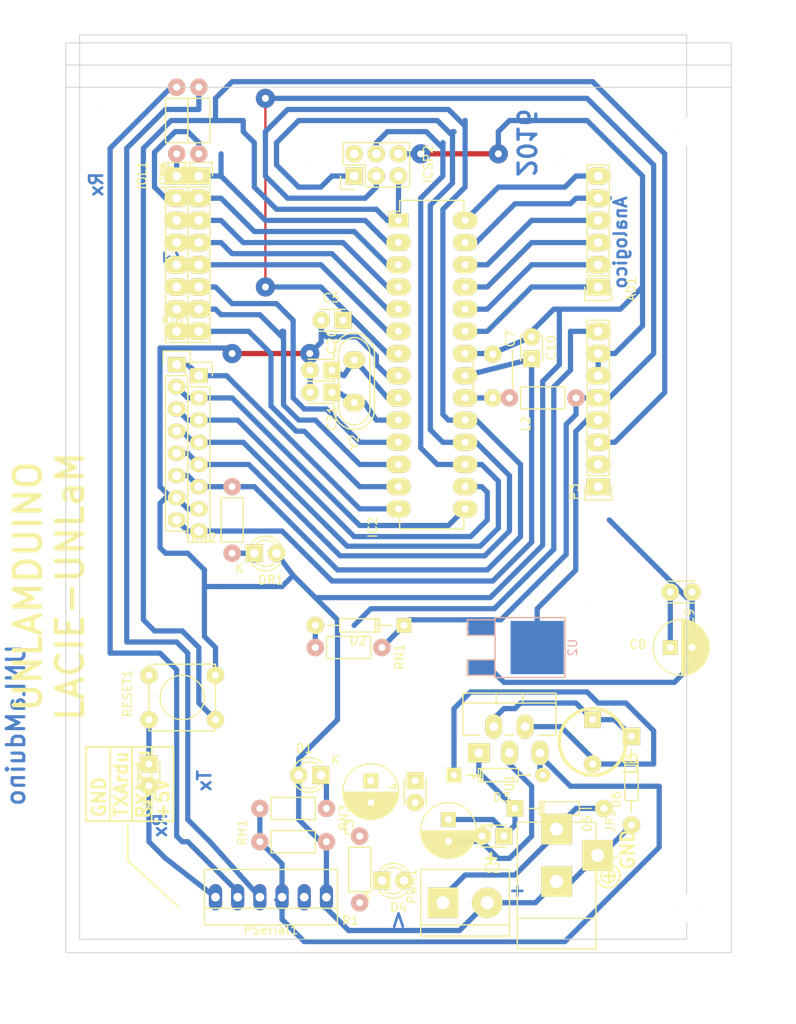
<source format=kicad_pcb>
(kicad_pcb (version 4) (host pcbnew "(2015-09-12 BZR 6188)-product")

  (general
    (links 121)
    (no_connects 22)
    (area 17.7292 38.2725 113.135357 157.4725)
    (thickness 1.6)
    (drawings 47)
    (tracks 514)
    (zones 0)
    (modules 51)
    (nets 39)
  )

  (page A4)
  (title_block
    (title "UNLaM-duino del LACIE")
    (date 2016-10-08)
    (rev 002)
    (company "LACIE UNLaM")
    (comment 1 "Gerardo Garcia, Diego Brengi")
  )

  (layers
    (0 F.Cu signal)
    (31 B.Cu signal)
    (32 B.Adhes user)
    (33 F.Adhes user)
    (34 B.Paste user)
    (35 F.Paste user)
    (36 B.SilkS user)
    (37 F.SilkS user)
    (38 B.Mask user)
    (39 F.Mask user)
    (40 Dwgs.User user)
    (41 Cmts.User user)
    (42 Eco1.User user)
    (43 Eco2.User user)
    (44 Edge.Cuts user)
    (45 Margin user)
    (46 B.CrtYd user)
    (47 F.CrtYd user)
    (48 B.Fab user)
    (49 F.Fab user)
  )

  (setup
    (last_trace_width 0.6)
    (user_trace_width 0.6)
    (user_trace_width 0.9144)
    (trace_clearance 0.5)
    (zone_clearance 0.9)
    (zone_45_only no)
    (trace_min 0.2)
    (segment_width 0.2)
    (edge_width 0.1)
    (via_size 2.2)
    (via_drill 0.8)
    (via_min_size 0.4)
    (via_min_drill 0.3)
    (uvia_size 0.3)
    (uvia_drill 0.1)
    (uvias_allowed no)
    (uvia_min_size 0)
    (uvia_min_drill 0)
    (pcb_text_width 0.3)
    (pcb_text_size 1.5 1.5)
    (mod_edge_width 0.15)
    (mod_text_size 1 1)
    (mod_text_width 0.15)
    (pad_size 1.9 1.9)
    (pad_drill 0.8)
    (pad_to_mask_clearance 0)
    (aux_axis_origin 0 0)
    (visible_elements 7FFEFFFF)
    (pcbplotparams
      (layerselection 0x01000_80000000)
      (usegerberextensions false)
      (excludeedgelayer false)
      (linewidth 0.100000)
      (plotframeref false)
      (viasonmask false)
      (mode 1)
      (useauxorigin false)
      (hpglpennumber 1)
      (hpglpenspeed 20)
      (hpglpendiameter 15)
      (hpglpenoverlay 2)
      (psnegative false)
      (psa4output false)
      (plotreference false)
      (plotvalue false)
      (plotinvisibletext false)
      (padsonsilk false)
      (subtractmaskfromsilk false)
      (outputformat 4)
      (mirror false)
      (drillshape 0)
      (scaleselection 1)
      (outputdirectory ../../../UNLaMduino_Gerbers/))
  )

  (net 0 "")
  (net 1 /AD0)
  (net 2 /AD1)
  (net 3 /AD2)
  (net 4 /AD3)
  (net 5 /AD4/SDA)
  (net 6 /AD5/SCL)
  (net 7 GND)
  (net 8 "Net-(C1-Pad1)")
  (net 9 +5V)
  (net 10 /RESET)
  (net 11 "Net-(C7-Pad1)")
  (net 12 +3V3)
  (net 13 /AREF)
  (net 14 /XTAL1)
  (net 15 /XTAL2)
  (net 16 "Net-(D4-Pad1)")
  (net 17 /VIN)
  (net 18 "Net-(D6-Pad1)")
  (net 19 "Net-(DR1-Pad1)")
  (net 20 /IO12)
  (net 21 /IO13)
  (net 22 /IO11)
  (net 23 /IO10)
  (net 24 /IO9)
  (net 25 /IO8)
  (net 26 /IO0)
  (net 27 /IO1)
  (net 28 /IO2)
  (net 29 /IO3)
  (net 30 /IO4)
  (net 31 /IO5)
  (net 32 /IO6)
  (net 33 /IO7)
  (net 34 /RXArdu)
  (net 35 /TXArdu)
  (net 36 /DTR)
  (net 37 "Net-(D1-Pad1)")
  (net 38 /Fuente0)

  (net_class Default "This is the default net class."
    (clearance 0.5)
    (trace_width 0.25)
    (via_dia 2.2)
    (via_drill 0.8)
    (uvia_dia 0.3)
    (uvia_drill 0.1)
    (add_net +3V3)
    (add_net +5V)
    (add_net /AD0)
    (add_net /AD1)
    (add_net /AD2)
    (add_net /AD3)
    (add_net /AD4/SDA)
    (add_net /AD5/SCL)
    (add_net /AREF)
    (add_net /DTR)
    (add_net /Fuente0)
    (add_net /IO0)
    (add_net /IO1)
    (add_net /IO10)
    (add_net /IO11)
    (add_net /IO12)
    (add_net /IO13)
    (add_net /IO2)
    (add_net /IO3)
    (add_net /IO4)
    (add_net /IO5)
    (add_net /IO6)
    (add_net /IO7)
    (add_net /IO8)
    (add_net /IO9)
    (add_net /RESET)
    (add_net /RXArdu)
    (add_net /TXArdu)
    (add_net /VIN)
    (add_net /XTAL1)
    (add_net /XTAL2)
    (add_net GND)
    (add_net "Net-(C1-Pad1)")
    (add_net "Net-(C7-Pad1)")
    (add_net "Net-(D1-Pad1)")
    (add_net "Net-(D4-Pad1)")
    (add_net "Net-(D6-Pad1)")
    (add_net "Net-(DR1-Pad1)")
  )

  (module Pin_Headers:Pin_Header_Straight_1x08 (layer F.Cu) (tedit 581D7545) (tstamp 59B3EFE6)
    (at 40.64 58.42)
    (descr "Through hole pin header")
    (tags "pin header")
    (path /57CF346A)
    (fp_text reference IOL1 (at -3.955 -0.085 90) (layer F.SilkS)
      (effects (font (size 1 1) (thickness 0.15)))
    )
    (fp_text value CONN_01X08 (at 0 -3.1) (layer F.Fab) hide
      (effects (font (size 1 1) (thickness 0.15)))
    )
    (fp_line (start -1.75 -1.75) (end -1.75 19.55) (layer F.CrtYd) (width 0.05))
    (fp_line (start 1.75 -1.75) (end 1.75 19.55) (layer F.CrtYd) (width 0.05))
    (fp_line (start -1.75 -1.75) (end 1.75 -1.75) (layer F.CrtYd) (width 0.05))
    (fp_line (start -1.75 19.55) (end 1.75 19.55) (layer F.CrtYd) (width 0.05))
    (fp_line (start 1.27 1.27) (end 1.27 19.05) (layer F.SilkS) (width 0.15))
    (fp_line (start 1.27 19.05) (end -1.27 19.05) (layer F.SilkS) (width 0.15))
    (fp_line (start -1.27 19.05) (end -1.27 1.27) (layer F.SilkS) (width 0.15))
    (fp_line (start 1.55 -1.55) (end 1.55 0) (layer F.SilkS) (width 0.15))
    (fp_line (start 1.27 1.27) (end -1.27 1.27) (layer F.SilkS) (width 0.15))
    (fp_line (start -1.55 0) (end -1.55 -1.55) (layer F.SilkS) (width 0.15))
    (fp_line (start -1.55 -1.55) (end 1.55 -1.55) (layer F.SilkS) (width 0.15))
    (pad 1 thru_hole rect (at 0 0) (size 2.7 1.95) (drill 1) (layers *.Cu *.Mask F.SilkS)
      (net 26 /IO0))
    (pad 2 thru_hole oval (at 0 2.54) (size 2.8 2) (drill 1) (layers *.Cu *.Mask F.SilkS)
      (net 27 /IO1))
    (pad 3 thru_hole oval (at 0 5.08) (size 2.8 2) (drill 1) (layers *.Cu *.Mask F.SilkS)
      (net 28 /IO2))
    (pad 4 thru_hole oval (at 0 7.62) (size 2.8 2) (drill 1) (layers *.Cu *.Mask F.SilkS)
      (net 29 /IO3))
    (pad 5 thru_hole oval (at 0 10.16) (size 2.8 2) (drill 1) (layers *.Cu *.Mask F.SilkS)
      (net 30 /IO4))
    (pad 6 thru_hole oval (at 0 12.7) (size 2.8 2) (drill 1) (layers *.Cu *.Mask F.SilkS)
      (net 31 /IO5))
    (pad 7 thru_hole oval (at 0 15.24) (size 2.8 2) (drill 1) (layers *.Cu *.Mask F.SilkS)
      (net 32 /IO6))
    (pad 8 thru_hole oval (at 0 17.78) (size 2.8 2) (drill 1) (layers *.Cu *.Mask F.SilkS)
      (net 33 /IO7))
    (model Pin_Headers.3dshapes/Pin_Header_Straight_1x08.wrl
      (at (xyz 0 -0.35 0))
      (scale (xyz 1 1 1))
      (rotate (xyz 0 0 90))
    )
  )

  (module Pin_Headers:Pin_Header_Straight_1x08 (layer F.Cu) (tedit 0) (tstamp 59B3EFB7)
    (at 40.64 81.28)
    (descr "Through hole pin header")
    (tags "pin header")
    (path /59A17F68)
    (fp_text reference IOH1 (at 0 -5.1) (layer F.SilkS)
      (effects (font (size 1 1) (thickness 0.15)))
    )
    (fp_text value CONN_01X08 (at 0 -3.1) (layer F.Fab)
      (effects (font (size 1 1) (thickness 0.15)))
    )
    (fp_line (start -1.75 -1.75) (end -1.75 19.55) (layer F.CrtYd) (width 0.05))
    (fp_line (start 1.75 -1.75) (end 1.75 19.55) (layer F.CrtYd) (width 0.05))
    (fp_line (start -1.75 -1.75) (end 1.75 -1.75) (layer F.CrtYd) (width 0.05))
    (fp_line (start -1.75 19.55) (end 1.75 19.55) (layer F.CrtYd) (width 0.05))
    (fp_line (start 1.27 1.27) (end 1.27 19.05) (layer F.SilkS) (width 0.15))
    (fp_line (start 1.27 19.05) (end -1.27 19.05) (layer F.SilkS) (width 0.15))
    (fp_line (start -1.27 19.05) (end -1.27 1.27) (layer F.SilkS) (width 0.15))
    (fp_line (start 1.55 -1.55) (end 1.55 0) (layer F.SilkS) (width 0.15))
    (fp_line (start 1.27 1.27) (end -1.27 1.27) (layer F.SilkS) (width 0.15))
    (fp_line (start -1.55 0) (end -1.55 -1.55) (layer F.SilkS) (width 0.15))
    (fp_line (start -1.55 -1.55) (end 1.55 -1.55) (layer F.SilkS) (width 0.15))
    (pad 1 thru_hole rect (at 0 0) (size 2.032 1.7272) (drill 1.016) (layers *.Cu *.Mask F.SilkS)
      (net 25 /IO8))
    (pad 2 thru_hole oval (at 0 2.54) (size 2.032 1.7272) (drill 1.016) (layers *.Cu *.Mask F.SilkS)
      (net 24 /IO9))
    (pad 3 thru_hole oval (at 0 5.08) (size 2.032 1.7272) (drill 1.016) (layers *.Cu *.Mask F.SilkS)
      (net 23 /IO10))
    (pad 4 thru_hole oval (at 0 7.62) (size 2.032 1.7272) (drill 1.016) (layers *.Cu *.Mask F.SilkS)
      (net 22 /IO11))
    (pad 5 thru_hole oval (at 0 10.16) (size 2.032 1.7272) (drill 1.016) (layers *.Cu *.Mask F.SilkS)
      (net 20 /IO12))
    (pad 6 thru_hole oval (at 0 12.7) (size 2.032 1.7272) (drill 1.016) (layers *.Cu *.Mask F.SilkS)
      (net 21 /IO13))
    (pad 7 thru_hole oval (at 0 15.24) (size 2.032 1.7272) (drill 1.016) (layers *.Cu *.Mask F.SilkS)
      (net 7 GND))
    (pad 8 thru_hole oval (at 0 17.78) (size 2.032 1.7272) (drill 1.016) (layers *.Cu *.Mask F.SilkS)
      (net 13 /AREF))
    (model Pin_Headers.3dshapes/Pin_Header_Straight_1x08.wrl
      (at (xyz 0 -0.35 0))
      (scale (xyz 1 1 1))
      (rotate (xyz 0 0 90))
    )
  )

  (module Connect:BARREL_JACK (layer F.Cu) (tedit 581D6B02) (tstamp 57F90723)
    (at 81.5975 139.3825 90)
    (descr "DC Barrel Jack")
    (tags "Power Jack")
    (path /5839A0A2)
    (fp_text reference JP1 (at 7.17 6.155 270) (layer F.SilkS)
      (effects (font (size 1 1) (thickness 0.15)))
    )
    (fp_text value BARREL_JACK (at 0 -5.99948 90) (layer F.Fab)
      (effects (font (size 1 1) (thickness 0.15)))
    )
    (fp_line (start -4.0005 -4.50088) (end -4.0005 4.50088) (layer F.SilkS) (width 0.15))
    (fp_line (start -7.50062 -4.50088) (end -7.50062 4.50088) (layer F.SilkS) (width 0.15))
    (fp_line (start -7.50062 4.50088) (end 7.00024 4.50088) (layer F.SilkS) (width 0.15))
    (fp_line (start 7.00024 4.50088) (end 7.00024 -4.50088) (layer F.SilkS) (width 0.15))
    (fp_line (start 7.00024 -4.50088) (end -7.50062 -4.50088) (layer F.SilkS) (width 0.15))
    (pad 1 thru_hole rect (at 6.20014 0 90) (size 3.50012 3.50012) (drill 1.5) (layers *.Cu *.Mask F.SilkS)
      (net 17 /VIN))
    (pad 2 thru_hole rect (at 0.20066 0 90) (size 3.50012 3.50012) (drill 1.5) (layers *.Cu *.Mask F.SilkS)
      (net 7 GND))
    (pad 3 thru_hole rect (at 3.2004 4.699 90) (size 3.50012 3.50012) (drill 1.5) (layers *.Cu *.Mask F.SilkS)
      (net 7 GND))
    (model ${KIPRJMOD}/huellas.3dview/dc_socket.wrl
      (at (xyz 0 0 0))
      (scale (xyz 1 1 1))
      (rotate (xyz 0 0 90))
    )
  )

  (module Mounting_Holes:MountingHole_3.2mm_M3 (layer F.Cu) (tedit 581CD9E6) (tstamp 581A76F3)
    (at 96.52 142.24 90)
    (descr "Mounting Hole 3.2mm, no annular, M3")
    (tags "mounting hole 3.2mm no annular m3")
    (path /58080F61)
    (fp_text reference A3 (at -0.635 -2.54 90) (layer F.SilkS) hide
      (effects (font (size 1 1) (thickness 0.15)))
    )
    (fp_text value Agujero (at 0 2.54 90) (layer F.Fab)
      (effects (font (size 1 1) (thickness 0.15)))
    )
    (fp_circle (center 0 0) (end 3.2 0) (layer Cmts.User) (width 0.15))
    (fp_circle (center 0 0) (end 3.45 0) (layer F.CrtYd) (width 0.05))
    (pad 1 np_thru_hole circle (at 0 0 90) (size 3.2 3.2) (drill 3.2) (layers *.Cu *.Mask F.SilkS))
  )

  (module Capacitors_ThroughHole:C_Disc_D6_P5 (layer F.Cu) (tedit 5842D3DE) (tstamp 581A7931)
    (at 74.295 83.82 90)
    (descr "Capacitor 6mm Disc, Pitch 5mm")
    (tags Capacitor)
    (path /57F3FF06)
    (fp_text reference C7 (at 6.7725 2.0075 90) (layer F.SilkS)
      (effects (font (size 1 1) (thickness 0.15)))
    )
    (fp_text value 100nF (at 2.5 3.5 90) (layer F.Fab)
      (effects (font (size 1 1) (thickness 0.15)))
    )
    (fp_line (start -0.95 -2.5) (end 5.95 -2.5) (layer F.CrtYd) (width 0.05))
    (fp_line (start 5.95 -2.5) (end 5.95 2.5) (layer F.CrtYd) (width 0.05))
    (fp_line (start 5.95 2.5) (end -0.95 2.5) (layer F.CrtYd) (width 0.05))
    (fp_line (start -0.95 2.5) (end -0.95 -2.5) (layer F.CrtYd) (width 0.05))
    (fp_line (start -0.5 -2.25) (end 5.5 -2.25) (layer F.SilkS) (width 0.15))
    (fp_line (start 5.5 2.25) (end -0.5 2.25) (layer F.SilkS) (width 0.15))
    (pad 1 thru_hole circle (at 0 0 90) (size 2 2) (drill 0.8) (layers *.Cu *.Mask F.SilkS)
      (net 11 "Net-(C7-Pad1)"))
    (pad 2 thru_hole circle (at 5 0 90) (size 2 2) (drill 0.8) (layers *.Cu *.Mask F.SilkS)
      (net 7 GND))
    (model Capacitors_ThroughHole.3dshapes/C_Disc_D6_P5.wrl
      (at (xyz 0.0984252 0 0))
      (scale (xyz 1 1 1))
      (rotate (xyz 0 0 0))
    )
  )

  (module Mounting_Holes:MountingHole_3.2mm_M3 (layer F.Cu) (tedit 581CD9DD) (tstamp 581A7705)
    (at 96.52 53.34 90)
    (descr "Mounting Hole 3.2mm, no annular, M3")
    (tags "mounting hole 3.2mm no annular m3")
    (path /58080FE0)
    (fp_text reference A2 (at -0.635 -2.54 90) (layer F.SilkS) hide
      (effects (font (size 1 1) (thickness 0.15)))
    )
    (fp_text value Agujero (at 0 2.54 90) (layer F.Fab)
      (effects (font (size 1 1) (thickness 0.15)))
    )
    (fp_circle (center 0 0) (end 3.2 0) (layer Cmts.User) (width 0.15))
    (fp_circle (center 0 0) (end 3.45 0) (layer F.CrtYd) (width 0.05))
    (pad 1 np_thru_hole circle (at 0 0 90) (size 3.2 3.2) (drill 3.2) (layers *.Cu *.Mask F.SilkS))
  )

  (module Mounting_Holes:MountingHole_3.2mm_M3 (layer F.Cu) (tedit 581CD9D2) (tstamp 581A736D)
    (at 31.1725 141.3875 90)
    (descr "Mounting Hole 3.2mm, no annular, M3")
    (tags "mounting hole 3.2mm no annular m3")
    (path /58080FE7)
    (fp_text reference A4 (at -0.635 -2.54 90) (layer F.SilkS) hide
      (effects (font (size 1 1) (thickness 0.15)))
    )
    (fp_text value Agujero (at 0 2.54 90) (layer F.Fab)
      (effects (font (size 1 1) (thickness 0.15)))
    )
    (fp_circle (center 0 0) (end 3.2 0) (layer Cmts.User) (width 0.15))
    (fp_circle (center 0 0) (end 3.45 0) (layer F.CrtYd) (width 0.05))
    (pad 1 np_thru_hole circle (at 0 0 90) (size 3.2 3.2) (drill 3.2) (layers *.Cu *.Mask F.SilkS))
  )

  (module Mounting_Holes:MountingHole_3.2mm_M3 (layer F.Cu) (tedit 581CD9D7) (tstamp 581A735F)
    (at 30.48 50.8 90)
    (descr "Mounting Hole 3.2mm, no annular, M3")
    (tags "mounting hole 3.2mm no annular m3")
    (path /58080CA5)
    (fp_text reference A1 (at -0.635 -2.54 90) (layer F.SilkS) hide
      (effects (font (size 1 1) (thickness 0.15)))
    )
    (fp_text value Agujero (at 0 2.54 90) (layer F.Fab)
      (effects (font (size 1 1) (thickness 0.15)))
    )
    (fp_circle (center 0 0) (end 3.2 0) (layer Cmts.User) (width 0.15))
    (fp_circle (center 0 0) (end 3.45 0) (layer F.CrtYd) (width 0.05))
    (pad 1 np_thru_hole circle (at 0 0 90) (size 3.2 3.2) (drill 3.2) (layers *.Cu *.Mask F.SilkS))
  )

  (module Pin_Headers:Pin_Header_Straight_1x06 (layer F.Cu) (tedit 581DE1B1) (tstamp 57F90692)
    (at 86.36 71.12 180)
    (descr "Through hole pin header")
    (tags "pin header")
    (path /57F5F689)
    (fp_text reference AD1 (at -3.785 -0.215 270) (layer F.SilkS)
      (effects (font (size 1 1) (thickness 0.15)))
    )
    (fp_text value CONN_01X06 (at 0 -3.1 180) (layer F.Fab) hide
      (effects (font (size 1 1) (thickness 0.15)))
    )
    (fp_line (start -1.75 -1.75) (end -1.75 14.45) (layer F.CrtYd) (width 0.05))
    (fp_line (start 1.75 -1.75) (end 1.75 14.45) (layer F.CrtYd) (width 0.05))
    (fp_line (start -1.75 -1.75) (end 1.75 -1.75) (layer F.CrtYd) (width 0.05))
    (fp_line (start -1.75 14.45) (end 1.75 14.45) (layer F.CrtYd) (width 0.05))
    (fp_line (start 1.27 1.27) (end 1.27 13.97) (layer F.SilkS) (width 0.15))
    (fp_line (start 1.27 13.97) (end -1.27 13.97) (layer F.SilkS) (width 0.15))
    (fp_line (start -1.27 13.97) (end -1.27 1.27) (layer F.SilkS) (width 0.15))
    (fp_line (start 1.55 -1.55) (end 1.55 0) (layer F.SilkS) (width 0.15))
    (fp_line (start 1.27 1.27) (end -1.27 1.27) (layer F.SilkS) (width 0.15))
    (fp_line (start -1.55 0) (end -1.55 -1.55) (layer F.SilkS) (width 0.15))
    (fp_line (start -1.55 -1.55) (end 1.55 -1.55) (layer F.SilkS) (width 0.15))
    (pad 1 thru_hole rect (at 0 0 180) (size 2.7 1.95) (drill 1) (layers *.Cu *.Mask F.SilkS)
      (net 1 /AD0))
    (pad 2 thru_hole oval (at 0 2.54 180) (size 2.8 2) (drill 1) (layers *.Cu *.Mask F.SilkS)
      (net 2 /AD1))
    (pad 3 thru_hole oval (at 0 5.08 180) (size 2.8 2) (drill 1) (layers *.Cu *.Mask F.SilkS)
      (net 3 /AD2))
    (pad 4 thru_hole oval (at 0 7.62 180) (size 2.8 2) (drill 1) (layers *.Cu *.Mask F.SilkS)
      (net 4 /AD3))
    (pad 5 thru_hole oval (at 0 10.16 180) (size 2.8 2) (drill 1) (layers *.Cu *.Mask F.SilkS)
      (net 5 /AD4/SDA))
    (pad 6 thru_hole oval (at 0 12.7 180) (size 2.8 2) (drill 1) (layers *.Cu *.Mask F.SilkS)
      (net 6 /AD5/SCL))
    (model Pin_Headers.3dshapes/Pin_Header_Straight_1x06.wrl
      (at (xyz 0 -0.25 0))
      (scale (xyz 1 1 1))
      (rotate (xyz 0 0 90))
    )
  )

  (module Capacitors_ThroughHole:C_Radial_D6.3_L11.2_P2.5 (layer F.Cu) (tedit 5842D473) (tstamp 57F906A4)
    (at 60.325 127.635 270)
    (descr "Radial Electrolytic Capacitor, Diameter 6.3mm x Length 11.2mm, Pitch 2.5mm")
    (tags "Electrolytic Capacitor")
    (path /57F45673)
    (fp_text reference C3 (at 5.365 2.44 270) (layer F.SilkS)
      (effects (font (size 1 1) (thickness 0.15)))
    )
    (fp_text value "100uF 16v" (at 0.635 3.81 270) (layer F.Fab)
      (effects (font (size 1 1) (thickness 0.15)))
    )
    (fp_line (start 1.325 -3.149) (end 1.325 3.149) (layer F.SilkS) (width 0.15))
    (fp_line (start 1.465 -3.143) (end 1.465 3.143) (layer F.SilkS) (width 0.15))
    (fp_line (start 1.605 -3.13) (end 1.605 -0.446) (layer F.SilkS) (width 0.15))
    (fp_line (start 1.605 0.446) (end 1.605 3.13) (layer F.SilkS) (width 0.15))
    (fp_line (start 1.745 -3.111) (end 1.745 -0.656) (layer F.SilkS) (width 0.15))
    (fp_line (start 1.745 0.656) (end 1.745 3.111) (layer F.SilkS) (width 0.15))
    (fp_line (start 1.885 -3.085) (end 1.885 -0.789) (layer F.SilkS) (width 0.15))
    (fp_line (start 1.885 0.789) (end 1.885 3.085) (layer F.SilkS) (width 0.15))
    (fp_line (start 2.025 -3.053) (end 2.025 -0.88) (layer F.SilkS) (width 0.15))
    (fp_line (start 2.025 0.88) (end 2.025 3.053) (layer F.SilkS) (width 0.15))
    (fp_line (start 2.165 -3.014) (end 2.165 -0.942) (layer F.SilkS) (width 0.15))
    (fp_line (start 2.165 0.942) (end 2.165 3.014) (layer F.SilkS) (width 0.15))
    (fp_line (start 2.305 -2.968) (end 2.305 -0.981) (layer F.SilkS) (width 0.15))
    (fp_line (start 2.305 0.981) (end 2.305 2.968) (layer F.SilkS) (width 0.15))
    (fp_line (start 2.445 -2.915) (end 2.445 -0.998) (layer F.SilkS) (width 0.15))
    (fp_line (start 2.445 0.998) (end 2.445 2.915) (layer F.SilkS) (width 0.15))
    (fp_line (start 2.585 -2.853) (end 2.585 -0.996) (layer F.SilkS) (width 0.15))
    (fp_line (start 2.585 0.996) (end 2.585 2.853) (layer F.SilkS) (width 0.15))
    (fp_line (start 2.725 -2.783) (end 2.725 -0.974) (layer F.SilkS) (width 0.15))
    (fp_line (start 2.725 0.974) (end 2.725 2.783) (layer F.SilkS) (width 0.15))
    (fp_line (start 2.865 -2.704) (end 2.865 -0.931) (layer F.SilkS) (width 0.15))
    (fp_line (start 2.865 0.931) (end 2.865 2.704) (layer F.SilkS) (width 0.15))
    (fp_line (start 3.005 -2.616) (end 3.005 -0.863) (layer F.SilkS) (width 0.15))
    (fp_line (start 3.005 0.863) (end 3.005 2.616) (layer F.SilkS) (width 0.15))
    (fp_line (start 3.145 -2.516) (end 3.145 -0.764) (layer F.SilkS) (width 0.15))
    (fp_line (start 3.145 0.764) (end 3.145 2.516) (layer F.SilkS) (width 0.15))
    (fp_line (start 3.285 -2.404) (end 3.285 -0.619) (layer F.SilkS) (width 0.15))
    (fp_line (start 3.285 0.619) (end 3.285 2.404) (layer F.SilkS) (width 0.15))
    (fp_line (start 3.425 -2.279) (end 3.425 -0.38) (layer F.SilkS) (width 0.15))
    (fp_line (start 3.425 0.38) (end 3.425 2.279) (layer F.SilkS) (width 0.15))
    (fp_line (start 3.565 -2.136) (end 3.565 2.136) (layer F.SilkS) (width 0.15))
    (fp_line (start 3.705 -1.974) (end 3.705 1.974) (layer F.SilkS) (width 0.15))
    (fp_line (start 3.845 -1.786) (end 3.845 1.786) (layer F.SilkS) (width 0.15))
    (fp_line (start 3.985 -1.563) (end 3.985 1.563) (layer F.SilkS) (width 0.15))
    (fp_line (start 4.125 -1.287) (end 4.125 1.287) (layer F.SilkS) (width 0.15))
    (fp_line (start 4.265 -0.912) (end 4.265 0.912) (layer F.SilkS) (width 0.15))
    (fp_circle (center 2.5 0) (end 2.5 -1) (layer F.SilkS) (width 0.15))
    (fp_circle (center 1.25 0) (end 1.25 -3.1875) (layer F.SilkS) (width 0.15))
    (fp_circle (center 1.25 0) (end 1.25 -3.4) (layer F.CrtYd) (width 0.05))
    (pad 2 thru_hole circle (at 2.5 0 270) (size 2 2) (drill 0.8) (layers *.Cu *.Mask F.SilkS)
      (net 7 GND))
    (pad 1 thru_hole rect (at 0 0 270) (size 1.7 1.7) (drill 0.8) (layers *.Cu *.Mask F.SilkS)
      (net 9 +5V))
    (model Capacitors_ThroughHole.3dshapes/C_Radial_D6.3_L11.2_P2.5.wrl
      (at (xyz 0 0 0))
      (scale (xyz 1 1 1))
      (rotate (xyz 0 0 0))
    )
  )

  (module Capacitors_ThroughHole:C_Disc_D3_P2.5 (layer F.Cu) (tedit 581DDF03) (tstamp 57F906D4)
    (at 55.88 80.645 180)
    (descr "Capacitor 3mm Disc, Pitch 2.5mm")
    (tags Capacitor)
    (path /57F4B061)
    (fp_text reference C20 (at 0 3.25 270) (layer F.SilkS)
      (effects (font (size 1 1) (thickness 0.15)))
    )
    (fp_text value 22pF (at 5.715 0 180) (layer F.Fab)
      (effects (font (size 1 1) (thickness 0.15)))
    )
    (fp_line (start -0.9 -1.5) (end 3.4 -1.5) (layer F.CrtYd) (width 0.05))
    (fp_line (start 3.4 -1.5) (end 3.4 1.5) (layer F.CrtYd) (width 0.05))
    (fp_line (start 3.4 1.5) (end -0.9 1.5) (layer F.CrtYd) (width 0.05))
    (fp_line (start -0.9 1.5) (end -0.9 -1.5) (layer F.CrtYd) (width 0.05))
    (fp_line (start -0.25 -1.25) (end 2.75 -1.25) (layer F.SilkS) (width 0.15))
    (fp_line (start 2.75 1.25) (end -0.25 1.25) (layer F.SilkS) (width 0.15))
    (pad 1 thru_hole rect (at 0 0 180) (size 1.95 1.95) (drill 0.8) (layers *.Cu *.Mask F.SilkS)
      (net 14 /XTAL1))
    (pad 2 thru_hole circle (at 2.5 0 180) (size 2 2) (drill 0.8) (layers *.Cu *.Mask F.SilkS)
      (net 7 GND))
    (model Capacitors_ThroughHole.3dshapes/C_Disc_D3_P2.5.wrl
      (at (xyz 0.0492126 0 0))
      (scale (xyz 1 1 1))
      (rotate (xyz 0 0 0))
    )
  )

  (module Capacitors_ThroughHole:C_Disc_D3_P2.5 (layer F.Cu) (tedit 581DDF0B) (tstamp 57F906DA)
    (at 55.88 83.185 180)
    (descr "Capacitor 3mm Disc, Pitch 2.5mm")
    (tags Capacitor)
    (path /57F4B067)
    (fp_text reference C21 (at 0 -3 270) (layer F.SilkS)
      (effects (font (size 1 1) (thickness 0.15)))
    )
    (fp_text value 22pF (at 5.715 0 180) (layer F.Fab)
      (effects (font (size 1 1) (thickness 0.15)))
    )
    (fp_line (start -0.9 -1.5) (end 3.4 -1.5) (layer F.CrtYd) (width 0.05))
    (fp_line (start 3.4 -1.5) (end 3.4 1.5) (layer F.CrtYd) (width 0.05))
    (fp_line (start 3.4 1.5) (end -0.9 1.5) (layer F.CrtYd) (width 0.05))
    (fp_line (start -0.9 1.5) (end -0.9 -1.5) (layer F.CrtYd) (width 0.05))
    (fp_line (start -0.25 -1.25) (end 2.75 -1.25) (layer F.SilkS) (width 0.15))
    (fp_line (start 2.75 1.25) (end -0.25 1.25) (layer F.SilkS) (width 0.15))
    (pad 1 thru_hole rect (at 0 0 180) (size 1.95 1.95) (drill 0.8) (layers *.Cu *.Mask F.SilkS)
      (net 15 /XTAL2))
    (pad 2 thru_hole circle (at 2.5 0 180) (size 2 2) (drill 0.8) (layers *.Cu *.Mask F.SilkS)
      (net 7 GND))
    (model Capacitors_ThroughHole.3dshapes/C_Disc_D3_P2.5.wrl
      (at (xyz 0.0492126 0 0))
      (scale (xyz 1 1 1))
      (rotate (xyz 0 0 0))
    )
  )

  (module Pin_Headers:Pin_Header_Straight_2x03 (layer F.Cu) (tedit 581CDAAC) (tstamp 57F90702)
    (at 58.42 58.42 90)
    (descr "Through hole pin header")
    (tags "pin header")
    (path /57D85557)
    (fp_text reference ICSP2 (at 1.335 8.475 90) (layer F.SilkS)
      (effects (font (size 1 1) (thickness 0.15)))
    )
    (fp_text value CONN_02X03 (at 9.525 3.175 90) (layer F.Fab)
      (effects (font (size 1 1) (thickness 0.15)))
    )
    (fp_line (start -1.27 1.27) (end -1.27 6.35) (layer F.SilkS) (width 0.15))
    (fp_line (start -1.55 -1.55) (end 0 -1.55) (layer F.SilkS) (width 0.15))
    (fp_line (start -1.75 -1.75) (end -1.75 6.85) (layer F.CrtYd) (width 0.05))
    (fp_line (start 4.3 -1.75) (end 4.3 6.85) (layer F.CrtYd) (width 0.05))
    (fp_line (start -1.75 -1.75) (end 4.3 -1.75) (layer F.CrtYd) (width 0.05))
    (fp_line (start -1.75 6.85) (end 4.3 6.85) (layer F.CrtYd) (width 0.05))
    (fp_line (start 1.27 -1.27) (end 1.27 1.27) (layer F.SilkS) (width 0.15))
    (fp_line (start 1.27 1.27) (end -1.27 1.27) (layer F.SilkS) (width 0.15))
    (fp_line (start -1.27 6.35) (end 3.81 6.35) (layer F.SilkS) (width 0.15))
    (fp_line (start 3.81 6.35) (end 3.81 1.27) (layer F.SilkS) (width 0.15))
    (fp_line (start -1.55 -1.55) (end -1.55 0) (layer F.SilkS) (width 0.15))
    (fp_line (start 3.81 -1.27) (end 1.27 -1.27) (layer F.SilkS) (width 0.15))
    (fp_line (start 3.81 1.27) (end 3.81 -1.27) (layer F.SilkS) (width 0.15))
    (pad 1 thru_hole rect (at 0 0 90) (size 2 2) (drill 1) (layers *.Cu *.Mask F.SilkS)
      (net 20 /IO12))
    (pad 2 thru_hole circle (at 2.54 0 90) (size 2 2) (drill 1) (layers *.Cu *.Mask F.SilkS)
      (net 9 +5V))
    (pad 3 thru_hole circle (at 0 2.54 90) (size 2 2) (drill 1) (layers *.Cu *.Mask F.SilkS)
      (net 21 /IO13))
    (pad 4 thru_hole circle (at 2.54 2.54 90) (size 2 2) (drill 1) (layers *.Cu *.Mask F.SilkS)
      (net 22 /IO11))
    (pad 5 thru_hole circle (at 0 5.08 90) (size 2 2) (drill 1) (layers *.Cu *.Mask F.SilkS)
      (net 10 /RESET))
    (pad 6 thru_hole circle (at 2.54 5.08 90) (size 2 2) (drill 1) (layers *.Cu *.Mask F.SilkS)
      (net 7 GND))
    (model Pin_Headers.3dshapes/Pin_Header_Straight_2x03.wrl
      (at (xyz 0.05 -0.1 0))
      (scale (xyz 1 1 1))
      (rotate (xyz 0 0 90))
    )
  )

  (module Pin_Headers:Pin_Header_Straight_1x08 (layer F.Cu) (tedit 581D7545) (tstamp 57F9071C)
    (at 38.1 58.42)
    (descr "Through hole pin header")
    (tags "pin header")
    (path /57CF346A)
    (fp_text reference IOL1 (at -3.955 -0.085 90) (layer F.SilkS)
      (effects (font (size 1 1) (thickness 0.15)))
    )
    (fp_text value CONN_01X08 (at 0 -3.1) (layer F.Fab) hide
      (effects (font (size 1 1) (thickness 0.15)))
    )
    (fp_line (start -1.75 -1.75) (end -1.75 19.55) (layer F.CrtYd) (width 0.05))
    (fp_line (start 1.75 -1.75) (end 1.75 19.55) (layer F.CrtYd) (width 0.05))
    (fp_line (start -1.75 -1.75) (end 1.75 -1.75) (layer F.CrtYd) (width 0.05))
    (fp_line (start -1.75 19.55) (end 1.75 19.55) (layer F.CrtYd) (width 0.05))
    (fp_line (start 1.27 1.27) (end 1.27 19.05) (layer F.SilkS) (width 0.15))
    (fp_line (start 1.27 19.05) (end -1.27 19.05) (layer F.SilkS) (width 0.15))
    (fp_line (start -1.27 19.05) (end -1.27 1.27) (layer F.SilkS) (width 0.15))
    (fp_line (start 1.55 -1.55) (end 1.55 0) (layer F.SilkS) (width 0.15))
    (fp_line (start 1.27 1.27) (end -1.27 1.27) (layer F.SilkS) (width 0.15))
    (fp_line (start -1.55 0) (end -1.55 -1.55) (layer F.SilkS) (width 0.15))
    (fp_line (start -1.55 -1.55) (end 1.55 -1.55) (layer F.SilkS) (width 0.15))
    (pad 1 thru_hole rect (at 0 0) (size 2.7 1.95) (drill 1) (layers *.Cu *.Mask F.SilkS)
      (net 26 /IO0))
    (pad 2 thru_hole oval (at 0 2.54) (size 2.8 2) (drill 1) (layers *.Cu *.Mask F.SilkS)
      (net 27 /IO1))
    (pad 3 thru_hole oval (at 0 5.08) (size 2.8 2) (drill 1) (layers *.Cu *.Mask F.SilkS)
      (net 28 /IO2))
    (pad 4 thru_hole oval (at 0 7.62) (size 2.8 2) (drill 1) (layers *.Cu *.Mask F.SilkS)
      (net 29 /IO3))
    (pad 5 thru_hole oval (at 0 10.16) (size 2.8 2) (drill 1) (layers *.Cu *.Mask F.SilkS)
      (net 30 /IO4))
    (pad 6 thru_hole oval (at 0 12.7) (size 2.8 2) (drill 1) (layers *.Cu *.Mask F.SilkS)
      (net 31 /IO5))
    (pad 7 thru_hole oval (at 0 15.24) (size 2.8 2) (drill 1) (layers *.Cu *.Mask F.SilkS)
      (net 32 /IO6))
    (pad 8 thru_hole oval (at 0 17.78) (size 2.8 2) (drill 1) (layers *.Cu *.Mask F.SilkS)
      (net 33 /IO7))
    (model Pin_Headers.3dshapes/Pin_Header_Straight_1x08.wrl
      (at (xyz 0 -0.35 0))
      (scale (xyz 1 1 1))
      (rotate (xyz 0 0 90))
    )
  )

  (module Pin_Headers:Pin_Header_Straight_1x08 (layer F.Cu) (tedit 5842D3D2) (tstamp 57F9073B)
    (at 86.36 93.98 180)
    (descr "Through hole pin header")
    (tags "pin header")
    (path /57F5793B)
    (fp_text reference P3 (at 2.7075 -0.5825 270) (layer F.SilkS)
      (effects (font (size 1 1) (thickness 0.15)))
    )
    (fp_text value CONN_01X08 (at 0 -3.1 180) (layer F.Fab) hide
      (effects (font (size 1 1) (thickness 0.15)))
    )
    (fp_line (start -1.75 -1.75) (end -1.75 19.55) (layer F.CrtYd) (width 0.05))
    (fp_line (start 1.75 -1.75) (end 1.75 19.55) (layer F.CrtYd) (width 0.05))
    (fp_line (start -1.75 -1.75) (end 1.75 -1.75) (layer F.CrtYd) (width 0.05))
    (fp_line (start -1.75 19.55) (end 1.75 19.55) (layer F.CrtYd) (width 0.05))
    (fp_line (start 1.27 1.27) (end 1.27 19.05) (layer F.SilkS) (width 0.15))
    (fp_line (start 1.27 19.05) (end -1.27 19.05) (layer F.SilkS) (width 0.15))
    (fp_line (start -1.27 19.05) (end -1.27 1.27) (layer F.SilkS) (width 0.15))
    (fp_line (start 1.55 -1.55) (end 1.55 0) (layer F.SilkS) (width 0.15))
    (fp_line (start 1.27 1.27) (end -1.27 1.27) (layer F.SilkS) (width 0.15))
    (fp_line (start -1.55 0) (end -1.55 -1.55) (layer F.SilkS) (width 0.15))
    (fp_line (start -1.55 -1.55) (end 1.55 -1.55) (layer F.SilkS) (width 0.15))
    (pad 1 thru_hole rect (at 0 0 180) (size 2.7 1.95) (drill 1) (layers *.Cu *.Mask F.SilkS))
    (pad 2 thru_hole oval (at 0 2.54 180) (size 2.8 2) (drill 1) (layers *.Cu *.Mask F.SilkS)
      (net 9 +5V))
    (pad 3 thru_hole oval (at 0 5.08 180) (size 2.8 2) (drill 1) (layers *.Cu *.Mask F.SilkS)
      (net 10 /RESET))
    (pad 4 thru_hole oval (at 0 7.62 180) (size 2.8 2) (drill 1) (layers *.Cu *.Mask F.SilkS)
      (net 12 +3V3))
    (pad 5 thru_hole oval (at 0 10.16 180) (size 2.8 2) (drill 1) (layers *.Cu *.Mask F.SilkS)
      (net 9 +5V))
    (pad 6 thru_hole oval (at 0 12.7 180) (size 2.8 2) (drill 1) (layers *.Cu *.Mask F.SilkS)
      (net 7 GND))
    (pad 7 thru_hole oval (at 0 15.24 180) (size 2.8 2) (drill 1) (layers *.Cu *.Mask F.SilkS)
      (net 7 GND))
    (pad 8 thru_hole oval (at 0 17.78 180) (size 2.8 2) (drill 1) (layers *.Cu *.Mask F.SilkS)
      (net 17 /VIN))
    (model Pin_Headers.3dshapes/Pin_Header_Straight_1x08.wrl
      (at (xyz 0 -0.35 0))
      (scale (xyz 1 1 1))
      (rotate (xyz 0 0 90))
    )
  )

  (module Connect:bornier2 (layer F.Cu) (tedit 581DE6EF) (tstamp 57F90749)
    (at 71.12 141.605)
    (descr "Bornier d'alimentation 2 pins")
    (tags DEV)
    (path /57F59B29)
    (fp_text reference PWR1 (at -6.085 -1.885 90) (layer F.SilkS)
      (effects (font (size 1 1) (thickness 0.15)))
    )
    (fp_text value CONN_01X02 (at 6.35 0.635 90) (layer F.Fab)
      (effects (font (size 1 1) (thickness 0.15)))
    )
    (fp_line (start 5.08 2.54) (end -5.08 2.54) (layer F.SilkS) (width 0.15))
    (fp_line (start 5.08 3.81) (end 5.08 -3.81) (layer F.SilkS) (width 0.15))
    (fp_line (start 5.08 -3.81) (end -5.08 -3.81) (layer F.SilkS) (width 0.15))
    (fp_line (start -5.08 -3.81) (end -5.08 3.81) (layer F.SilkS) (width 0.15))
    (fp_line (start -5.08 3.81) (end 5.08 3.81) (layer F.SilkS) (width 0.15))
    (pad 1 thru_hole rect (at -2.54 0) (size 3.5 3.5) (drill 1.5) (layers *.Cu *.Mask F.SilkS)
      (net 17 /VIN))
    (pad 2 thru_hole circle (at 2.54 0) (size 3.5 3.5) (drill 1.5) (layers *.Cu *.Mask F.SilkS)
      (net 7 GND))
    (model Connect.3dshapes/bornier2.wrl
      (at (xyz 0 0 0))
      (scale (xyz 1 1 1))
      (rotate (xyz 0 0 0))
    )
  )

  (module Buttons_Switches_ThroughHole:SW_PUSH_SMALL (layer F.Cu) (tedit 581DE661) (tstamp 57F90763)
    (at 38.735 118.11 180)
    (path /57F4D9C0)
    (fp_text reference RESET1 (at 6.28 0.475 270) (layer F.SilkS)
      (effects (font (size 1 1) (thickness 0.15)))
    )
    (fp_text value SW_PUSH (at -0.127 4.445 180) (layer F.Fab)
      (effects (font (size 1 1) (thickness 0.15)))
    )
    (fp_circle (center 0 0) (end 0 -2.54) (layer F.SilkS) (width 0.15))
    (fp_line (start -3.81 -3.81) (end 3.81 -3.81) (layer F.SilkS) (width 0.15))
    (fp_line (start 3.81 -3.81) (end 3.81 3.81) (layer F.SilkS) (width 0.15))
    (fp_line (start 3.81 3.81) (end -3.81 3.81) (layer F.SilkS) (width 0.15))
    (fp_line (start -3.81 -3.81) (end -3.81 3.81) (layer F.SilkS) (width 0.15))
    (pad 1 thru_hole circle (at 3.81 -2.54 180) (size 2 2) (drill 0.8) (layers *.Cu *.Mask F.SilkS)
      (net 10 /RESET))
    (pad 2 thru_hole circle (at 3.81 2.54 180) (size 2 2) (drill 0.8) (layers *.Cu *.Mask F.SilkS)
      (net 7 GND))
    (pad 1 thru_hole circle (at -3.81 -2.54 180) (size 2 2) (drill 0.8) (layers *.Cu *.Mask F.SilkS)
      (net 10 /RESET))
    (pad 2 thru_hole circle (at -3.81 2.54 180) (size 2 2) (drill 0.8) (layers *.Cu *.Mask F.SilkS)
      (net 7 GND))
    (model ${KIPRJMOD}/huellas.3dview/pcb_push.wrl
      (at (xyz 0 0 0))
      (scale (xyz 1.05 1.05 1))
      (rotate (xyz 0 0 90))
    )
  )

  (module TO_SOT_Packages_THT:Pentawatt_Neutral_Staggered_Verical_TO220-5-T05D (layer F.Cu) (tedit 581DE6B7) (tstamp 57F90778)
    (at 76.2 120.65)
    (descr "Pentawatt, Neutral, Staggered, Verical, TO220-5, T05D,")
    (tags "Pentawatt, Neutral, Staggered, Verical, TO220-5, T05D,")
    (path /57F44886)
    (fp_text reference U1 (at 0 7.25 90) (layer F.SilkS)
      (effects (font (size 1 1) (thickness 0.15)))
    )
    (fp_text value LM2576 (at 5.08 5.715 90) (layer F.Fab)
      (effects (font (size 1 1) (thickness 0.15)))
    )
    (fp_text user 1 (at -3.75 6.5 90) (layer F.SilkS)
      (effects (font (size 1 1) (thickness 0.15)))
    )
    (fp_line (start 3.302 1.778) (end 5.334 1.778) (layer F.SilkS) (width 0.15))
    (fp_line (start -0.508 1.778) (end 0.508 1.778) (layer F.SilkS) (width 0.15))
    (fp_line (start -5.334 1.778) (end -3.429 1.778) (layer F.SilkS) (width 0.15))
    (fp_line (start -1.524 -3.048) (end -1.524 -1.905) (layer F.SilkS) (width 0.15))
    (fp_line (start 1.524 -3.048) (end 1.524 -1.905) (layer F.SilkS) (width 0.15))
    (fp_line (start 5.334 -1.905) (end 5.334 1.778) (layer F.SilkS) (width 0.15))
    (fp_line (start -5.334 1.778) (end -5.334 -1.905) (layer F.SilkS) (width 0.15))
    (fp_line (start 5.334 -3.048) (end 5.334 -1.905) (layer F.SilkS) (width 0.15))
    (fp_line (start 5.334 -1.905) (end -5.334 -1.905) (layer F.SilkS) (width 0.15))
    (fp_line (start -5.334 -1.905) (end -5.334 -3.048) (layer F.SilkS) (width 0.15))
    (fp_line (start 0 -3.048) (end -5.334 -3.048) (layer F.SilkS) (width 0.15))
    (fp_line (start 0 -3.048) (end 5.334 -3.048) (layer F.SilkS) (width 0.15))
    (pad 3 thru_hole oval (at 0 3.79984 90) (size 2.8 1.95) (drill 1) (layers *.Cu *.Mask F.SilkS)
      (net 7 GND))
    (pad 1 thru_hole rect (at -3.50012 3.79984 90) (size 2.2 2.5) (drill 1) (layers *.Cu *.Mask F.SilkS)
      (net 8 "Net-(C1-Pad1)"))
    (pad 5 thru_hole oval (at 3.50012 3.79984 90) (size 2.8 1.95) (drill 1) (layers *.Cu *.Mask F.SilkS)
      (net 38 /Fuente0))
    (pad 4 thru_hole oval (at 1.80086 0.8001 90) (size 2.8 1.95) (drill 1) (layers *.Cu *.Mask F.SilkS)
      (net 9 +5V))
    (pad 2 thru_hole oval (at -1.80086 0.8001 90) (size 2.8 1.95) (drill 1) (layers *.Cu *.Mask F.SilkS)
      (net 18 "Net-(D6-Pad1)"))
    (model ${KIPRJMOD}/huellas.3dview/Pentawatt_Neutral_Staggered_Verical_TO220-5-T05D.wrl
      (at (xyz 0 0 0))
      (scale (xyz 0.3937 0.3937 0.3937))
      (rotate (xyz 0 0 0))
    )
  )

  (module Housings_DIP:DIP-28_W7.62mm_LongPads (layer F.Cu) (tedit 5842D3C5) (tstamp 57F9097C)
    (at 63.5 63.5)
    (descr "28-lead dip package, row spacing 7.62 mm (300 mils), longer pads")
    (tags "dil dip 2.54 300")
    (path /57CF3282)
    (fp_text reference IC2 (at -2.9625 35.1575 90) (layer F.SilkS)
      (effects (font (size 1 1) (thickness 0.15)))
    )
    (fp_text value ATMEGA328-P (at 0 -3.175) (layer F.Fab)
      (effects (font (size 1 1) (thickness 0.15)))
    )
    (fp_line (start -1.4 -2.45) (end -1.4 35.5) (layer F.CrtYd) (width 0.05))
    (fp_line (start 9 -2.45) (end 9 35.5) (layer F.CrtYd) (width 0.05))
    (fp_line (start -1.4 -2.45) (end 9 -2.45) (layer F.CrtYd) (width 0.05))
    (fp_line (start -1.4 35.5) (end 9 35.5) (layer F.CrtYd) (width 0.05))
    (fp_line (start 0.135 -2.295) (end 0.135 -1.025) (layer F.SilkS) (width 0.15))
    (fp_line (start 7.485 -2.295) (end 7.485 -1.025) (layer F.SilkS) (width 0.15))
    (fp_line (start 7.485 35.315) (end 7.485 34.045) (layer F.SilkS) (width 0.15))
    (fp_line (start 0.135 35.315) (end 0.135 34.045) (layer F.SilkS) (width 0.15))
    (fp_line (start 0.135 -2.295) (end 7.485 -2.295) (layer F.SilkS) (width 0.15))
    (fp_line (start 0.135 35.315) (end 7.485 35.315) (layer F.SilkS) (width 0.15))
    (fp_line (start 0.135 -1.025) (end -1.15 -1.025) (layer F.SilkS) (width 0.15))
    (pad 1 thru_hole rect (at 0 0) (size 2.3 1.6) (drill 0.8) (layers *.Cu *.Mask F.SilkS)
      (net 10 /RESET))
    (pad 2 thru_hole oval (at 0 2.54) (size 2.8 1.95) (drill 0.8) (layers *.Cu *.Mask F.SilkS)
      (net 26 /IO0))
    (pad 3 thru_hole oval (at 0 5.08) (size 2.8 1.95) (drill 0.8) (layers *.Cu *.Mask F.SilkS)
      (net 27 /IO1))
    (pad 4 thru_hole oval (at 0 7.62) (size 2.8 1.95) (drill 0.8) (layers *.Cu *.Mask F.SilkS)
      (net 28 /IO2))
    (pad 5 thru_hole oval (at 0 10.16) (size 2.8 1.95) (drill 0.8) (layers *.Cu *.Mask F.SilkS)
      (net 29 /IO3))
    (pad 6 thru_hole oval (at 0 12.7) (size 2.8 1.95) (drill 0.8) (layers *.Cu *.Mask F.SilkS)
      (net 30 /IO4))
    (pad 7 thru_hole oval (at 0 15.24) (size 2.8 1.95) (drill 0.8) (layers *.Cu *.Mask F.SilkS)
      (net 9 +5V))
    (pad 8 thru_hole oval (at 0 17.78) (size 2.8 1.95) (drill 0.8) (layers *.Cu *.Mask F.SilkS)
      (net 7 GND))
    (pad 9 thru_hole oval (at 0 20.32) (size 2.8 1.95) (drill 0.8) (layers *.Cu *.Mask F.SilkS)
      (net 14 /XTAL1))
    (pad 10 thru_hole oval (at 0 22.86) (size 2.8 1.95) (drill 0.8) (layers *.Cu *.Mask F.SilkS)
      (net 15 /XTAL2))
    (pad 11 thru_hole oval (at 0 25.4) (size 2.8 1.95) (drill 0.8) (layers *.Cu *.Mask F.SilkS)
      (net 31 /IO5))
    (pad 12 thru_hole oval (at 0 27.94) (size 2.8 1.95) (drill 0.8) (layers *.Cu *.Mask F.SilkS)
      (net 32 /IO6))
    (pad 13 thru_hole oval (at 0 30.48) (size 2.8 1.95) (drill 0.8) (layers *.Cu *.Mask F.SilkS)
      (net 33 /IO7))
    (pad 14 thru_hole oval (at 0 33.02) (size 2.8 1.95) (drill 0.8) (layers *.Cu *.Mask F.SilkS)
      (net 25 /IO8))
    (pad 15 thru_hole oval (at 7.62 33.02) (size 2.8 1.95) (drill 0.8) (layers *.Cu *.Mask F.SilkS)
      (net 24 /IO9))
    (pad 16 thru_hole oval (at 7.62 30.48) (size 2.8 1.95) (drill 0.8) (layers *.Cu *.Mask F.SilkS)
      (net 23 /IO10))
    (pad 17 thru_hole oval (at 7.62 27.94) (size 2.8 1.95) (drill 0.8) (layers *.Cu *.Mask F.SilkS)
      (net 22 /IO11))
    (pad 18 thru_hole oval (at 7.62 25.4) (size 2.8 1.95) (drill 0.8) (layers *.Cu *.Mask F.SilkS)
      (net 20 /IO12))
    (pad 19 thru_hole oval (at 7.62 22.86) (size 2.8 1.95) (drill 0.8) (layers *.Cu *.Mask F.SilkS)
      (net 21 /IO13))
    (pad 20 thru_hole oval (at 7.62 20.32) (size 2.8 1.95) (drill 0.8) (layers *.Cu *.Mask F.SilkS)
      (net 11 "Net-(C7-Pad1)"))
    (pad 21 thru_hole oval (at 7.62 17.78) (size 2.8 1.95) (drill 0.8) (layers *.Cu *.Mask F.SilkS)
      (net 13 /AREF))
    (pad 22 thru_hole oval (at 7.62 15.24) (size 2.8 1.95) (drill 0.8) (layers *.Cu *.Mask F.SilkS)
      (net 7 GND))
    (pad 23 thru_hole oval (at 7.62 12.7) (size 2.8 1.95) (drill 0.8) (layers *.Cu *.Mask F.SilkS)
      (net 1 /AD0))
    (pad 24 thru_hole oval (at 7.62 10.16) (size 2.8 1.95) (drill 0.8) (layers *.Cu *.Mask F.SilkS)
      (net 2 /AD1))
    (pad 25 thru_hole oval (at 7.62 7.62) (size 2.8 1.95) (drill 0.8) (layers *.Cu *.Mask F.SilkS)
      (net 3 /AD2))
    (pad 26 thru_hole oval (at 7.62 5.08) (size 2.8 1.95) (drill 0.8) (layers *.Cu *.Mask F.SilkS)
      (net 4 /AD3))
    (pad 27 thru_hole oval (at 7.62 2.54) (size 2.8 1.95) (drill 0.8) (layers *.Cu *.Mask F.SilkS)
      (net 5 /AD4/SDA))
    (pad 28 thru_hole oval (at 7.62 0) (size 2.8 1.95) (drill 0.8) (layers *.Cu *.Mask F.SilkS)
      (net 6 /AD5/SCL))
    (model Housings_DIP.3dshapes/DIP-28_W7.62mm_LongPads.wrl
      (at (xyz 0 0 0))
      (scale (xyz 1 1 1))
      (rotate (xyz 0 0 0))
    )
  )

  (module Capacitors_ThroughHole:C_Disc_D3_P2.5 (layer F.Cu) (tedit 5842D460) (tstamp 5807FCD9)
    (at 75.565 133.985 180)
    (descr "Capacitor 3mm Disc, Pitch 2.5mm")
    (tags Capacitor)
    (path /57F45E27)
    (fp_text reference C2 (at 1.3225 -3.6775 180) (layer F.SilkS)
      (effects (font (size 1 1) (thickness 0.15)))
    )
    (fp_text value 100nF (at 1.25 2.5 180) (layer F.Fab)
      (effects (font (size 1 1) (thickness 0.15)))
    )
    (fp_line (start -0.9 -1.5) (end 3.4 -1.5) (layer F.CrtYd) (width 0.05))
    (fp_line (start 3.4 -1.5) (end 3.4 1.5) (layer F.CrtYd) (width 0.05))
    (fp_line (start 3.4 1.5) (end -0.9 1.5) (layer F.CrtYd) (width 0.05))
    (fp_line (start -0.9 1.5) (end -0.9 -1.5) (layer F.CrtYd) (width 0.05))
    (fp_line (start -0.25 -1.25) (end 2.75 -1.25) (layer F.SilkS) (width 0.15))
    (fp_line (start 2.75 1.25) (end -0.25 1.25) (layer F.SilkS) (width 0.15))
    (pad 1 thru_hole rect (at 0 0 180) (size 1.95 1.95) (drill 0.8) (layers *.Cu *.Mask F.SilkS)
      (net 8 "Net-(C1-Pad1)"))
    (pad 2 thru_hole circle (at 2.5 0 180) (size 2 2) (drill 0.8) (layers *.Cu *.Mask F.SilkS)
      (net 7 GND))
    (model Capacitors_ThroughHole.3dshapes/C_Disc_D3_P2.5.wrl
      (at (xyz 0.0492126 0 0))
      (scale (xyz 1 1 1))
      (rotate (xyz 0 0 0))
    )
  )

  (module Capacitors_ThroughHole:C_Disc_D3_P2.5 (layer F.Cu) (tedit 581DE6A4) (tstamp 5807FCDE)
    (at 65.405 127.635 270)
    (descr "Capacitor 3mm Disc, Pitch 2.5mm")
    (tags Capacitor)
    (path /57F45722)
    (fp_text reference C4 (at 1.165 2.415 270) (layer F.SilkS)
      (effects (font (size 1 1) (thickness 0.15)))
    )
    (fp_text value 100nF (at 5.715 0 270) (layer F.Fab)
      (effects (font (size 1 1) (thickness 0.15)))
    )
    (fp_line (start -0.9 -1.5) (end 3.4 -1.5) (layer F.CrtYd) (width 0.05))
    (fp_line (start 3.4 -1.5) (end 3.4 1.5) (layer F.CrtYd) (width 0.05))
    (fp_line (start 3.4 1.5) (end -0.9 1.5) (layer F.CrtYd) (width 0.05))
    (fp_line (start -0.9 1.5) (end -0.9 -1.5) (layer F.CrtYd) (width 0.05))
    (fp_line (start -0.25 -1.25) (end 2.75 -1.25) (layer F.SilkS) (width 0.15))
    (fp_line (start 2.75 1.25) (end -0.25 1.25) (layer F.SilkS) (width 0.15))
    (pad 1 thru_hole rect (at 0 0 270) (size 1.95 1.95) (drill 0.8) (layers *.Cu *.Mask F.SilkS)
      (net 9 +5V))
    (pad 2 thru_hole circle (at 2.5 0 270) (size 2 2) (drill 0.8) (layers *.Cu *.Mask F.SilkS)
      (net 7 GND))
    (model Capacitors_ThroughHole.3dshapes/C_Disc_D3_P2.5.wrl
      (at (xyz 0.0492126 0 0))
      (scale (xyz 1 1 1))
      (rotate (xyz 0 0 0))
    )
  )

  (module Capacitors_ThroughHole:C_Disc_D3_P2.5 (layer F.Cu) (tedit 581DDF86) (tstamp 5807FCE3)
    (at 57.15 74.93 180)
    (descr "Capacitor 3mm Disc, Pitch 2.5mm")
    (tags Capacitor)
    (path /57F3FFB1)
    (fp_text reference C5 (at 1.345 2.54 180) (layer F.SilkS)
      (effects (font (size 1 1) (thickness 0.15)))
    )
    (fp_text value 100nF (at 1.25 2.5 180) (layer F.Fab)
      (effects (font (size 1 1) (thickness 0.15)))
    )
    (fp_line (start -0.9 -1.5) (end 3.4 -1.5) (layer F.CrtYd) (width 0.05))
    (fp_line (start 3.4 -1.5) (end 3.4 1.5) (layer F.CrtYd) (width 0.05))
    (fp_line (start 3.4 1.5) (end -0.9 1.5) (layer F.CrtYd) (width 0.05))
    (fp_line (start -0.9 1.5) (end -0.9 -1.5) (layer F.CrtYd) (width 0.05))
    (fp_line (start -0.25 -1.25) (end 2.75 -1.25) (layer F.SilkS) (width 0.15))
    (fp_line (start 2.75 1.25) (end -0.25 1.25) (layer F.SilkS) (width 0.15))
    (pad 1 thru_hole rect (at 0 0 180) (size 1.95 1.95) (drill 0.8) (layers *.Cu *.Mask F.SilkS)
      (net 9 +5V))
    (pad 2 thru_hole circle (at 2.5 0 180) (size 2 2) (drill 0.8) (layers *.Cu *.Mask F.SilkS)
      (net 7 GND))
    (model Capacitors_ThroughHole.3dshapes/C_Disc_D3_P2.5.wrl
      (at (xyz 0.0492126 0 0))
      (scale (xyz 1 1 1))
      (rotate (xyz 0 0 0))
    )
  )

  (module Capacitors_ThroughHole:C_Disc_D3_P2.5 (layer F.Cu) (tedit 581DE671) (tstamp 5807FCE8)
    (at 34.925 125.73 270)
    (descr "Capacitor 3mm Disc, Pitch 2.5mm")
    (tags Capacitor)
    (path /57F4C2F6)
    (fp_text reference C6 (at 5 0.25 270) (layer F.SilkS)
      (effects (font (size 1 1) (thickness 0.15)))
    )
    (fp_text value 100nF (at 1.27 1.905 270) (layer F.Fab)
      (effects (font (size 1 1) (thickness 0.15)))
    )
    (fp_line (start -0.9 -1.5) (end 3.4 -1.5) (layer F.CrtYd) (width 0.05))
    (fp_line (start 3.4 -1.5) (end 3.4 1.5) (layer F.CrtYd) (width 0.05))
    (fp_line (start 3.4 1.5) (end -0.9 1.5) (layer F.CrtYd) (width 0.05))
    (fp_line (start -0.9 1.5) (end -0.9 -1.5) (layer F.CrtYd) (width 0.05))
    (fp_line (start -0.25 -1.25) (end 2.75 -1.25) (layer F.SilkS) (width 0.15))
    (fp_line (start 2.75 1.25) (end -0.25 1.25) (layer F.SilkS) (width 0.15))
    (pad 1 thru_hole rect (at 0 0 270) (size 1.95 1.95) (drill 0.8) (layers *.Cu *.Mask F.SilkS)
      (net 10 /RESET))
    (pad 2 thru_hole circle (at 2.5 0 270) (size 2 2) (drill 0.8) (layers *.Cu *.Mask F.SilkS)
      (net 36 /DTR))
    (model Capacitors_ThroughHole.3dshapes/C_Disc_D3_P2.5.wrl
      (at (xyz 0.0492126 0 0))
      (scale (xyz 1 1 1))
      (rotate (xyz 0 0 0))
    )
  )

  (module Capacitors_ThroughHole:C_Disc_D3_P2.5 (layer F.Cu) (tedit 5842D3CC) (tstamp 5807FCF2)
    (at 94.615 106.045)
    (descr "Capacitor 3mm Disc, Pitch 2.5mm")
    (tags Capacitor)
    (path /57F5C1FA)
    (fp_text reference C9 (at 2.1875 2.8325 90) (layer F.SilkS)
      (effects (font (size 1 1) (thickness 0.15)))
    )
    (fp_text value 100nF (at 5.715 0.635) (layer F.Fab)
      (effects (font (size 1 1) (thickness 0.15)))
    )
    (fp_line (start -0.9 -1.5) (end 3.4 -1.5) (layer F.CrtYd) (width 0.05))
    (fp_line (start 3.4 -1.5) (end 3.4 1.5) (layer F.CrtYd) (width 0.05))
    (fp_line (start 3.4 1.5) (end -0.9 1.5) (layer F.CrtYd) (width 0.05))
    (fp_line (start -0.9 1.5) (end -0.9 -1.5) (layer F.CrtYd) (width 0.05))
    (fp_line (start -0.25 -1.25) (end 2.75 -1.25) (layer F.SilkS) (width 0.15))
    (fp_line (start 2.75 1.25) (end -0.25 1.25) (layer F.SilkS) (width 0.15))
    (pad 1 thru_hole circle (at 0 0) (size 2 2) (drill 0.8) (layers *.Cu *.Mask F.SilkS)
      (net 12 +3V3))
    (pad 2 thru_hole circle (at 2.5 0) (size 2 2) (drill 0.8) (layers *.Cu *.Mask F.SilkS)
      (net 7 GND))
    (model Capacitors_ThroughHole.3dshapes/C_Disc_D3_P2.5.wrl
      (at (xyz 0.0492126 0 0))
      (scale (xyz 1 1 1))
      (rotate (xyz 0 0 0))
    )
  )

  (module Capacitors_ThroughHole:C_Disc_D3_P2.5 (layer F.Cu) (tedit 5842D3E1) (tstamp 5807FCF7)
    (at 78.74 76.835 270)
    (descr "Capacitor 3mm Disc, Pitch 2.5mm")
    (tags Capacitor)
    (path /57D85FA7)
    (fp_text reference C10 (at 1.2275 -2.2575 270) (layer F.SilkS)
      (effects (font (size 1 1) (thickness 0.15)))
    )
    (fp_text value 100nF (at -3.175 2.54 270) (layer F.Fab)
      (effects (font (size 1 1) (thickness 0.15)))
    )
    (fp_line (start -0.9 -1.5) (end 3.4 -1.5) (layer F.CrtYd) (width 0.05))
    (fp_line (start 3.4 -1.5) (end 3.4 1.5) (layer F.CrtYd) (width 0.05))
    (fp_line (start 3.4 1.5) (end -0.9 1.5) (layer F.CrtYd) (width 0.05))
    (fp_line (start -0.9 1.5) (end -0.9 -1.5) (layer F.CrtYd) (width 0.05))
    (fp_line (start -0.25 -1.25) (end 2.75 -1.25) (layer F.SilkS) (width 0.15))
    (fp_line (start 2.75 1.25) (end -0.25 1.25) (layer F.SilkS) (width 0.15))
    (pad 1 thru_hole circle (at 0 0 270) (size 2 2) (drill 0.8) (layers *.Cu *.Mask F.SilkS)
      (net 7 GND))
    (pad 2 thru_hole rect (at 2.5 0 270) (size 1.95 1.95) (drill 0.8) (layers *.Cu *.Mask F.SilkS)
      (net 13 /AREF))
    (model Capacitors_ThroughHole.3dshapes/C_Disc_D3_P2.5.wrl
      (at (xyz 0.0492126 0 0))
      (scale (xyz 1 1 1))
      (rotate (xyz 0 0 0))
    )
  )

  (module Diodes_ThroughHole:Diode_DO-35_SOD27_Horizontal_RM10 (layer F.Cu) (tedit 581DE632) (tstamp 5807FCFC)
    (at 64.135 109.855 180)
    (descr "Diode, DO-35,  SOD27, Horizontal, RM 10mm")
    (tags "Diode, DO-35, SOD27, Horizontal, RM 10mm, 1N4148,")
    (path /57F5C034)
    (fp_text reference D2 (at 5.25 -1.75 180) (layer F.SilkS)
      (effects (font (size 1 1) (thickness 0.15)))
    )
    (fp_text value 1N5819 (at 5.715 -1.27 180) (layer F.Fab)
      (effects (font (size 1 1) (thickness 0.15)))
    )
    (fp_line (start 7.36652 -0.00254) (end 8.76352 -0.00254) (layer F.SilkS) (width 0.15))
    (fp_line (start 2.92152 -0.00254) (end 1.39752 -0.00254) (layer F.SilkS) (width 0.15))
    (fp_line (start 3.30252 -0.76454) (end 3.30252 0.75946) (layer F.SilkS) (width 0.15))
    (fp_line (start 3.04852 -0.76454) (end 3.04852 0.75946) (layer F.SilkS) (width 0.15))
    (fp_line (start 2.79452 -0.00254) (end 2.79452 0.75946) (layer F.SilkS) (width 0.15))
    (fp_line (start 2.79452 0.75946) (end 7.36652 0.75946) (layer F.SilkS) (width 0.15))
    (fp_line (start 7.36652 0.75946) (end 7.36652 -0.76454) (layer F.SilkS) (width 0.15))
    (fp_line (start 7.36652 -0.76454) (end 2.79452 -0.76454) (layer F.SilkS) (width 0.15))
    (fp_line (start 2.79452 -0.76454) (end 2.79452 -0.00254) (layer F.SilkS) (width 0.15))
    (pad 2 thru_hole circle (at 10.16052 -0.00254) (size 2 2) (drill 0.8) (layers *.Cu *.Mask F.SilkS)
      (net 10 /RESET))
    (pad 1 thru_hole rect (at 0.00052 -0.00254) (size 1.69926 1.69926) (drill 0.8) (layers *.Cu *.Mask F.SilkS)
      (net 9 +5V))
    (model ${KIPRJMOD}/huellas.3dview/Diode_DO-35_SOD27_Horizontal_RM10.wrl
      (at (xyz 0.2 0 0))
      (scale (xyz 0.4 0.4 0.4))
      (rotate (xyz 0 0 180))
    )
  )

  (module Diodes_ThroughHole:Diode_DO-35_SOD27_Horizontal_RM10 (layer F.Cu) (tedit 5842D6FB) (tstamp 5807FD01)
    (at 76.835 130.81)
    (descr "Diode, DO-35,  SOD27, Horizontal, RM 10mm")
    (tags "Diode, DO-35, SOD27, Horizontal, RM 10mm, 1N4148,")
    (path /57F45F06)
    (fp_text reference D5 (at 8.25 1.75 90) (layer F.SilkS)
      (effects (font (size 1 1) (thickness 0.15)))
    )
    (fp_text value 1N4007 (at 4.445 -1.905) (layer F.Fab)
      (effects (font (size 1 1) (thickness 0.15)))
    )
    (fp_line (start 7.36652 -0.00254) (end 8.76352 -0.00254) (layer F.SilkS) (width 0.15))
    (fp_line (start 2.92152 -0.00254) (end 1.39752 -0.00254) (layer F.SilkS) (width 0.15))
    (fp_line (start 3.30252 -0.76454) (end 3.30252 0.75946) (layer F.SilkS) (width 0.15))
    (fp_line (start 3.04852 -0.76454) (end 3.04852 0.75946) (layer F.SilkS) (width 0.15))
    (fp_line (start 2.79452 -0.00254) (end 2.79452 0.75946) (layer F.SilkS) (width 0.15))
    (fp_line (start 2.79452 0.75946) (end 7.36652 0.75946) (layer F.SilkS) (width 0.15))
    (fp_line (start 7.36652 0.75946) (end 7.36652 -0.76454) (layer F.SilkS) (width 0.15))
    (fp_line (start 7.36652 -0.76454) (end 2.79452 -0.76454) (layer F.SilkS) (width 0.15))
    (fp_line (start 2.79452 -0.76454) (end 2.79452 -0.00254) (layer F.SilkS) (width 0.15))
    (pad 2 thru_hole circle (at 10.16052 -0.00254 180) (size 2 2) (drill 0.8) (layers *.Cu *.Mask F.SilkS)
      (net 17 /VIN))
    (pad 1 thru_hole rect (at 0.00052 -0.00254 180) (size 1.9 1.9) (drill 0.8) (layers *.Cu *.Mask F.SilkS)
      (net 8 "Net-(C1-Pad1)"))
    (model ${KIPRJMOD}/huellas.3dview/Diode_DO-35_SOD27_Horizontal_RM10.wrl
      (at (xyz 0.2 0 0))
      (scale (xyz 0.4 0.4 0.4))
      (rotate (xyz 0 0 180))
    )
  )

  (module Diodes_ThroughHole:Diode_DO-35_SOD27_Horizontal_RM10 (layer F.Cu) (tedit 581DE524) (tstamp 5807FD06)
    (at 90.17 122.555 270)
    (descr "Diode, DO-35,  SOD27, Horizontal, RM 10mm")
    (tags "Diode, DO-35, SOD27, Horizontal, RM 10mm, 1N4148,")
    (path /57F454CA)
    (fp_text reference D6 (at 7.25 1.75 450) (layer F.SilkS)
      (effects (font (size 1 1) (thickness 0.15)))
    )
    (fp_text value 1N5819 (at 4.445 -1.27 270) (layer F.Fab)
      (effects (font (size 1 1) (thickness 0.15)))
    )
    (fp_line (start 7.36652 -0.00254) (end 8.76352 -0.00254) (layer F.SilkS) (width 0.15))
    (fp_line (start 2.92152 -0.00254) (end 1.39752 -0.00254) (layer F.SilkS) (width 0.15))
    (fp_line (start 3.30252 -0.76454) (end 3.30252 0.75946) (layer F.SilkS) (width 0.15))
    (fp_line (start 3.04852 -0.76454) (end 3.04852 0.75946) (layer F.SilkS) (width 0.15))
    (fp_line (start 2.79452 -0.00254) (end 2.79452 0.75946) (layer F.SilkS) (width 0.15))
    (fp_line (start 2.79452 0.75946) (end 7.36652 0.75946) (layer F.SilkS) (width 0.15))
    (fp_line (start 7.36652 0.75946) (end 7.36652 -0.76454) (layer F.SilkS) (width 0.15))
    (fp_line (start 7.36652 -0.76454) (end 2.79452 -0.76454) (layer F.SilkS) (width 0.15))
    (fp_line (start 2.79452 -0.76454) (end 2.79452 -0.00254) (layer F.SilkS) (width 0.15))
    (pad 2 thru_hole circle (at 10.16052 -0.00254 90) (size 2 2) (drill 0.8) (layers *.Cu *.Mask F.SilkS)
      (net 7 GND))
    (pad 1 thru_hole rect (at 0.00052 -0.00254 90) (size 2 2) (drill 0.8) (layers *.Cu *.Mask F.SilkS)
      (net 18 "Net-(D6-Pad1)"))
    (model ${KIPRJMOD}/huellas.3dview/Diode_DO-35_SOD27_Horizontal_RM10.wrl
      (at (xyz 0.2 0 0))
      (scale (xyz 0.4 0.4 0.4))
      (rotate (xyz 0 0 180))
    )
  )

  (module Capacitors_ThroughHole:C_Radial_D6.3_L11.2_P2.5 (layer F.Cu) (tedit 581DE004) (tstamp 5808197B)
    (at 94.615 112.395)
    (descr "Radial Electrolytic Capacitor, Diameter 6.3mm x Length 11.2mm, Pitch 2.5mm")
    (tags "Electrolytic Capacitor")
    (path /57F5C200)
    (fp_text reference C8 (at -3.715 -0.355) (layer F.SilkS)
      (effects (font (size 1 1) (thickness 0.15)))
    )
    (fp_text value "100uF 16v" (at -1.905 3.81) (layer F.Fab)
      (effects (font (size 1 1) (thickness 0.15)))
    )
    (fp_line (start 1.325 -3.149) (end 1.325 3.149) (layer F.SilkS) (width 0.15))
    (fp_line (start 1.465 -3.143) (end 1.465 3.143) (layer F.SilkS) (width 0.15))
    (fp_line (start 1.605 -3.13) (end 1.605 -0.446) (layer F.SilkS) (width 0.15))
    (fp_line (start 1.605 0.446) (end 1.605 3.13) (layer F.SilkS) (width 0.15))
    (fp_line (start 1.745 -3.111) (end 1.745 -0.656) (layer F.SilkS) (width 0.15))
    (fp_line (start 1.745 0.656) (end 1.745 3.111) (layer F.SilkS) (width 0.15))
    (fp_line (start 1.885 -3.085) (end 1.885 -0.789) (layer F.SilkS) (width 0.15))
    (fp_line (start 1.885 0.789) (end 1.885 3.085) (layer F.SilkS) (width 0.15))
    (fp_line (start 2.025 -3.053) (end 2.025 -0.88) (layer F.SilkS) (width 0.15))
    (fp_line (start 2.025 0.88) (end 2.025 3.053) (layer F.SilkS) (width 0.15))
    (fp_line (start 2.165 -3.014) (end 2.165 -0.942) (layer F.SilkS) (width 0.15))
    (fp_line (start 2.165 0.942) (end 2.165 3.014) (layer F.SilkS) (width 0.15))
    (fp_line (start 2.305 -2.968) (end 2.305 -0.981) (layer F.SilkS) (width 0.15))
    (fp_line (start 2.305 0.981) (end 2.305 2.968) (layer F.SilkS) (width 0.15))
    (fp_line (start 2.445 -2.915) (end 2.445 -0.998) (layer F.SilkS) (width 0.15))
    (fp_line (start 2.445 0.998) (end 2.445 2.915) (layer F.SilkS) (width 0.15))
    (fp_line (start 2.585 -2.853) (end 2.585 -0.996) (layer F.SilkS) (width 0.15))
    (fp_line (start 2.585 0.996) (end 2.585 2.853) (layer F.SilkS) (width 0.15))
    (fp_line (start 2.725 -2.783) (end 2.725 -0.974) (layer F.SilkS) (width 0.15))
    (fp_line (start 2.725 0.974) (end 2.725 2.783) (layer F.SilkS) (width 0.15))
    (fp_line (start 2.865 -2.704) (end 2.865 -0.931) (layer F.SilkS) (width 0.15))
    (fp_line (start 2.865 0.931) (end 2.865 2.704) (layer F.SilkS) (width 0.15))
    (fp_line (start 3.005 -2.616) (end 3.005 -0.863) (layer F.SilkS) (width 0.15))
    (fp_line (start 3.005 0.863) (end 3.005 2.616) (layer F.SilkS) (width 0.15))
    (fp_line (start 3.145 -2.516) (end 3.145 -0.764) (layer F.SilkS) (width 0.15))
    (fp_line (start 3.145 0.764) (end 3.145 2.516) (layer F.SilkS) (width 0.15))
    (fp_line (start 3.285 -2.404) (end 3.285 -0.619) (layer F.SilkS) (width 0.15))
    (fp_line (start 3.285 0.619) (end 3.285 2.404) (layer F.SilkS) (width 0.15))
    (fp_line (start 3.425 -2.279) (end 3.425 -0.38) (layer F.SilkS) (width 0.15))
    (fp_line (start 3.425 0.38) (end 3.425 2.279) (layer F.SilkS) (width 0.15))
    (fp_line (start 3.565 -2.136) (end 3.565 2.136) (layer F.SilkS) (width 0.15))
    (fp_line (start 3.705 -1.974) (end 3.705 1.974) (layer F.SilkS) (width 0.15))
    (fp_line (start 3.845 -1.786) (end 3.845 1.786) (layer F.SilkS) (width 0.15))
    (fp_line (start 3.985 -1.563) (end 3.985 1.563) (layer F.SilkS) (width 0.15))
    (fp_line (start 4.125 -1.287) (end 4.125 1.287) (layer F.SilkS) (width 0.15))
    (fp_line (start 4.265 -0.912) (end 4.265 0.912) (layer F.SilkS) (width 0.15))
    (fp_circle (center 2.5 0) (end 2.5 -1) (layer F.SilkS) (width 0.15))
    (fp_circle (center 1.25 0) (end 1.25 -3.1875) (layer F.SilkS) (width 0.15))
    (fp_circle (center 1.25 0) (end 1.25 -3.4) (layer F.CrtYd) (width 0.05))
    (pad 2 thru_hole circle (at 2.5 0) (size 2 2) (drill 0.8) (layers *.Cu *.Mask F.SilkS)
      (net 7 GND))
    (pad 1 thru_hole rect (at 0 0) (size 1.7 1.7) (drill 0.8) (layers *.Cu *.Mask F.SilkS)
      (net 12 +3V3))
    (model Capacitors_ThroughHole.3dshapes/C_Radial_D6.3_L11.2_P2.5.wrl
      (at (xyz 0 0 0))
      (scale (xyz 1 1 1))
      (rotate (xyz 0 0 0))
    )
  )

  (module Crystals:Crystal_HC50-U_Vertical (layer F.Cu) (tedit 581DE0F4) (tstamp 580B78A9)
    (at 58.42 81.915 270)
    (descr "Crystal, Quarz, HC50/U, vertical, stehend,")
    (tags "Crystal Quarz HC50/U vertical stehend")
    (path /57F4B05B)
    (fp_text reference Y2 (at 6.985 0 270) (layer F.SilkS)
      (effects (font (size 1 1) (thickness 0.15)))
    )
    (fp_text value 16MHz (at -8.255 0 270) (layer F.Fab)
      (effects (font (size 1 1) (thickness 0.15)))
    )
    (fp_line (start 4.699 -1.00076) (end 4.89966 -0.59944) (layer F.SilkS) (width 0.15))
    (fp_line (start 4.89966 -0.59944) (end 5.00126 0) (layer F.SilkS) (width 0.15))
    (fp_line (start 5.00126 0) (end 4.89966 0.50038) (layer F.SilkS) (width 0.15))
    (fp_line (start 4.89966 0.50038) (end 4.50088 1.19888) (layer F.SilkS) (width 0.15))
    (fp_line (start 4.50088 1.19888) (end 3.8989 1.6002) (layer F.SilkS) (width 0.15))
    (fp_line (start 3.8989 1.6002) (end 3.29946 1.80086) (layer F.SilkS) (width 0.15))
    (fp_line (start 3.29946 1.80086) (end -3.29946 1.80086) (layer F.SilkS) (width 0.15))
    (fp_line (start -3.29946 1.80086) (end -4.0005 1.6002) (layer F.SilkS) (width 0.15))
    (fp_line (start -4.0005 1.6002) (end -4.39928 1.30048) (layer F.SilkS) (width 0.15))
    (fp_line (start -4.39928 1.30048) (end -4.8006 0.8001) (layer F.SilkS) (width 0.15))
    (fp_line (start -4.8006 0.8001) (end -5.00126 0.20066) (layer F.SilkS) (width 0.15))
    (fp_line (start -5.00126 0.20066) (end -5.00126 -0.29972) (layer F.SilkS) (width 0.15))
    (fp_line (start -5.00126 -0.29972) (end -4.8006 -0.8001) (layer F.SilkS) (width 0.15))
    (fp_line (start -4.8006 -0.8001) (end -4.30022 -1.39954) (layer F.SilkS) (width 0.15))
    (fp_line (start -4.30022 -1.39954) (end -3.79984 -1.69926) (layer F.SilkS) (width 0.15))
    (fp_line (start -3.79984 -1.69926) (end -3.29946 -1.80086) (layer F.SilkS) (width 0.15))
    (fp_line (start -3.2004 -1.80086) (end 3.40106 -1.80086) (layer F.SilkS) (width 0.15))
    (fp_line (start 3.40106 -1.80086) (end 3.79984 -1.69926) (layer F.SilkS) (width 0.15))
    (fp_line (start 3.79984 -1.69926) (end 4.30022 -1.39954) (layer F.SilkS) (width 0.15))
    (fp_line (start 4.30022 -1.39954) (end 4.8006 -0.89916) (layer F.SilkS) (width 0.15))
    (fp_line (start -3.19024 -2.32918) (end -3.64998 -2.28092) (layer F.SilkS) (width 0.15))
    (fp_line (start -3.64998 -2.28092) (end -4.04876 -2.16916) (layer F.SilkS) (width 0.15))
    (fp_line (start -4.04876 -2.16916) (end -4.48056 -1.95072) (layer F.SilkS) (width 0.15))
    (fp_line (start -4.48056 -1.95072) (end -4.77012 -1.71958) (layer F.SilkS) (width 0.15))
    (fp_line (start -4.77012 -1.71958) (end -5.10032 -1.36906) (layer F.SilkS) (width 0.15))
    (fp_line (start -5.10032 -1.36906) (end -5.38988 -0.83058) (layer F.SilkS) (width 0.15))
    (fp_line (start -5.38988 -0.83058) (end -5.51942 -0.23114) (layer F.SilkS) (width 0.15))
    (fp_line (start -5.51942 -0.23114) (end -5.51942 0.2794) (layer F.SilkS) (width 0.15))
    (fp_line (start -5.51942 0.2794) (end -5.34924 0.98044) (layer F.SilkS) (width 0.15))
    (fp_line (start -5.34924 0.98044) (end -4.95046 1.56972) (layer F.SilkS) (width 0.15))
    (fp_line (start -4.95046 1.56972) (end -4.49072 1.94056) (layer F.SilkS) (width 0.15))
    (fp_line (start -4.49072 1.94056) (end -4.06908 2.14884) (layer F.SilkS) (width 0.15))
    (fp_line (start -4.06908 2.14884) (end -3.6195 2.30886) (layer F.SilkS) (width 0.15))
    (fp_line (start -3.6195 2.30886) (end -3.18008 2.33934) (layer F.SilkS) (width 0.15))
    (fp_line (start 4.16052 2.1209) (end 4.53898 1.89992) (layer F.SilkS) (width 0.15))
    (fp_line (start 4.53898 1.89992) (end 4.85902 1.62052) (layer F.SilkS) (width 0.15))
    (fp_line (start 4.85902 1.62052) (end 5.11048 1.29032) (layer F.SilkS) (width 0.15))
    (fp_line (start 5.11048 1.29032) (end 5.4102 0.73914) (layer F.SilkS) (width 0.15))
    (fp_line (start 5.4102 0.73914) (end 5.51942 0.26924) (layer F.SilkS) (width 0.15))
    (fp_line (start 5.51942 0.26924) (end 5.53974 -0.1905) (layer F.SilkS) (width 0.15))
    (fp_line (start 5.53974 -0.1905) (end 5.45084 -0.65024) (layer F.SilkS) (width 0.15))
    (fp_line (start 5.45084 -0.65024) (end 5.26034 -1.09982) (layer F.SilkS) (width 0.15))
    (fp_line (start 5.26034 -1.09982) (end 4.89966 -1.56972) (layer F.SilkS) (width 0.15))
    (fp_line (start 4.89966 -1.56972) (end 4.54914 -1.88976) (layer F.SilkS) (width 0.15))
    (fp_line (start 4.54914 -1.88976) (end 4.16052 -2.1209) (layer F.SilkS) (width 0.15))
    (fp_line (start 4.16052 -2.1209) (end 3.73126 -2.2606) (layer F.SilkS) (width 0.15))
    (fp_line (start 3.73126 -2.2606) (end 3.2893 -2.32918) (layer F.SilkS) (width 0.15))
    (fp_line (start -3.2004 2.32918) (end 3.2512 2.32918) (layer F.SilkS) (width 0.15))
    (fp_line (start 3.2512 2.32918) (end 3.6703 2.29108) (layer F.SilkS) (width 0.15))
    (fp_line (start 3.6703 2.29108) (end 4.16052 2.1209) (layer F.SilkS) (width 0.15))
    (fp_line (start -3.2004 -2.32918) (end 3.2512 -2.32918) (layer F.SilkS) (width 0.15))
    (pad 1 thru_hole oval (at -2.44094 0 270) (size 2 2.5) (drill 0.8) (layers *.Cu *.Mask F.SilkS)
      (net 14 /XTAL1))
    (pad 2 thru_hole oval (at 2.44094 0 270) (size 2 2.5) (drill 0.8) (layers *.Cu *.Mask F.SilkS)
      (net 15 /XTAL2))
    (model ${KIPRJMOD}/huellas.3dview/crystal_hc-49s.wrl
      (at (xyz 0 0 0))
      (scale (xyz 1 1 1))
      (rotate (xyz 0 0 0))
    )
  )

  (module Mounting_Holes:MountingHole_3.2mm_M3 (layer F.Cu) (tedit 581CD9E1) (tstamp 580B7F4C)
    (at 81.28 55.88 90)
    (descr "Mounting Hole 3.2mm, no annular, M3")
    (tags "mounting hole 3.2mm no annular m3")
    (path /581D2925)
    (fp_text reference A9 (at 0 -3.175 90) (layer F.SilkS) hide
      (effects (font (size 1 1) (thickness 0.15)))
    )
    (fp_text value Agujero (at 3.175 2.54 90) (layer F.Fab)
      (effects (font (size 1 1) (thickness 0.15)))
    )
    (fp_circle (center 0 0) (end 3.2 0) (layer Cmts.User) (width 0.15))
    (fp_circle (center 0 0) (end 3.45 0) (layer F.CrtYd) (width 0.05))
    (pad 1 np_thru_hole circle (at 0 0 90) (size 3.2 3.2) (drill 3.2) (layers *.Cu *.Mask F.SilkS))
  )

  (module Mounting_Holes:MountingHole_3.2mm_M3 (layer F.Cu) (tedit 581CD9EB) (tstamp 580B7F51)
    (at 86.36 107.95 90)
    (descr "Mounting Hole 3.2mm, no annular, M3")
    (tags "mounting hole 3.2mm no annular m3")
    (path /581D272E)
    (fp_text reference A8 (at 0 -3.175 90) (layer F.SilkS) hide
      (effects (font (size 1 1) (thickness 0.15)))
    )
    (fp_text value Agujero (at 0 4.2 90) (layer F.Fab)
      (effects (font (size 1 1) (thickness 0.15)))
    )
    (fp_circle (center 0 0) (end 3.2 0) (layer Cmts.User) (width 0.15))
    (fp_circle (center 0 0) (end 3.45 0) (layer F.CrtYd) (width 0.05))
    (pad 1 np_thru_hole circle (at 0 0 90) (size 3.2 3.2) (drill 3.2) (layers *.Cu *.Mask F.SilkS))
  )

  (module Mounting_Holes:MountingHole_3.2mm_M3 (layer F.Cu) (tedit 581CD9F3) (tstamp 580B7F56)
    (at 53.34 55.88 90)
    (descr "Mounting Hole 3.2mm, no annular, M3")
    (tags "mounting hole 3.2mm no annular m3")
    (path /581D2A84)
    (fp_text reference A7 (at -1.27 -2.54 90) (layer F.SilkS) hide
      (effects (font (size 1 1) (thickness 0.15)))
    )
    (fp_text value Agujero (at 6.35 0 90) (layer F.Fab)
      (effects (font (size 1 1) (thickness 0.15)))
    )
    (fp_circle (center 0 0) (end 3.2 0) (layer Cmts.User) (width 0.15))
    (fp_circle (center 0 0) (end 3.45 0) (layer F.CrtYd) (width 0.05))
    (pad 1 np_thru_hole circle (at 0 0 90) (size 3.2 3.2) (drill 3.2) (layers *.Cu *.Mask F.SilkS))
  )

  (module Mounting_Holes:MountingHole_3.2mm_M3 (layer F.Cu) (tedit 581CD9CC) (tstamp 580B7F5B)
    (at 38.1 106.68 90)
    (descr "Mounting Hole 3.2mm, no annular, M3")
    (tags "mounting hole 3.2mm no annular m3")
    (path /581D2881)
    (fp_text reference A6 (at -0.635 -2.54 90) (layer F.SilkS) hide
      (effects (font (size 1 1) (thickness 0.15)))
    )
    (fp_text value Agujero (at 0 2.54 90) (layer F.Fab)
      (effects (font (size 1 1) (thickness 0.15)))
    )
    (fp_circle (center 0 0) (end 3.2 0) (layer Cmts.User) (width 0.15))
    (fp_circle (center 0 0) (end 3.45 0) (layer F.CrtYd) (width 0.05))
    (pad 1 np_thru_hole circle (at 0 0 90) (size 3.2 3.2) (drill 3.2) (layers *.Cu *.Mask F.SilkS))
  )

  (module huellas:INDUCTOR_V (layer F.Cu) (tedit 5842D46B) (tstamp 581CE112)
    (at 85.725 123.19 270)
    (descr "Inductor (vertical)")
    (tags INDUCTOR)
    (path /57F450BF)
    (fp_text reference L3 (at 2.465 -4.37 450) (layer F.SilkS)
      (effects (font (thickness 0.2032)))
    )
    (fp_text value 330uHy (at 0 0 360) (layer F.SilkS) hide
      (effects (font (size 1.27 1.27) (thickness 0.2032)))
    )
    (fp_circle (center 0 0) (end 3.81 0) (layer F.SilkS) (width 0.381))
    (pad 1 thru_hole rect (at -2.54 0 270) (size 1.905 1.905) (drill 0.8) (layers *.Cu *.Mask F.SilkS)
      (net 18 "Net-(D6-Pad1)"))
    (pad 2 thru_hole circle (at 2.54 0 270) (size 2 2) (drill 0.8) (layers *.Cu *.Mask F.SilkS)
      (net 9 +5V))
    (model ${KIPRJMOD}/huellas.3dview/inductorV2.wrl
      (at (xyz 0 0 0))
      (scale (xyz 0.53 0.53 0.7))
      (rotate (xyz 0 0 0))
    )
  )

  (module huellas:Resistor_Horizontal_RM7mm3d (layer F.Cu) (tedit 5842D3D6) (tstamp 581D7E44)
    (at 83.82 83.82 180)
    (descr "Resistor, Axial,  RM 7.62mm, 1/3W,")
    (tags "Resistor Axial RM 7.62mm 1/3W R3")
    (path /57F40063)
    (fp_text reference L2 (at 5.7425 -2.9775 270) (layer F.SilkS)
      (effects (font (size 1 1) (thickness 0.15)))
    )
    (fp_text value L_Small (at 5.715 -1.905 180) (layer F.Fab)
      (effects (font (size 1 1) (thickness 0.15)))
    )
    (fp_line (start -1.25 -1.5) (end 8.85 -1.5) (layer F.CrtYd) (width 0.05))
    (fp_line (start -1.25 1.5) (end -1.25 -1.5) (layer F.CrtYd) (width 0.05))
    (fp_line (start 8.85 -1.5) (end 8.85 1.5) (layer F.CrtYd) (width 0.05))
    (fp_line (start -1.25 1.5) (end 8.85 1.5) (layer F.CrtYd) (width 0.05))
    (fp_line (start 1.27 -1.27) (end 6.35 -1.27) (layer F.SilkS) (width 0.15))
    (fp_line (start 6.35 -1.27) (end 6.35 1.27) (layer F.SilkS) (width 0.15))
    (fp_line (start 6.35 1.27) (end 1.27 1.27) (layer F.SilkS) (width 0.15))
    (fp_line (start 1.27 1.27) (end 1.27 -1.27) (layer F.SilkS) (width 0.15))
    (pad 1 thru_hole circle (at 0 0 180) (size 2 2) (drill 0.8) (layers *.Cu *.SilkS *.Mask)
      (net 9 +5V))
    (pad 2 thru_hole circle (at 7.62 0 180) (size 2 2) (drill 0.8) (layers *.Cu *.SilkS *.Mask)
      (net 11 "Net-(C7-Pad1)"))
    (model ${KIPRJMOD}/huellas.3dview/Resistor_Horizontal_RM7mm.wrl
      (at (xyz 0.15 0 0))
      (scale (xyz 0.394 0.394 0.394))
      (rotate (xyz 0 0 0))
    )
  )

  (module huellas:Resistor_Horizontal_RM7mm3d (layer F.Cu) (tedit 581D7B4F) (tstamp 581D7E49)
    (at 59.055 141.605 90)
    (descr "Resistor, Axial,  RM 7.62mm, 1/3W,")
    (tags "Resistor Axial RM 7.62mm 1/3W R3")
    (path /59AB2D0D)
    (fp_text reference R1 (at -2.03 -1.055 180) (layer F.SilkS)
      (effects (font (size 1 1) (thickness 0.15)))
    )
    (fp_text value 1K (at 5.715 -1.905 90) (layer F.Fab)
      (effects (font (size 1 1) (thickness 0.15)))
    )
    (fp_line (start -1.25 -1.5) (end 8.85 -1.5) (layer F.CrtYd) (width 0.05))
    (fp_line (start -1.25 1.5) (end -1.25 -1.5) (layer F.CrtYd) (width 0.05))
    (fp_line (start 8.85 -1.5) (end 8.85 1.5) (layer F.CrtYd) (width 0.05))
    (fp_line (start -1.25 1.5) (end 8.85 1.5) (layer F.CrtYd) (width 0.05))
    (fp_line (start 1.27 -1.27) (end 6.35 -1.27) (layer F.SilkS) (width 0.15))
    (fp_line (start 6.35 -1.27) (end 6.35 1.27) (layer F.SilkS) (width 0.15))
    (fp_line (start 6.35 1.27) (end 1.27 1.27) (layer F.SilkS) (width 0.15))
    (fp_line (start 1.27 1.27) (end 1.27 -1.27) (layer F.SilkS) (width 0.15))
    (pad 1 thru_hole circle (at 0 0 90) (size 2 2) (drill 0.8) (layers *.Cu *.SilkS *.Mask)
      (net 16 "Net-(D4-Pad1)"))
    (pad 2 thru_hole circle (at 7.62 0 90) (size 2 2) (drill 0.8) (layers *.Cu *.SilkS *.Mask)
      (net 8 "Net-(C1-Pad1)"))
    (model ${KIPRJMOD}/huellas.3dview/Resistor_Horizontal_RM7mm.wrl
      (at (xyz 0.15 0 0))
      (scale (xyz 0.394 0.394 0.394))
      (rotate (xyz 0 0 0))
    )
  )

  (module huellas:Resistor_Horizontal_RM7mm3d (layer F.Cu) (tedit 581D7B4F) (tstamp 581D7E4E)
    (at 38.1 55.88 90)
    (descr "Resistor, Axial,  RM 7.62mm, 1/3W,")
    (tags "Resistor Axial RM 7.62mm 1/3W R3")
    (path /57F3F797)
    (fp_text reference R8 (at -2.03 -1.055 180) (layer F.SilkS)
      (effects (font (size 1 1) (thickness 0.15)))
    )
    (fp_text value 1K (at 5.715 -1.905 90) (layer F.Fab)
      (effects (font (size 1 1) (thickness 0.15)))
    )
    (fp_line (start -1.25 -1.5) (end 8.85 -1.5) (layer F.CrtYd) (width 0.05))
    (fp_line (start -1.25 1.5) (end -1.25 -1.5) (layer F.CrtYd) (width 0.05))
    (fp_line (start 8.85 -1.5) (end 8.85 1.5) (layer F.CrtYd) (width 0.05))
    (fp_line (start -1.25 1.5) (end 8.85 1.5) (layer F.CrtYd) (width 0.05))
    (fp_line (start 1.27 -1.27) (end 6.35 -1.27) (layer F.SilkS) (width 0.15))
    (fp_line (start 6.35 -1.27) (end 6.35 1.27) (layer F.SilkS) (width 0.15))
    (fp_line (start 6.35 1.27) (end 1.27 1.27) (layer F.SilkS) (width 0.15))
    (fp_line (start 1.27 1.27) (end 1.27 -1.27) (layer F.SilkS) (width 0.15))
    (pad 1 thru_hole circle (at 0 0 90) (size 2 2) (drill 0.8) (layers *.Cu *.SilkS *.Mask)
      (net 26 /IO0))
    (pad 2 thru_hole circle (at 7.62 0 90) (size 2 2) (drill 0.8) (layers *.Cu *.SilkS *.Mask)
      (net 34 /RXArdu))
    (model ${KIPRJMOD}/huellas.3dview/Resistor_Horizontal_RM7mm.wrl
      (at (xyz 0.15 0 0))
      (scale (xyz 0.394 0.394 0.394))
      (rotate (xyz 0 0 0))
    )
  )

  (module huellas:Resistor_Horizontal_RM7mm3d (layer F.Cu) (tedit 581D7B4F) (tstamp 581D7E53)
    (at 40.64 55.88 90)
    (descr "Resistor, Axial,  RM 7.62mm, 1/3W,")
    (tags "Resistor Axial RM 7.62mm 1/3W R3")
    (path /57F3F7F4)
    (fp_text reference R9 (at -2.03 -1.055 180) (layer F.SilkS)
      (effects (font (size 1 1) (thickness 0.15)))
    )
    (fp_text value 1K (at 5.715 -1.905 90) (layer F.Fab)
      (effects (font (size 1 1) (thickness 0.15)))
    )
    (fp_line (start -1.25 -1.5) (end 8.85 -1.5) (layer F.CrtYd) (width 0.05))
    (fp_line (start -1.25 1.5) (end -1.25 -1.5) (layer F.CrtYd) (width 0.05))
    (fp_line (start 8.85 -1.5) (end 8.85 1.5) (layer F.CrtYd) (width 0.05))
    (fp_line (start -1.25 1.5) (end 8.85 1.5) (layer F.CrtYd) (width 0.05))
    (fp_line (start 1.27 -1.27) (end 6.35 -1.27) (layer F.SilkS) (width 0.15))
    (fp_line (start 6.35 -1.27) (end 6.35 1.27) (layer F.SilkS) (width 0.15))
    (fp_line (start 6.35 1.27) (end 1.27 1.27) (layer F.SilkS) (width 0.15))
    (fp_line (start 1.27 1.27) (end 1.27 -1.27) (layer F.SilkS) (width 0.15))
    (pad 1 thru_hole circle (at 0 0 90) (size 2 2) (drill 0.8) (layers *.Cu *.SilkS *.Mask)
      (net 27 /IO1))
    (pad 2 thru_hole circle (at 7.62 0 90) (size 2 2) (drill 0.8) (layers *.Cu *.SilkS *.Mask)
      (net 35 /TXArdu))
    (model ${KIPRJMOD}/huellas.3dview/Resistor_Horizontal_RM7mm.wrl
      (at (xyz 0.15 0 0))
      (scale (xyz 0.394 0.394 0.394))
      (rotate (xyz 0 0 0))
    )
  )

  (module huellas:Resistor_Horizontal_RM7mm3d (layer F.Cu) (tedit 581D7B4F) (tstamp 581D7E58)
    (at 61.595 112.395 180)
    (descr "Resistor, Axial,  RM 7.62mm, 1/3W,")
    (tags "Resistor Axial RM 7.62mm 1/3W R3")
    (path /57F4B570)
    (fp_text reference RN1 (at -2.03 -1.055 270) (layer F.SilkS)
      (effects (font (size 1 1) (thickness 0.15)))
    )
    (fp_text value 10K (at 5.715 -1.905 180) (layer F.Fab)
      (effects (font (size 1 1) (thickness 0.15)))
    )
    (fp_line (start -1.25 -1.5) (end 8.85 -1.5) (layer F.CrtYd) (width 0.05))
    (fp_line (start -1.25 1.5) (end -1.25 -1.5) (layer F.CrtYd) (width 0.05))
    (fp_line (start 8.85 -1.5) (end 8.85 1.5) (layer F.CrtYd) (width 0.05))
    (fp_line (start -1.25 1.5) (end 8.85 1.5) (layer F.CrtYd) (width 0.05))
    (fp_line (start 1.27 -1.27) (end 6.35 -1.27) (layer F.SilkS) (width 0.15))
    (fp_line (start 6.35 -1.27) (end 6.35 1.27) (layer F.SilkS) (width 0.15))
    (fp_line (start 6.35 1.27) (end 1.27 1.27) (layer F.SilkS) (width 0.15))
    (fp_line (start 1.27 1.27) (end 1.27 -1.27) (layer F.SilkS) (width 0.15))
    (pad 1 thru_hole circle (at 0 0 180) (size 2 2) (drill 0.8) (layers *.Cu *.SilkS *.Mask)
      (net 9 +5V))
    (pad 2 thru_hole circle (at 7.62 0 180) (size 2 2) (drill 0.8) (layers *.Cu *.SilkS *.Mask)
      (net 10 /RESET))
    (model ${KIPRJMOD}/huellas.3dview/Resistor_Horizontal_RM7mm.wrl
      (at (xyz 0.15 0 0))
      (scale (xyz 0.394 0.394 0.394))
      (rotate (xyz 0 0 0))
    )
  )

  (module huellas:Resistor_Horizontal_RM7mm3d (layer F.Cu) (tedit 5842D489) (tstamp 581D7E5D)
    (at 44.45 101.6 90)
    (descr "Resistor, Axial,  RM 7.62mm, 1/3W,")
    (tags "Resistor Axial RM 7.62mm 1/3W R3")
    (path /57F5F7BF)
    (fp_text reference RN2 (at 1.75 -3.25 180) (layer F.SilkS)
      (effects (font (size 1 1) (thickness 0.15)))
    )
    (fp_text value 1K (at 5.715 -1.905 90) (layer F.Fab)
      (effects (font (size 1 1) (thickness 0.15)))
    )
    (fp_line (start -1.25 -1.5) (end 8.85 -1.5) (layer F.CrtYd) (width 0.05))
    (fp_line (start -1.25 1.5) (end -1.25 -1.5) (layer F.CrtYd) (width 0.05))
    (fp_line (start 8.85 -1.5) (end 8.85 1.5) (layer F.CrtYd) (width 0.05))
    (fp_line (start -1.25 1.5) (end 8.85 1.5) (layer F.CrtYd) (width 0.05))
    (fp_line (start 1.27 -1.27) (end 6.35 -1.27) (layer F.SilkS) (width 0.15))
    (fp_line (start 6.35 -1.27) (end 6.35 1.27) (layer F.SilkS) (width 0.15))
    (fp_line (start 6.35 1.27) (end 1.27 1.27) (layer F.SilkS) (width 0.15))
    (fp_line (start 1.27 1.27) (end 1.27 -1.27) (layer F.SilkS) (width 0.15))
    (pad 1 thru_hole circle (at 0 0 90) (size 2 2) (drill 0.8) (layers *.Cu *.SilkS *.Mask)
      (net 19 "Net-(DR1-Pad1)"))
    (pad 2 thru_hole circle (at 7.62 0 90) (size 2 2) (drill 0.8) (layers *.Cu *.SilkS *.Mask)
      (net 21 /IO13))
    (model ${KIPRJMOD}/huellas.3dview/Resistor_Horizontal_RM7mm.wrl
      (at (xyz 0.15 0 0))
      (scale (xyz 0.394 0.394 0.394))
      (rotate (xyz 0 0 0))
    )
  )

  (module TO_SOT_Packages_SMD:TO-252-2Lead (layer B.Cu) (tedit 0) (tstamp 5842CF59)
    (at 73.025 112.395 90)
    (descr "DPAK / TO-252 2-lead smd package")
    (tags "dpak TO-252")
    (path /57F5E03B)
    (attr smd)
    (fp_text reference U2 (at 0 10.414 90) (layer B.SilkS)
      (effects (font (size 1 1) (thickness 0.15)) (justify mirror))
    )
    (fp_text value AP111733 (at 0 2.413 90) (layer B.Fab)
      (effects (font (size 1 1) (thickness 0.15)) (justify mirror))
    )
    (fp_line (start 1.397 1.524) (end 1.397 -1.651) (layer B.SilkS) (width 0.15))
    (fp_line (start 1.397 -1.651) (end 3.175 -1.651) (layer B.SilkS) (width 0.15))
    (fp_line (start 3.175 -1.651) (end 3.175 1.524) (layer B.SilkS) (width 0.15))
    (fp_line (start -3.175 1.524) (end -3.175 -1.651) (layer B.SilkS) (width 0.15))
    (fp_line (start -3.175 -1.651) (end -1.397 -1.651) (layer B.SilkS) (width 0.15))
    (fp_line (start -1.397 -1.651) (end -1.397 1.524) (layer B.SilkS) (width 0.15))
    (fp_line (start 3.429 7.62) (end 3.429 1.524) (layer B.SilkS) (width 0.15))
    (fp_line (start 3.429 1.524) (end -3.429 1.524) (layer B.SilkS) (width 0.15))
    (fp_line (start -3.429 1.524) (end -3.429 9.398) (layer B.SilkS) (width 0.15))
    (fp_line (start -3.429 9.525) (end 3.429 9.525) (layer B.SilkS) (width 0.15))
    (fp_line (start 3.429 9.398) (end 3.429 7.62) (layer B.SilkS) (width 0.15))
    (pad 1 smd rect (at -2.286 0 90) (size 1.651 3.048) (layers B.Cu B.Paste B.Mask)
      (net 7 GND))
    (pad 2 smd rect (at 0 6.35 90) (size 6.096 6.096) (layers B.Cu B.Paste B.Mask)
      (net 12 +3V3))
    (pad 3 smd rect (at 2.286 0 90) (size 1.651 3.048) (layers B.Cu B.Paste B.Mask)
      (net 9 +5V))
    (model TO_SOT_Packages_SMD.3dshapes/TO-252-2Lead.wrl
      (at (xyz 0 0 0))
      (scale (xyz 1 1 1))
      (rotate (xyz 0 0 0))
    )
  )

  (module Capacitors_ThroughHole:C_Radial_D6.3_L11.2_P2.5 (layer F.Cu) (tedit 5842D15E) (tstamp 5842D15F)
    (at 69.215 132.08 270)
    (descr "Radial Electrolytic Capacitor, Diameter 6.3mm x Length 11.2mm, Pitch 2.5mm")
    (tags "Electrolytic Capacitor")
    (path /57F45E21)
    (fp_text reference C1 (at 1.25 -4.4 270) (layer F.SilkS)
      (effects (font (size 1 1) (thickness 0.15)))
    )
    (fp_text value "100uF 35V" (at 1.25 4.4 270) (layer F.Fab)
      (effects (font (size 1 1) (thickness 0.15)))
    )
    (fp_line (start 1.325 -3.149) (end 1.325 3.149) (layer F.SilkS) (width 0.15))
    (fp_line (start 1.465 -3.143) (end 1.465 3.143) (layer F.SilkS) (width 0.15))
    (fp_line (start 1.605 -3.13) (end 1.605 -0.446) (layer F.SilkS) (width 0.15))
    (fp_line (start 1.605 0.446) (end 1.605 3.13) (layer F.SilkS) (width 0.15))
    (fp_line (start 1.745 -3.111) (end 1.745 -0.656) (layer F.SilkS) (width 0.15))
    (fp_line (start 1.745 0.656) (end 1.745 3.111) (layer F.SilkS) (width 0.15))
    (fp_line (start 1.885 -3.085) (end 1.885 -0.789) (layer F.SilkS) (width 0.15))
    (fp_line (start 1.885 0.789) (end 1.885 3.085) (layer F.SilkS) (width 0.15))
    (fp_line (start 2.025 -3.053) (end 2.025 -0.88) (layer F.SilkS) (width 0.15))
    (fp_line (start 2.025 0.88) (end 2.025 3.053) (layer F.SilkS) (width 0.15))
    (fp_line (start 2.165 -3.014) (end 2.165 -0.942) (layer F.SilkS) (width 0.15))
    (fp_line (start 2.165 0.942) (end 2.165 3.014) (layer F.SilkS) (width 0.15))
    (fp_line (start 2.305 -2.968) (end 2.305 -0.981) (layer F.SilkS) (width 0.15))
    (fp_line (start 2.305 0.981) (end 2.305 2.968) (layer F.SilkS) (width 0.15))
    (fp_line (start 2.445 -2.915) (end 2.445 -0.998) (layer F.SilkS) (width 0.15))
    (fp_line (start 2.445 0.998) (end 2.445 2.915) (layer F.SilkS) (width 0.15))
    (fp_line (start 2.585 -2.853) (end 2.585 -0.996) (layer F.SilkS) (width 0.15))
    (fp_line (start 2.585 0.996) (end 2.585 2.853) (layer F.SilkS) (width 0.15))
    (fp_line (start 2.725 -2.783) (end 2.725 -0.974) (layer F.SilkS) (width 0.15))
    (fp_line (start 2.725 0.974) (end 2.725 2.783) (layer F.SilkS) (width 0.15))
    (fp_line (start 2.865 -2.704) (end 2.865 -0.931) (layer F.SilkS) (width 0.15))
    (fp_line (start 2.865 0.931) (end 2.865 2.704) (layer F.SilkS) (width 0.15))
    (fp_line (start 3.005 -2.616) (end 3.005 -0.863) (layer F.SilkS) (width 0.15))
    (fp_line (start 3.005 0.863) (end 3.005 2.616) (layer F.SilkS) (width 0.15))
    (fp_line (start 3.145 -2.516) (end 3.145 -0.764) (layer F.SilkS) (width 0.15))
    (fp_line (start 3.145 0.764) (end 3.145 2.516) (layer F.SilkS) (width 0.15))
    (fp_line (start 3.285 -2.404) (end 3.285 -0.619) (layer F.SilkS) (width 0.15))
    (fp_line (start 3.285 0.619) (end 3.285 2.404) (layer F.SilkS) (width 0.15))
    (fp_line (start 3.425 -2.279) (end 3.425 -0.38) (layer F.SilkS) (width 0.15))
    (fp_line (start 3.425 0.38) (end 3.425 2.279) (layer F.SilkS) (width 0.15))
    (fp_line (start 3.565 -2.136) (end 3.565 2.136) (layer F.SilkS) (width 0.15))
    (fp_line (start 3.705 -1.974) (end 3.705 1.974) (layer F.SilkS) (width 0.15))
    (fp_line (start 3.845 -1.786) (end 3.845 1.786) (layer F.SilkS) (width 0.15))
    (fp_line (start 3.985 -1.563) (end 3.985 1.563) (layer F.SilkS) (width 0.15))
    (fp_line (start 4.125 -1.287) (end 4.125 1.287) (layer F.SilkS) (width 0.15))
    (fp_line (start 4.265 -0.912) (end 4.265 0.912) (layer F.SilkS) (width 0.15))
    (fp_circle (center 2.5 0) (end 2.5 -1) (layer F.SilkS) (width 0.15))
    (fp_circle (center 1.25 0) (end 1.25 -3.1875) (layer F.SilkS) (width 0.15))
    (fp_circle (center 1.25 0) (end 1.25 -3.4) (layer F.CrtYd) (width 0.05))
    (pad 2 thru_hole circle (at 2.5 0 270) (size 2 2) (drill 0.8) (layers *.Cu *.Mask F.SilkS)
      (net 7 GND))
    (pad 1 thru_hole rect (at 0 0 270) (size 1.7 1.7) (drill 0.8) (layers *.Cu *.Mask F.SilkS)
      (net 8 "Net-(C1-Pad1)"))
    (model Capacitors_ThroughHole.3dshapes/C_Radial_D6.3_L11.2_P2.5.wrl
      (at (xyz 0 0 0))
      (scale (xyz 1 1 1))
      (rotate (xyz 0 0 0))
    )
  )

  (module Diodes_ThroughHole:Diode_DO-35_SOD27_Horizontal_RM10 (layer F.Cu) (tedit 552FFC30) (tstamp 59AAF51C)
    (at 69.85 127)
    (descr "Diode, DO-35,  SOD27, Horizontal, RM 10mm")
    (tags "Diode, DO-35, SOD27, Horizontal, RM 10mm, 1N4148,")
    (path /59AB189E)
    (fp_text reference D3 (at 5.43052 2.53746) (layer F.SilkS)
      (effects (font (size 1 1) (thickness 0.15)))
    )
    (fp_text value 1N4007 (at 4.41452 -3.55854) (layer F.Fab)
      (effects (font (size 1 1) (thickness 0.15)))
    )
    (fp_line (start 7.36652 -0.00254) (end 8.76352 -0.00254) (layer F.SilkS) (width 0.15))
    (fp_line (start 2.92152 -0.00254) (end 1.39752 -0.00254) (layer F.SilkS) (width 0.15))
    (fp_line (start 3.30252 -0.76454) (end 3.30252 0.75946) (layer F.SilkS) (width 0.15))
    (fp_line (start 3.04852 -0.76454) (end 3.04852 0.75946) (layer F.SilkS) (width 0.15))
    (fp_line (start 2.79452 -0.00254) (end 2.79452 0.75946) (layer F.SilkS) (width 0.15))
    (fp_line (start 2.79452 0.75946) (end 7.36652 0.75946) (layer F.SilkS) (width 0.15))
    (fp_line (start 7.36652 0.75946) (end 7.36652 -0.76454) (layer F.SilkS) (width 0.15))
    (fp_line (start 7.36652 -0.76454) (end 2.79452 -0.76454) (layer F.SilkS) (width 0.15))
    (fp_line (start 2.79452 -0.76454) (end 2.79452 -0.00254) (layer F.SilkS) (width 0.15))
    (pad 2 thru_hole circle (at 10.16052 -0.00254 180) (size 1.69926 1.69926) (drill 0.70104) (layers *.Cu *.Mask F.SilkS)
      (net 38 /Fuente0))
    (pad 1 thru_hole rect (at 0.00052 -0.00254 180) (size 1.69926 1.69926) (drill 0.70104) (layers *.Cu *.Mask F.SilkS)
      (net 9 +5V))
    (model Diodes_ThroughHole.3dshapes/Diode_DO-35_SOD27_Horizontal_RM10.wrl
      (at (xyz 0.2 0 0))
      (scale (xyz 0.4 0.4 0.4))
      (rotate (xyz 0 0 180))
    )
  )

  (module Pin_Headers:Pin_Header_Straight_1x08 (layer F.Cu) (tedit 0) (tstamp 59AAF51D)
    (at 38.1 80.01)
    (descr "Through hole pin header")
    (tags "pin header")
    (path /59A17F68)
    (fp_text reference IOH1 (at 0 -5.1) (layer F.SilkS)
      (effects (font (size 1 1) (thickness 0.15)))
    )
    (fp_text value CONN_01X08 (at 0 -3.1) (layer F.Fab)
      (effects (font (size 1 1) (thickness 0.15)))
    )
    (fp_line (start -1.75 -1.75) (end -1.75 19.55) (layer F.CrtYd) (width 0.05))
    (fp_line (start 1.75 -1.75) (end 1.75 19.55) (layer F.CrtYd) (width 0.05))
    (fp_line (start -1.75 -1.75) (end 1.75 -1.75) (layer F.CrtYd) (width 0.05))
    (fp_line (start -1.75 19.55) (end 1.75 19.55) (layer F.CrtYd) (width 0.05))
    (fp_line (start 1.27 1.27) (end 1.27 19.05) (layer F.SilkS) (width 0.15))
    (fp_line (start 1.27 19.05) (end -1.27 19.05) (layer F.SilkS) (width 0.15))
    (fp_line (start -1.27 19.05) (end -1.27 1.27) (layer F.SilkS) (width 0.15))
    (fp_line (start 1.55 -1.55) (end 1.55 0) (layer F.SilkS) (width 0.15))
    (fp_line (start 1.27 1.27) (end -1.27 1.27) (layer F.SilkS) (width 0.15))
    (fp_line (start -1.55 0) (end -1.55 -1.55) (layer F.SilkS) (width 0.15))
    (fp_line (start -1.55 -1.55) (end 1.55 -1.55) (layer F.SilkS) (width 0.15))
    (pad 1 thru_hole rect (at 0 0) (size 2.032 1.7272) (drill 1.016) (layers *.Cu *.Mask F.SilkS)
      (net 25 /IO8))
    (pad 2 thru_hole oval (at 0 2.54) (size 2.032 1.7272) (drill 1.016) (layers *.Cu *.Mask F.SilkS)
      (net 24 /IO9))
    (pad 3 thru_hole oval (at 0 5.08) (size 2.032 1.7272) (drill 1.016) (layers *.Cu *.Mask F.SilkS)
      (net 23 /IO10))
    (pad 4 thru_hole oval (at 0 7.62) (size 2.032 1.7272) (drill 1.016) (layers *.Cu *.Mask F.SilkS)
      (net 22 /IO11))
    (pad 5 thru_hole oval (at 0 10.16) (size 2.032 1.7272) (drill 1.016) (layers *.Cu *.Mask F.SilkS)
      (net 20 /IO12))
    (pad 6 thru_hole oval (at 0 12.7) (size 2.032 1.7272) (drill 1.016) (layers *.Cu *.Mask F.SilkS)
      (net 21 /IO13))
    (pad 7 thru_hole oval (at 0 15.24) (size 2.032 1.7272) (drill 1.016) (layers *.Cu *.Mask F.SilkS)
      (net 7 GND))
    (pad 8 thru_hole oval (at 0 17.78) (size 2.032 1.7272) (drill 1.016) (layers *.Cu *.Mask F.SilkS)
      (net 13 /AREF))
    (model Pin_Headers.3dshapes/Pin_Header_Straight_1x08.wrl
      (at (xyz 0 -0.35 0))
      (scale (xyz 1 1 1))
      (rotate (xyz 0 0 90))
    )
  )

  (module huellas:Resistor_Horizontal_RM7mm3d (layer F.Cu) (tedit 581D7B4F) (tstamp 59AAF540)
    (at 47.625 134.62)
    (descr "Resistor, Axial,  RM 7.62mm, 1/3W,")
    (tags "Resistor Axial RM 7.62mm 1/3W R3")
    (path /59AAEDF8)
    (fp_text reference RH1 (at -2.03 -1.055 90) (layer F.SilkS)
      (effects (font (size 1 1) (thickness 0.15)))
    )
    (fp_text value 10K (at 5.715 -1.905) (layer F.Fab)
      (effects (font (size 1 1) (thickness 0.15)))
    )
    (fp_line (start -1.25 -1.5) (end 8.85 -1.5) (layer F.CrtYd) (width 0.05))
    (fp_line (start -1.25 1.5) (end -1.25 -1.5) (layer F.CrtYd) (width 0.05))
    (fp_line (start 8.85 -1.5) (end 8.85 1.5) (layer F.CrtYd) (width 0.05))
    (fp_line (start -1.25 1.5) (end 8.85 1.5) (layer F.CrtYd) (width 0.05))
    (fp_line (start 1.27 -1.27) (end 6.35 -1.27) (layer F.SilkS) (width 0.15))
    (fp_line (start 6.35 -1.27) (end 6.35 1.27) (layer F.SilkS) (width 0.15))
    (fp_line (start 6.35 1.27) (end 1.27 1.27) (layer F.SilkS) (width 0.15))
    (fp_line (start 1.27 1.27) (end 1.27 -1.27) (layer F.SilkS) (width 0.15))
    (pad 1 thru_hole circle (at 0 0) (size 1.99898 1.99898) (drill 0.8) (layers *.Cu *.SilkS *.Mask)
      (net 38 /Fuente0))
    (pad 2 thru_hole circle (at 7.62 0) (size 1.99898 1.99898) (drill 0.8) (layers *.Cu *.SilkS *.Mask)
      (net 7 GND))
    (model ${KIPRJMOD}/huellas.3dview/Resistor_Horizontal_RM7mm.wrl
      (at (xyz 0.15 0 0))
      (scale (xyz 0.394 0.394 0.394))
      (rotate (xyz 0 0 0))
    )
  )

  (module huellas:Resistor_Horizontal_RM7mm3d (layer F.Cu) (tedit 581D7B4F) (tstamp 59AAF54E)
    (at 55.245 130.81 180)
    (descr "Resistor, Axial,  RM 7.62mm, 1/3W,")
    (tags "Resistor Axial RM 7.62mm 1/3W R3")
    (path /59AB29B4)
    (fp_text reference RN3 (at -2.03 -1.055 270) (layer F.SilkS)
      (effects (font (size 1 1) (thickness 0.15)))
    )
    (fp_text value 1K (at 5.715 -1.905 180) (layer F.Fab)
      (effects (font (size 1 1) (thickness 0.15)))
    )
    (fp_line (start -1.25 -1.5) (end 8.85 -1.5) (layer F.CrtYd) (width 0.05))
    (fp_line (start -1.25 1.5) (end -1.25 -1.5) (layer F.CrtYd) (width 0.05))
    (fp_line (start 8.85 -1.5) (end 8.85 1.5) (layer F.CrtYd) (width 0.05))
    (fp_line (start -1.25 1.5) (end 8.85 1.5) (layer F.CrtYd) (width 0.05))
    (fp_line (start 1.27 -1.27) (end 6.35 -1.27) (layer F.SilkS) (width 0.15))
    (fp_line (start 6.35 -1.27) (end 6.35 1.27) (layer F.SilkS) (width 0.15))
    (fp_line (start 6.35 1.27) (end 1.27 1.27) (layer F.SilkS) (width 0.15))
    (fp_line (start 1.27 1.27) (end 1.27 -1.27) (layer F.SilkS) (width 0.15))
    (pad 1 thru_hole circle (at 0 0 180) (size 1.99898 1.99898) (drill 0.8) (layers *.Cu *.SilkS *.Mask)
      (net 37 "Net-(D1-Pad1)"))
    (pad 2 thru_hole circle (at 7.62 0 180) (size 1.99898 1.99898) (drill 0.8) (layers *.Cu *.SilkS *.Mask)
      (net 38 /Fuente0))
    (model ${KIPRJMOD}/huellas.3dview/Resistor_Horizontal_RM7mm.wrl
      (at (xyz 0.15 0 0))
      (scale (xyz 0.394 0.394 0.394))
      (rotate (xyz 0 0 0))
    )
  )

  (module Connect:PINHEAD1-6 (layer F.Cu) (tedit 0) (tstamp 59AB658B)
    (at 48.895 140.97 180)
    (path /59AAC0E6)
    (attr virtual)
    (fp_text reference PSerial1 (at 0 -3.75 180) (layer F.SilkS)
      (effects (font (size 1 1) (thickness 0.15)))
    )
    (fp_text value CONN_01X06 (at 0 3.81 180) (layer F.Fab)
      (effects (font (size 1 1) (thickness 0.15)))
    )
    (fp_line (start 0 3.175) (end 7.62 3.175) (layer F.SilkS) (width 0.15))
    (fp_line (start 0 -1.27) (end 7.62 -1.27) (layer F.SilkS) (width 0.15))
    (fp_line (start 0 -3.175) (end 7.62 -3.175) (layer F.SilkS) (width 0.15))
    (fp_line (start -7.62 -3.175) (end -7.62 3.175) (layer F.SilkS) (width 0.15))
    (fp_line (start 7.62 -3.175) (end 7.62 3.175) (layer F.SilkS) (width 0.15))
    (fp_line (start 0 -1.27) (end -7.62 -1.27) (layer F.SilkS) (width 0.15))
    (fp_line (start -7.62 -3.175) (end 0 -3.175) (layer F.SilkS) (width 0.15))
    (fp_line (start 0 3.175) (end -7.62 3.175) (layer F.SilkS) (width 0.15))
    (pad 1 thru_hole oval (at -6.35 0 180) (size 1.50622 3.01498) (drill 0.99822) (layers *.Cu *.Mask)
      (net 7 GND))
    (pad 2 thru_hole oval (at -3.81 0 180) (size 1.50622 3.01498) (drill 0.99822) (layers *.Cu *.Mask))
    (pad 3 thru_hole oval (at -1.27 0 180) (size 1.50622 3.01498) (drill 0.99822) (layers *.Cu *.Mask)
      (net 38 /Fuente0))
    (pad 4 thru_hole oval (at 1.27 0 180) (size 1.50622 3.01498) (drill 0.99822) (layers *.Cu *.Mask)
      (net 35 /TXArdu))
    (pad 5 thru_hole oval (at 3.81 0 180) (size 1.50622 3.01498) (drill 0.99822) (layers *.Cu *.Mask)
      (net 34 /RXArdu))
    (pad 6 thru_hole oval (at 6.35 0 180) (size 1.50622 3.01498) (drill 0.99822) (layers *.Cu *.Mask)
      (net 36 /DTR))
  )

  (module LEDs:LED-3MM (layer F.Cu) (tedit 559B82F6) (tstamp 59B3E9A3)
    (at 54.61 127 180)
    (descr "LED 3mm round vertical")
    (tags "LED  3mm round vertical")
    (path /59AB21EB)
    (fp_text reference D1 (at 1.91 3.06 180) (layer F.SilkS)
      (effects (font (size 1 1) (thickness 0.15)))
    )
    (fp_text value Verde (at 1.3 -2.9 180) (layer F.Fab)
      (effects (font (size 1 1) (thickness 0.15)))
    )
    (fp_line (start -1.2 2.3) (end 3.8 2.3) (layer F.CrtYd) (width 0.05))
    (fp_line (start 3.8 2.3) (end 3.8 -2.2) (layer F.CrtYd) (width 0.05))
    (fp_line (start 3.8 -2.2) (end -1.2 -2.2) (layer F.CrtYd) (width 0.05))
    (fp_line (start -1.2 -2.2) (end -1.2 2.3) (layer F.CrtYd) (width 0.05))
    (fp_line (start -0.199 1.314) (end -0.199 1.114) (layer F.SilkS) (width 0.15))
    (fp_line (start -0.199 -1.28) (end -0.199 -1.1) (layer F.SilkS) (width 0.15))
    (fp_arc (start 1.301 0.034) (end -0.199 -1.286) (angle 108.5) (layer F.SilkS) (width 0.15))
    (fp_arc (start 1.301 0.034) (end 0.25 -1.1) (angle 85.7) (layer F.SilkS) (width 0.15))
    (fp_arc (start 1.311 0.034) (end 3.051 0.994) (angle 110) (layer F.SilkS) (width 0.15))
    (fp_arc (start 1.301 0.034) (end 2.335 1.094) (angle 87.5) (layer F.SilkS) (width 0.15))
    (fp_text user K (at -1.69 1.74 180) (layer F.SilkS)
      (effects (font (size 1 1) (thickness 0.15)))
    )
    (pad 1 thru_hole rect (at 0 0 270) (size 2 2) (drill 1.00076) (layers *.Cu *.Mask F.SilkS)
      (net 37 "Net-(D1-Pad1)"))
    (pad 2 thru_hole circle (at 2.54 0 180) (size 2 2) (drill 1.00076) (layers *.Cu *.Mask F.SilkS)
      (net 7 GND))
    (model LEDs.3dshapes/LED-3MM.wrl
      (at (xyz 0.05 0 0))
      (scale (xyz 1 1 1))
      (rotate (xyz 0 0 90))
    )
  )

  (module LEDs:LED-3MM (layer F.Cu) (tedit 559B82F6) (tstamp 59B3E9B3)
    (at 61.595 139.065)
    (descr "LED 3mm round vertical")
    (tags "LED  3mm round vertical")
    (path /57D8638C)
    (fp_text reference D4 (at 1.91 3.06) (layer F.SilkS)
      (effects (font (size 1 1) (thickness 0.15)))
    )
    (fp_text value Verde (at 1.3 -2.9) (layer F.Fab)
      (effects (font (size 1 1) (thickness 0.15)))
    )
    (fp_line (start -1.2 2.3) (end 3.8 2.3) (layer F.CrtYd) (width 0.05))
    (fp_line (start 3.8 2.3) (end 3.8 -2.2) (layer F.CrtYd) (width 0.05))
    (fp_line (start 3.8 -2.2) (end -1.2 -2.2) (layer F.CrtYd) (width 0.05))
    (fp_line (start -1.2 -2.2) (end -1.2 2.3) (layer F.CrtYd) (width 0.05))
    (fp_line (start -0.199 1.314) (end -0.199 1.114) (layer F.SilkS) (width 0.15))
    (fp_line (start -0.199 -1.28) (end -0.199 -1.1) (layer F.SilkS) (width 0.15))
    (fp_arc (start 1.301 0.034) (end -0.199 -1.286) (angle 108.5) (layer F.SilkS) (width 0.15))
    (fp_arc (start 1.301 0.034) (end 0.25 -1.1) (angle 85.7) (layer F.SilkS) (width 0.15))
    (fp_arc (start 1.311 0.034) (end 3.051 0.994) (angle 110) (layer F.SilkS) (width 0.15))
    (fp_arc (start 1.301 0.034) (end 2.335 1.094) (angle 87.5) (layer F.SilkS) (width 0.15))
    (fp_text user K (at -1.69 1.74) (layer F.SilkS)
      (effects (font (size 1 1) (thickness 0.15)))
    )
    (pad 1 thru_hole rect (at 0 0 90) (size 2 2) (drill 1.00076) (layers *.Cu *.Mask F.SilkS)
      (net 16 "Net-(D4-Pad1)"))
    (pad 2 thru_hole circle (at 2.54 0) (size 2 2) (drill 1.00076) (layers *.Cu *.Mask F.SilkS)
      (net 7 GND))
    (model LEDs.3dshapes/LED-3MM.wrl
      (at (xyz 0.05 0 0))
      (scale (xyz 1 1 1))
      (rotate (xyz 0 0 90))
    )
  )

  (module LEDs:LED-3MM (layer F.Cu) (tedit 559B82F6) (tstamp 59B3E9C3)
    (at 46.99 101.6)
    (descr "LED 3mm round vertical")
    (tags "LED  3mm round vertical")
    (path /57F5F872)
    (fp_text reference DR1 (at 1.91 3.06) (layer F.SilkS)
      (effects (font (size 1 1) (thickness 0.15)))
    )
    (fp_text value Rojo (at 1.3 -2.9) (layer F.Fab)
      (effects (font (size 1 1) (thickness 0.15)))
    )
    (fp_line (start -1.2 2.3) (end 3.8 2.3) (layer F.CrtYd) (width 0.05))
    (fp_line (start 3.8 2.3) (end 3.8 -2.2) (layer F.CrtYd) (width 0.05))
    (fp_line (start 3.8 -2.2) (end -1.2 -2.2) (layer F.CrtYd) (width 0.05))
    (fp_line (start -1.2 -2.2) (end -1.2 2.3) (layer F.CrtYd) (width 0.05))
    (fp_line (start -0.199 1.314) (end -0.199 1.114) (layer F.SilkS) (width 0.15))
    (fp_line (start -0.199 -1.28) (end -0.199 -1.1) (layer F.SilkS) (width 0.15))
    (fp_arc (start 1.301 0.034) (end -0.199 -1.286) (angle 108.5) (layer F.SilkS) (width 0.15))
    (fp_arc (start 1.301 0.034) (end 0.25 -1.1) (angle 85.7) (layer F.SilkS) (width 0.15))
    (fp_arc (start 1.311 0.034) (end 3.051 0.994) (angle 110) (layer F.SilkS) (width 0.15))
    (fp_arc (start 1.301 0.034) (end 2.335 1.094) (angle 87.5) (layer F.SilkS) (width 0.15))
    (fp_text user K (at -1.69 1.74) (layer F.SilkS)
      (effects (font (size 1 1) (thickness 0.15)))
    )
    (pad 1 thru_hole rect (at 0 0 90) (size 2 2) (drill 1.00076) (layers *.Cu *.Mask F.SilkS)
      (net 19 "Net-(DR1-Pad1)"))
    (pad 2 thru_hole circle (at 2.54 0) (size 2 2) (drill 1.00076) (layers *.Cu *.Mask F.SilkS)
      (net 7 GND))
    (model LEDs.3dshapes/LED-3MM.wrl
      (at (xyz 0.05 0 0))
      (scale (xyz 1 1 1))
      (rotate (xyz 0 0 90))
    )
  )

  (gr_line (start 101.6 43.18) (end 101.6 45.72) (angle 90) (layer Edge.Cuts) (width 0.1))
  (gr_line (start 25.4 43.18) (end 101.6 43.18) (angle 90) (layer Edge.Cuts) (width 0.1))
  (gr_line (start 25.4 45.72) (end 25.4 43.18) (angle 90) (layer Edge.Cuts) (width 0.1))
  (gr_line (start 101.6 45.72) (end 101.6 48.26) (angle 90) (layer Edge.Cuts) (width 0.1))
  (gr_line (start 25.4 45.72) (end 101.6 45.72) (angle 90) (layer Edge.Cuts) (width 0.1))
  (gr_line (start 25.4 48.26) (end 25.4 45.72) (angle 90) (layer Edge.Cuts) (width 0.1))
  (gr_line (start 101.6 147.32) (end 25.4 147.32) (angle 90) (layer Edge.Cuts) (width 0.1))
  (gr_line (start 101.6 48.26) (end 101.6 147.32) (angle 90) (layer Edge.Cuts) (width 0.1))
  (gr_line (start 25.4 48.26) (end 101.6 48.26) (angle 90) (layer Edge.Cuts) (width 0.1))
  (gr_line (start 25.4 147.32) (end 25.4 48.26) (angle 90) (layer Edge.Cuts) (width 0.1))
  (gr_text Tx (at 41.275 127.635 90) (layer B.Cu)
    (effects (font (size 1.5 1.5) (thickness 0.3)) (justify mirror))
  )
  (gr_text Rx (at 36.195 132.715 90) (layer B.Cu)
    (effects (font (size 1.5 1.5) (thickness 0.3)) (justify mirror))
  )
  (gr_text Rx (at 28.8925 59.3725 90) (layer B.Cu)
    (effects (font (size 1.5 1.5) (thickness 0.3)) (justify mirror))
  )
  (gr_text + (at 49.8475 141.2875 90) (layer B.Cu)
    (effects (font (size 1.5 1.5) (thickness 0.3)) (justify mirror))
  )
  (gr_line (start 32.4925 136.7725) (end 32.4925 132.7725) (angle 90) (layer F.SilkS) (width 0.2))
  (gr_line (start 38.2425 142.0225) (end 32.4925 136.7725) (angle 90) (layer F.SilkS) (width 0.2))
  (gr_line (start 30.4925 132.2725) (end 30.4925 123.7725) (angle 90) (layer F.SilkS) (width 0.2))
  (gr_line (start 32.9925 132.2725) (end 32.9925 123.7725) (angle 90) (layer F.SilkS) (width 0.2))
  (gr_line (start 35.2425 132.2725) (end 35.2425 123.7725) (angle 90) (layer F.SilkS) (width 0.2))
  (gr_line (start 37.7425 123.7725) (end 37.7425 132.2725) (angle 90) (layer F.SilkS) (width 0.2))
  (gr_line (start 27.7425 123.7725) (end 37.7425 123.7725) (angle 90) (layer F.SilkS) (width 0.2))
  (gr_line (start 27.7425 132.2725) (end 27.7425 123.7725) (angle 90) (layer F.SilkS) (width 0.2))
  (gr_line (start 37.7425 132.2725) (end 27.7425 132.2725) (angle 90) (layer F.SilkS) (width 0.2))
  (gr_text +5V (at 36.4925 129.7725 90) (layer F.SilkS)
    (effects (font (size 1.5 1.5) (thickness 0.3)))
  )
  (gr_text RXArdu (at 34.2425 128.0225 90) (layer F.SilkS)
    (effects (font (size 1.5 1.5) (thickness 0.3)))
  )
  (gr_text TXArdu (at 31.7425 128.0225 90) (layer F.SilkS)
    (effects (font (size 1.5 1.5) (thickness 0.3)))
  )
  (gr_text GND (at 29.2425 129.5225 90) (layer F.SilkS)
    (effects (font (size 1.5 1.5) (thickness 0.3)))
  )
  (gr_text + (at 73.9925 136.5225 90) (layer F.SilkS)
    (effects (font (size 1.5 1.5) (thickness 0.3)))
  )
  (gr_line (start 87.4925 136.7725) (end 87.4925 137.0225) (angle 90) (layer F.SilkS) (width 0.2))
  (gr_line (start 88.7425 136.2725) (end 87.4925 136.7725) (angle 90) (layer F.SilkS) (width 0.2))
  (gr_text GND (at 89.7425 135.5225 90) (layer F.SilkS)
    (effects (font (size 1.5 1.5) (thickness 0.3)))
  )
  (gr_text + (at 87.4925 138.5225 90) (layer F.SilkS)
    (effects (font (size 1.5 1.5) (thickness 0.3)))
  )
  (gr_circle (center 87.4925 138.5225) (end 87.9925 137.2725) (layer F.SilkS) (width 0.2))
  (gr_circle (center 87.4925 138.5225) (end 87.7425 137.7725) (layer F.SilkS) (width 0.2))
  (gr_text "UNLAMDUINO\nLACIE-UNLaM" (at 23.495 105.41 90) (layer F.SilkS)
    (effects (font (size 3 3) (thickness 0.5)))
  )
  (gr_text + (at 77 140.25 90) (layer B.Cu)
    (effects (font (size 1.5 1.5) (thickness 0.3)) (justify mirror))
  )
  (dimension 103.5 (width 0.3) (layer Dwgs.User)
    (gr_text 103,500mm (at 106.3425 94.0225 90) (layer Dwgs.User) (tstamp 582005EF)
      (effects (font (size 1.5 1.5) (thickness 0.3)))
    )
    (feature1 (pts (xy 96.4925 42.2725) (xy 107.6925 42.2725)))
    (feature2 (pts (xy 96.4925 145.7725) (xy 107.6925 145.7725)))
    (crossbar (pts (xy 104.9925 145.7725) (xy 104.9925 42.2725)))
    (arrow1a (pts (xy 104.9925 42.2725) (xy 105.578921 43.399004)))
    (arrow1b (pts (xy 104.9925 42.2725) (xy 104.406079 43.399004)))
    (arrow2a (pts (xy 104.9925 145.7725) (xy 105.578921 144.645996)))
    (arrow2b (pts (xy 104.9925 145.7725) (xy 104.406079 144.645996)))
  )
  (dimension 69.5 (width 0.3) (layer Dwgs.User)
    (gr_text 69,500mm (at 61.7425 156.122499) (layer Dwgs.User) (tstamp 582005F1)
      (effects (font (size 1.5 1.5) (thickness 0.3)))
    )
    (feature1 (pts (xy 96.4925 145.7725) (xy 96.4925 157.472499)))
    (feature2 (pts (xy 26.9925 145.7725) (xy 26.9925 157.472499)))
    (crossbar (pts (xy 26.9925 154.772499) (xy 96.4925 154.772499)))
    (arrow1a (pts (xy 96.4925 154.772499) (xy 95.365996 155.35892)))
    (arrow1b (pts (xy 96.4925 154.772499) (xy 95.365996 154.186078)))
    (arrow2a (pts (xy 26.9925 154.772499) (xy 28.119004 155.35892)))
    (arrow2b (pts (xy 26.9925 154.772499) (xy 28.119004 154.186078)))
  )
  (gr_line (start 96.4925 145.7725) (end 96.4925 42.2725) (angle 90) (layer Edge.Cuts) (width 0.1))
  (gr_line (start 26.9925 145.7725) (end 96.4925 145.7725) (angle 90) (layer Edge.Cuts) (width 0.1))
  (gr_line (start 26.9925 42.2725) (end 26.9925 145.7725) (angle 90) (layer Edge.Cuts) (width 0.1))
  (gr_line (start 96.4925 42.2725) (end 26.9925 42.2725) (angle 90) (layer Edge.Cuts) (width 0.1))
  (gr_text 3 (at 37.5225 67.7275 90) (layer B.Cu)
    (effects (font (size 1.5 1.5) (thickness 0.3)) (justify mirror))
  )
  (gr_text "Analogico\n" (at 88.9 66.04 90) (layer B.Cu)
    (effects (font (size 1.45 1.45) (thickness 0.3)) (justify mirror))
  )
  (gr_text "2016\n" (at 78.105 54.61 270) (layer B.Cu)
    (effects (font (size 2.032 2.032) (thickness 0.381)) (justify mirror))
  )
  (gr_text UNLaMduino (at 19.685 121.285 90) (layer B.Cu)
    (effects (font (size 2.032 2.032) (thickness 0.3556)) (justify mirror))
  )
  (gr_text V (at 63.5 143.51 180) (layer B.Cu)
    (effects (font (size 1.5 1.5) (thickness 0.3)) (justify mirror))
  )

  (segment (start 71.12 76.2) (end 73.66 76.2) (width 0.6) (layer B.Cu) (net 1))
  (segment (start 78.74 71.12) (end 86.36 71.12) (width 0.6) (layer B.Cu) (net 1) (tstamp 59B3EF2E))
  (segment (start 73.66 76.2) (end 78.74 71.12) (width 0.6) (layer B.Cu) (net 1) (tstamp 59B3EF2C))
  (segment (start 71.12 73.66) (end 73.66 73.66) (width 0.6) (layer B.Cu) (net 2))
  (segment (start 78.74 68.58) (end 86.36 68.58) (width 0.6) (layer B.Cu) (net 2) (tstamp 59B3EF28))
  (segment (start 73.66 73.66) (end 78.74 68.58) (width 0.6) (layer B.Cu) (net 2) (tstamp 59B3EF26))
  (segment (start 71.12 71.12) (end 73.66 71.12) (width 0.6) (layer B.Cu) (net 3))
  (segment (start 78.74 66.04) (end 86.36 66.04) (width 0.6) (layer B.Cu) (net 3) (tstamp 59B3EF22))
  (segment (start 73.66 71.12) (end 78.74 66.04) (width 0.6) (layer B.Cu) (net 3) (tstamp 59B3EF20))
  (segment (start 71.12 68.58) (end 73.66 68.58) (width 0.6) (layer B.Cu) (net 4))
  (segment (start 78.74 63.5) (end 86.36 63.5) (width 0.6) (layer B.Cu) (net 4) (tstamp 59B3EF1C))
  (segment (start 73.66 68.58) (end 78.74 63.5) (width 0.6) (layer B.Cu) (net 4) (tstamp 59B3EF1B))
  (segment (start 71.12 66.04) (end 72.39 66.04) (width 0.6) (layer B.Cu) (net 5))
  (segment (start 72.39 66.04) (end 76.835 61.595) (width 0.6) (layer B.Cu) (net 5) (tstamp 59B3EF0F))
  (segment (start 83.82 60.96) (end 86.36 60.96) (width 0.6) (layer B.Cu) (net 5) (tstamp 59B3EF12))
  (segment (start 83.185 61.595) (end 83.82 60.96) (width 0.6) (layer B.Cu) (net 5) (tstamp 59B3EF11))
  (segment (start 76.835 61.595) (end 83.185 61.595) (width 0.6) (layer B.Cu) (net 5) (tstamp 59B3EF10))
  (segment (start 86.36 60.96) (end 87.63 60.96) (width 0.6) (layer B.Cu) (net 5) (status 30))
  (segment (start 71.12 63.5) (end 74.93 59.69) (width 0.6) (layer B.Cu) (net 6))
  (segment (start 74.93 59.69) (end 82.55 59.69) (width 0.6) (layer B.Cu) (net 6) (tstamp 59B3EF35))
  (segment (start 86.36 58.42) (end 83.82 58.42) (width 0.6) (layer B.Cu) (net 6))
  (segment (start 83.82 58.42) (end 82.55 59.69) (width 0.6) (layer B.Cu) (net 6) (tstamp 59B3EF07))
  (segment (start 70.945319 63.325319) (end 71.12 63.5) (width 0.6) (layer B.Cu) (net 6) (tstamp 59B3EF0C))
  (segment (start 86.2965 136.1821) (end 86.70596 136.1821) (width 0.6) (layer B.Cu) (net 7))
  (segment (start 86.70596 136.1821) (end 90.17254 132.71552) (width 0.6) (layer B.Cu) (net 7) (tstamp 59C65AF3))
  (segment (start 73.025 114.681) (end 73.871002 114.681) (width 0.6) (layer B.Cu) (net 7))
  (segment (start 73.871002 114.681) (end 75.565 116.374998) (width 0.6) (layer B.Cu) (net 7) (tstamp 59C65A71))
  (segment (start 97.115 114.34) (end 97.115 112.395) (width 0.6) (layer B.Cu) (net 7) (tstamp 59C65A74))
  (segment (start 95.080002 116.374998) (end 97.115 114.34) (width 0.6) (layer B.Cu) (net 7) (tstamp 59C65A73))
  (segment (start 75.565 116.374998) (end 95.080002 116.374998) (width 0.6) (layer B.Cu) (net 7) (tstamp 59C65A72))
  (segment (start 73.065 133.985) (end 73.065 134.66) (width 0.6) (layer B.Cu) (net 7))
  (segment (start 73.065 134.66) (end 74.93 136.525) (width 0.6) (layer B.Cu) (net 7) (tstamp 59C65A1E))
  (segment (start 78.74 128.27) (end 76.2 125.73) (width 0.6) (layer B.Cu) (net 7) (tstamp 59C65A22))
  (segment (start 78.74 133.985) (end 78.74 128.27) (width 0.6) (layer B.Cu) (net 7) (tstamp 59C65A21))
  (segment (start 76.2 136.525) (end 78.74 133.985) (width 0.6) (layer B.Cu) (net 7) (tstamp 59C65A20))
  (segment (start 74.93 136.525) (end 76.2 136.525) (width 0.6) (layer B.Cu) (net 7) (tstamp 59C65A1F))
  (segment (start 76.2 125.73) (end 76.2 124.44984) (width 0.6) (layer B.Cu) (net 7) (tstamp 59C65A23))
  (segment (start 69.215 134.58) (end 72.47 134.58) (width 0.6) (layer B.Cu) (net 7))
  (segment (start 72.47 134.58) (end 73.065 133.985) (width 0.6) (layer B.Cu) (net 7) (tstamp 59C65A10))
  (segment (start 55.245 140.97) (end 55.245 142.24) (width 0.6) (layer B.Cu) (net 7))
  (segment (start 55.245 142.24) (end 57.785 144.78) (width 0.6) (layer B.Cu) (net 7) (tstamp 59C657F5))
  (segment (start 81.915 73.66) (end 81.915 80.01) (width 0.6) (layer B.Cu) (net 7))
  (segment (start 73.999996 106.68) (end 53.975 106.68) (width 0.6) (layer B.Cu) (net 7) (tstamp 59B429A3))
  (segment (start 80.01 100.669996) (end 73.999996 106.68) (width 0.6) (layer B.Cu) (net 7) (tstamp 59B429A1))
  (segment (start 80.01 81.915) (end 80.01 100.669996) (width 0.6) (layer B.Cu) (net 7) (tstamp 59B429A0))
  (segment (start 81.915 80.01) (end 80.01 81.915) (width 0.6) (layer B.Cu) (net 7) (tstamp 59B4299F))
  (segment (start 52.07 127) (end 52.07 125.095) (width 0.6) (layer B.Cu) (net 7))
  (segment (start 52.07 125.095) (end 56.515 120.65) (width 0.6) (layer B.Cu) (net 7) (tstamp 59B42885))
  (segment (start 56.515 120.65) (end 56.515 109.22) (width 0.6) (layer B.Cu) (net 7) (tstamp 59B42886))
  (segment (start 56.515 109.22) (end 53.975 106.68) (width 0.6) (layer B.Cu) (net 7) (tstamp 59B42888))
  (segment (start 53.975 106.68) (end 51.435 104.14) (width 0.6) (layer B.Cu) (net 7) (tstamp 59B42889))
  (segment (start 97.115 112.395) (end 97.115 106.045) (width 0.6) (layer B.Cu) (net 7) (status 20))
  (segment (start 86.36 78.74) (end 88.265 78.74) (width 0.6) (layer B.Cu) (net 7))
  (segment (start 91.44 75.565) (end 91.44 71.12) (width 0.6) (layer B.Cu) (net 7) (tstamp 59B427CE))
  (segment (start 88.265 78.74) (end 91.44 75.565) (width 0.6) (layer B.Cu) (net 7) (tstamp 59B427CC))
  (segment (start 73.66 141.605) (end 70.485 144.78) (width 0.6) (layer B.Cu) (net 7))
  (segment (start 70.485 144.78) (end 57.785 144.78) (width 0.6) (layer B.Cu) (net 7) (tstamp 59B427A4))
  (segment (start 73.66 141.605) (end 79.17434 141.605) (width 0.6) (layer B.Cu) (net 7))
  (segment (start 79.17434 141.605) (end 81.5975 139.18184) (width 0.6) (layer B.Cu) (net 7) (tstamp 59B427A0))
  (segment (start 55.245 134.62) (end 54.61 134.62) (width 0.6) (layer B.Cu) (net 7))
  (segment (start 54.61 134.62) (end 52.07 132.08) (width 0.6) (layer B.Cu) (net 7) (tstamp 59B4276A))
  (segment (start 52.07 132.08) (end 52.07 127) (width 0.6) (layer B.Cu) (net 7) (tstamp 59B4276B))
  (segment (start 55.245 140.97) (end 55.245 134.62) (width 0.6) (layer B.Cu) (net 7))
  (segment (start 73.025 114.681) (end 73.691638 114.681) (width 0.6) (layer B.Cu) (net 7) (status 30))
  (segment (start 43.18 105.41) (end 41.275 105.41) (width 0.6) (layer B.Cu) (net 7))
  (segment (start 50.165 105.41) (end 51.435 104.14) (width 0.6) (layer B.Cu) (net 7) (tstamp 59B3FC35))
  (segment (start 43.18 105.41) (end 50.165 105.41) (width 0.6) (layer B.Cu) (net 7) (tstamp 59B41337))
  (segment (start 42.545 115.57) (end 42.545 112.395) (width 0.6) (layer B.Cu) (net 7))
  (segment (start 42.545 112.395) (end 41.275 111.125) (width 0.6) (layer B.Cu) (net 7) (tstamp 59B4132E))
  (segment (start 41.275 111.125) (end 41.275 105.41) (width 0.6) (layer B.Cu) (net 7) (tstamp 59B4132F))
  (segment (start 41.275 103.505) (end 39.37 101.6) (width 0.6) (layer B.Cu) (net 7) (tstamp 59B41330))
  (segment (start 36.83 101.6) (end 39.37 101.6) (width 0.6) (layer B.Cu) (net 7) (tstamp 59B3FC10))
  (segment (start 36.195 100.965) (end 36.83 101.6) (width 0.6) (layer B.Cu) (net 7) (tstamp 59B3FC0F))
  (segment (start 36.195 95.885) (end 36.195 100.965) (width 0.6) (layer B.Cu) (net 7) (tstamp 59B3FC0E))
  (segment (start 36.83 95.25) (end 36.195 95.885) (width 0.6) (layer B.Cu) (net 7) (tstamp 59B3FC0D))
  (segment (start 38.1 95.25) (end 36.83 95.25) (width 0.6) (layer B.Cu) (net 7))
  (segment (start 41.275 105.41) (end 41.275 103.505) (width 0.6) (layer B.Cu) (net 7) (tstamp 59B4133B))
  (segment (start 34.925 115.57) (end 34.29 115.57) (width 0.6) (layer B.Cu) (net 7))
  (segment (start 51.435 104.14) (end 49.53 101.6) (width 0.6) (layer B.Cu) (net 7) (tstamp 59B3FC37) (status 20))
  (segment (start 49.53 100.965) (end 49.53 101.6) (width 0.6) (layer B.Cu) (net 7) (tstamp 59B3FC16) (status 30))
  (segment (start 55.245 76.835) (end 58.769362 76.835) (width 0.6) (layer B.Cu) (net 7))
  (segment (start 60.96 79.025638) (end 60.96 80.01) (width 0.6) (layer B.Cu) (net 7) (tstamp 59B3FA16))
  (segment (start 58.769362 76.835) (end 60.96 79.025638) (width 0.6) (layer B.Cu) (net 7) (tstamp 59B3FA15))
  (segment (start 38.1 78.105) (end 43.815 78.105) (width 0.6) (layer B.Cu) (net 7))
  (segment (start 43.815 78.105) (end 44.45 78.74) (width 0.6) (layer B.Cu) (net 7) (tstamp 59B3F95F))
  (segment (start 54.65 74.93) (end 54.65 76.24) (width 0.6) (layer B.Cu) (net 7))
  (segment (start 54.65 76.24) (end 55.245 76.835) (width 0.6) (layer B.Cu) (net 7) (tstamp 59B3F7EF))
  (segment (start 54.65 74.93) (end 54.65 77.43) (width 0.6) (layer B.Cu) (net 7))
  (segment (start 54.65 77.43) (end 53.34 78.74) (width 0.6) (layer B.Cu) (net 7) (tstamp 59B3F7EC))
  (segment (start 63.5 81.28) (end 62.23 81.28) (width 0.6) (layer B.Cu) (net 7))
  (segment (start 62.23 81.28) (end 60.96 80.01) (width 0.6) (layer B.Cu) (net 7) (tstamp 59B3F731))
  (segment (start 74.93 55.88) (end 74.93 53.34) (width 0.6) (layer B.Cu) (net 7))
  (segment (start 91.44 71.12) (end 91.44 58.42) (width 0.6) (layer B.Cu) (net 7) (tstamp 59B3EFA4))
  (segment (start 91.44 58.42) (end 85.09 52.07) (width 0.6) (layer B.Cu) (net 7) (tstamp 59B3EFA5))
  (segment (start 74.93 53.34) (end 76.2 52.07) (width 0.6) (layer B.Cu) (net 7) (tstamp 59B3F06E))
  (segment (start 76.2 52.07) (end 85.09 52.07) (width 0.6) (layer B.Cu) (net 7) (tstamp 59B3F06F))
  (segment (start 63.5 55.88) (end 64.77 55.88) (width 0.6) (layer B.Cu) (net 7))
  (segment (start 64.77 55.88) (end 66.04 55.88) (width 0.6) (layer B.Cu) (net 7) (tstamp 59B3F066))
  (via (at 74.93 55.88) (size 2.2) (drill 0.8) (layers F.Cu B.Cu) (net 7))
  (segment (start 66.04 55.88) (end 74.93 55.88) (width 0.6) (layer F.Cu) (net 7) (tstamp 59A1A3D4))
  (via (at 66.04 55.88) (size 2.2) (drill 0.8) (layers F.Cu B.Cu) (net 7))
  (segment (start 38.1 95.25) (end 37.465 95.25) (width 0.6) (layer B.Cu) (net 7))
  (segment (start 37.465 95.25) (end 36.195 93.98) (width 0.6) (layer B.Cu) (net 7) (tstamp 59B3F019))
  (segment (start 36.195 93.98) (end 36.195 78.105) (width 0.6) (layer B.Cu) (net 7) (tstamp 59B3F01A))
  (segment (start 36.195 78.105) (end 38.1 78.105) (width 0.6) (layer B.Cu) (net 7) (tstamp 59B3F01B))
  (via (at 44.45 78.74) (size 2.2) (drill 0.8) (layers F.Cu B.Cu) (net 7))
  (segment (start 53.34 78.74) (end 44.45 78.74) (width 0.6) (layer F.Cu) (net 7))
  (via (at 53.34 78.74) (size 2.2) (drill 0.8) (layers F.Cu B.Cu) (net 7))
  (segment (start 40.64 96.52) (end 39.37 96.52) (width 0.6) (layer B.Cu) (net 7))
  (segment (start 39.37 96.52) (end 38.1 95.25) (width 0.6) (layer B.Cu) (net 7) (tstamp 59B3F00C))
  (segment (start 86.36 78.74) (end 86.36 81.28) (width 0.6) (layer B.Cu) (net 7))
  (segment (start 88.9 73.66) (end 91.44 71.12) (width 0.6) (layer B.Cu) (net 7))
  (segment (start 78.74 76.2) (end 81.28 73.66) (width 0.6) (layer B.Cu) (net 7) (tstamp 59B3EF64))
  (segment (start 81.28 73.66) (end 81.915 73.66) (width 0.6) (layer B.Cu) (net 7) (tstamp 59B3EF66))
  (segment (start 81.915 73.66) (end 88.9 73.66) (width 0.6) (layer B.Cu) (net 7) (tstamp 59B4299D))
  (segment (start 78.74 76.835) (end 78.74 76.2) (width 0.6) (layer B.Cu) (net 7) (status 10))
  (segment (start 71.12 78.74) (end 74.215 78.74) (width 0.6) (layer B.Cu) (net 7) (status 20))
  (segment (start 74.215 78.74) (end 78.74 76.835) (width 0.6) (layer B.Cu) (net 7) (tstamp 59B3EF60) (status 20))
  (segment (start 81.5975 139.18184) (end 83.29676 139.18184) (width 0.6) (layer B.Cu) (net 7))
  (segment (start 83.29676 139.18184) (end 86.2965 136.1821) (width 0.6) (layer B.Cu) (net 7) (tstamp 59AAA61F))
  (segment (start 78.74 76.835) (end 78.74 76.581) (width 0.6) (layer B.Cu) (net 7) (status 30))
  (segment (start 53.34 78.74) (end 53.34 80.605) (width 0.6) (layer B.Cu) (net 7) (status 20))
  (segment (start 53.34 80.605) (end 53.38 80.645) (width 0.6) (layer B.Cu) (net 7) (tstamp 59A1A0A5) (status 30))
  (segment (start 62.59 81.28) (end 63.5 81.28) (width 0.9144) (layer B.Cu) (net 7) (tstamp 5842D769) (status 30))
  (segment (start 53.38 80.645) (end 53.7225 80.7125) (width 0.6) (layer B.Cu) (net 7) (status 30))
  (segment (start 53.38 83.185) (end 53.38 80.645) (width 0.6) (layer B.Cu) (net 7) (status 10))
  (segment (start 54.555 74.835) (end 54.65 74.93) (width 0.6) (layer B.Cu) (net 7) (tstamp 581CE25A) (status 30))
  (segment (start 43.18 115.57) (end 42.545 115.57) (width 0.6) (layer B.Cu) (net 7) (tstamp 581A74B9) (status 30))
  (segment (start 54.61 74.97) (end 54.65 74.93) (width 0.6) (layer B.Cu) (net 7) (tstamp 580B7A33) (status 30))
  (segment (start 62.865 81.28) (end 63.5 81.28) (width 0.6) (layer B.Cu) (net 7) (tstamp 5808AED0) (status 30))
  (segment (start 63.5 81.28) (end 64.135 81.28) (width 0.6) (layer B.Cu) (net 7) (status 30))
  (segment (start 96.52 106.68) (end 87.63 97.79) (width 0.6) (layer B.Cu) (net 7) (tstamp 59B4283D))
  (segment (start 72.69988 124.44984) (end 72.69988 126.67182) (width 0.6) (layer B.Cu) (net 8))
  (segment (start 72.69988 126.67182) (end 76.83552 130.80746) (width 0.6) (layer B.Cu) (net 8) (tstamp 59C65A1B))
  (segment (start 76.83552 130.80746) (end 76.83552 132.71448) (width 0.6) (layer B.Cu) (net 8))
  (segment (start 76.83552 132.71448) (end 75.565 133.985) (width 0.6) (layer B.Cu) (net 8) (tstamp 59C65A18))
  (segment (start 69.215 132.08) (end 74.295 132.08) (width 0.6) (layer B.Cu) (net 8))
  (segment (start 74.295 132.08) (end 75.565 133.35) (width 0.6) (layer B.Cu) (net 8) (tstamp 59C65A14))
  (segment (start 75.565 133.35) (end 75.565 133.985) (width 0.6) (layer B.Cu) (net 8) (tstamp 59C65A15))
  (segment (start 85.725 125.73) (end 92.71 125.73) (width 0.6) (layer B.Cu) (net 9))
  (segment (start 69.85 119.38) (end 69.85 126.99694) (width 0.6) (layer B.Cu) (net 9) (tstamp 59C65A6D))
  (segment (start 71.755 117.475) (end 69.85 119.38) (width 0.6) (layer B.Cu) (net 9) (tstamp 59C65A6C))
  (segment (start 85.09 117.475) (end 71.755 117.475) (width 0.6) (layer B.Cu) (net 9) (tstamp 59C65A6B))
  (segment (start 86.36 118.745) (end 85.09 117.475) (width 0.6) (layer B.Cu) (net 9) (tstamp 59C65A6A))
  (segment (start 89.535 118.745) (end 86.36 118.745) (width 0.6) (layer B.Cu) (net 9) (tstamp 59C65A69))
  (segment (start 92.71 121.92) (end 89.535 118.745) (width 0.6) (layer B.Cu) (net 9) (tstamp 59C65A68))
  (segment (start 92.71 125.73) (end 92.71 121.92) (width 0.6) (layer B.Cu) (net 9) (tstamp 59C65A67))
  (segment (start 69.85 126.99694) (end 69.85052 126.99746) (width 0.6) (layer B.Cu) (net 9) (tstamp 59C65A6E))
  (segment (start 78.00086 121.4501) (end 82.0801 121.4501) (width 0.6) (layer B.Cu) (net 9))
  (segment (start 82.0801 121.4501) (end 85.725 125.095) (width 0.6) (layer B.Cu) (net 9) (tstamp 59C65A03))
  (segment (start 85.725 125.095) (end 85.725 125.73) (width 0.6) (layer B.Cu) (net 9) (tstamp 59C65A04))
  (segment (start 73.025 110.109) (end 74.041 110.109) (width 0.6) (layer B.Cu) (net 9) (status 30))
  (segment (start 74.041 110.109) (end 73.66 110.49) (width 0.6) (layer B.Cu) (net 9) (tstamp 59C6586D) (status 10))
  (segment (start 73.66 110.49) (end 73.66 109.22) (width 0.6) (layer B.Cu) (net 9) (tstamp 59C65870))
  (segment (start 78.00086 121.4501) (end 78.00086 120.54586) (width 0.6) (layer B.Cu) (net 9))
  (segment (start 61.595 112.395) (end 61.59702 112.395) (width 0.6) (layer B.Cu) (net 9))
  (segment (start 61.59702 112.395) (end 64.13448 109.85754) (width 0.6) (layer B.Cu) (net 9) (tstamp 59BD327D))
  (segment (start 70.485 109.22) (end 64.77202 109.22) (width 0.6) (layer B.Cu) (net 9))
  (segment (start 64.77202 109.22) (end 64.13448 109.85754) (width 0.6) (layer B.Cu) (net 9) (tstamp 59BD327A))
  (segment (start 75.215638 109.22) (end 73.66 109.22) (width 0.6) (layer B.Cu) (net 9))
  (segment (start 73.66 109.22) (end 70.485 109.22) (width 0.6) (layer B.Cu) (net 9) (tstamp 59C65873))
  (segment (start 82.692819 101.742819) (end 82.692819 86.852181) (width 0.6) (layer B.Cu) (net 9))
  (segment (start 82.692819 101.742819) (end 75.215638 109.22) (width 0.6) (layer B.Cu) (net 9) (tstamp 59B3FD1D))
  (segment (start 82.692819 86.852181) (end 83.82 85.725) (width 0.6) (layer B.Cu) (net 9) (tstamp 59B3FD1F))
  (segment (start 83.82 83.82) (end 83.82 85.725) (width 0.6) (layer B.Cu) (net 9))
  (segment (start 57.15 74.93) (end 58.42 74.93) (width 0.6) (layer B.Cu) (net 9))
  (segment (start 58.42 74.93) (end 59.055 75.565) (width 0.6) (layer B.Cu) (net 9) (tstamp 59B429A7))
  (segment (start 72.771 109.855) (end 73.025 110.109) (width 0.6) (layer B.Cu) (net 9) (tstamp 59B42850) (status 30))
  (segment (start 86.36 83.82) (end 87.63 83.82) (width 0.6) (layer B.Cu) (net 9))
  (segment (start 87.63 83.82) (end 92.71 78.74) (width 0.6) (layer B.Cu) (net 9) (tstamp 59B427D8))
  (segment (start 92.71 78.74) (end 92.71 57.15) (width 0.6) (layer B.Cu) (net 9) (tstamp 59B427DD))
  (segment (start 71.755 110.236) (end 72.136 110.236) (width 0.6) (layer B.Cu) (net 9) (status 30))
  (segment (start 48.26 49.53) (end 85.09 49.53) (width 0.6) (layer B.Cu) (net 9))
  (segment (start 85.09 49.53) (end 86.36 50.8) (width 0.6) (layer B.Cu) (net 9) (tstamp 59B41E23))
  (segment (start 86.36 83.82) (end 83.82 83.82) (width 0.6) (layer B.Cu) (net 9))
  (segment (start 58.42 74.93) (end 59.055 75.565) (width 0.6) (layer B.Cu) (net 9) (tstamp 59B3F7E8))
  (segment (start 59.055 75.565) (end 62.23 78.74) (width 0.6) (layer B.Cu) (net 9) (tstamp 59B429AA))
  (segment (start 62.23 78.74) (end 63.5 78.74) (width 0.6) (layer B.Cu) (net 9) (tstamp 59B3F7EA))
  (segment (start 54.61 71.12) (end 48.26 71.12) (width 0.6) (layer B.Cu) (net 9) (tstamp 59B3F71E))
  (segment (start 58.42 74.93) (end 54.61 71.12) (width 0.6) (layer B.Cu) (net 9) (tstamp 59B3F71D))
  (segment (start 92.71 57.15) (end 86.36 50.8) (width 0.6) (layer B.Cu) (net 9) (tstamp 59B427E2))
  (via (at 48.26 71.12) (size 2.2) (drill 0.8) (layers F.Cu B.Cu) (net 9))
  (segment (start 48.26 71.12) (end 48.26 49.53) (width 0.25) (layer F.Cu) (net 9) (tstamp 580ACEC2))
  (via (at 48.26 49.53) (size 2.2) (drill 0.8) (layers F.Cu B.Cu) (net 9))
  (segment (start 57.15 74.93) (end 57.785 74.93) (width 0.6) (layer B.Cu) (net 9) (status 30))
  (segment (start 57.785 74.93) (end 57.785 74.295) (width 0.6) (layer B.Cu) (net 9) (tstamp 59A189EC) (status 30))
  (segment (start 83.82 84.57) (end 83.82 83.82) (width 0.6) (layer B.Cu) (net 9) (tstamp 581D6A6F) (status 30))
  (segment (start 57.15 74.93) (end 57.15 74.295) (width 0.6) (layer B.Cu) (net 9) (status 30))
  (segment (start 86.36 83.82) (end 85.725 83.82) (width 0.6) (layer B.Cu) (net 9) (status 30))
  (segment (start 85.725 83.185) (end 85.555002 83.185) (width 0.6) (layer B.Cu) (net 9))
  (segment (start 40.64 113.665) (end 40.64 112.395) (width 0.6) (layer B.Cu) (net 10))
  (segment (start 40.64 112.395) (end 38.735 110.49) (width 0.6) (layer B.Cu) (net 10) (tstamp 59C6580C))
  (segment (start 38.735 110.49) (end 35.56 110.49) (width 0.6) (layer B.Cu) (net 10) (tstamp 59C6580E))
  (segment (start 35.56 110.49) (end 34.29 109.22) (width 0.6) (layer B.Cu) (net 10) (tstamp 59C6580F))
  (segment (start 34.29 109.22) (end 34.29 107.315) (width 0.6) (layer B.Cu) (net 10) (tstamp 59C65811))
  (segment (start 53.97448 109.85754) (end 53.975 111.76306) (width 0.6) (layer B.Cu) (net 10) (tstamp 59B4287A) (status 20))
  (segment (start 53.975 111.76306) (end 53.975 112.395) (width 0.6) (layer B.Cu) (net 10) (tstamp 59B4287B) (status 30))
  (segment (start 93.98 55.88) (end 93.98 83.185) (width 0.6) (layer B.Cu) (net 10))
  (segment (start 93.98 83.185) (end 88.9 88.265) (width 0.6) (layer B.Cu) (net 10) (tstamp 59B427EA))
  (segment (start 42.545 120.65) (end 42.545 120.015) (width 0.6) (layer B.Cu) (net 10))
  (segment (start 85.725 47.625) (end 44.45 47.625) (width 0.6) (layer B.Cu) (net 10))
  (segment (start 42.545 49.53) (end 42.545 52.07) (width 0.6) (layer B.Cu) (net 10) (tstamp 59B41E90))
  (segment (start 44.45 47.625) (end 42.545 49.53) (width 0.6) (layer B.Cu) (net 10) (tstamp 59B41E8D))
  (segment (start 34.29 57.15) (end 34.29 107.315) (width 0.6) (layer B.Cu) (net 10))
  (segment (start 42.545 52.07) (end 37.465 52.07) (width 0.6) (layer B.Cu) (net 10) (tstamp 59B41E93))
  (segment (start 34.29 55.245) (end 37.465 52.07) (width 0.6) (layer B.Cu) (net 10) (tstamp 59B3F690))
  (segment (start 34.29 57.15) (end 34.29 55.245) (width 0.6) (layer B.Cu) (net 10))
  (segment (start 45.72 52.07) (end 42.545 52.07) (width 0.6) (layer B.Cu) (net 10) (tstamp 59B3F694))
  (segment (start 34.925 125.73) (end 34.925 120.65) (width 0.6) (layer B.Cu) (net 10))
  (segment (start 45.72 53.34) (end 45.72 52.07) (width 0.6) (layer B.Cu) (net 10))
  (segment (start 46.99 54.61) (end 45.72 53.34) (width 0.6) (layer B.Cu) (net 10))
  (segment (start 46.99 59.69) (end 46.99 54.61) (width 0.6) (layer B.Cu) (net 10) (tstamp 59B3F079))
  (segment (start 49.53 62.23) (end 46.99 59.69) (width 0.6) (layer B.Cu) (net 10) (tstamp 59B3F077))
  (segment (start 60.96 62.23) (end 49.53 62.23) (width 0.6) (layer B.Cu) (net 10) (tstamp 59B3F076))
  (segment (start 93.345 55.245) (end 85.725 47.625) (width 0.6) (layer B.Cu) (net 10) (tstamp 59A199C1))
  (segment (start 42.545 120.65) (end 40.64 118.745) (width 0.6) (layer B.Cu) (net 10))
  (segment (start 40.64 112.395) (end 38.877819 110.632819) (width 0.6) (layer B.Cu) (net 10) (tstamp 59B40E76))
  (segment (start 40.64 118.745) (end 40.64 113.665) (width 0.6) (layer B.Cu) (net 10) (tstamp 59B40E75))
  (segment (start 38.877819 110.632819) (end 38.735 110.49) (width 0.6) (layer B.Cu) (net 10) (tstamp 59B4114C))
  (segment (start 86.36 88.9) (end 88.265 88.9) (width 0.6) (layer B.Cu) (net 10))
  (segment (start 88.265 88.9) (end 88.9 88.265) (width 0.6) (layer B.Cu) (net 10) (tstamp 59B3FD3C))
  (segment (start 63.5 63.5) (end 62.23 63.5) (width 0.6) (layer B.Cu) (net 10))
  (segment (start 62.23 63.5) (end 60.96 62.23) (width 0.6) (layer B.Cu) (net 10) (tstamp 59B3F075))
  (segment (start 63.5 58.42) (end 63.5 63.5) (width 0.6) (layer B.Cu) (net 10))
  (segment (start 93.98 55.88) (end 93.345 55.245) (width 0.6) (layer B.Cu) (net 10) (tstamp 59B427E8))
  (segment (start 86.36 88.9) (end 85.71 88.9) (width 0.6) (layer B.Cu) (net 10) (status 30))
  (segment (start 34.925 120.65) (end 34.29 120.65) (width 0.6) (layer B.Cu) (net 10) (status 30))
  (segment (start 71.12 83.82) (end 74.295 83.82) (width 0.6) (layer B.Cu) (net 11) (status 20))
  (segment (start 74.295 83.82) (end 74.295 83.82) (width 0.6) (layer B.Cu) (net 11) (tstamp 59B3EF9A) (status 30))
  (segment (start 71.26 83.68) (end 71.12 83.82) (width 0.6) (layer B.Cu) (net 11) (tstamp 581D6D50) (status 30))
  (segment (start 74.175 83.94) (end 74.295 83.82) (width 0.6) (layer B.Cu) (net 11) (tstamp 581D6D4C) (status 30))
  (segment (start 74.295 83.82) (end 74.165 83.82) (width 0.6) (layer B.Cu) (net 11) (status 30))
  (segment (start 86.36 86.36) (end 85.09 86.36) (width 0.6) (layer B.Cu) (net 12))
  (segment (start 85.09 86.36) (end 83.792821 87.657179) (width 0.6) (layer B.Cu) (net 12) (tstamp 59C65A90))
  (segment (start 83.792821 87.657179) (end 83.792821 103.532179) (width 0.6) (layer B.Cu) (net 12) (tstamp 59C65A91))
  (segment (start 83.792821 103.532179) (end 79.375 107.95) (width 0.6) (layer B.Cu) (net 12) (tstamp 59C65A93))
  (segment (start 79.375 107.95) (end 79.375 112.395) (width 0.6) (layer B.Cu) (net 12) (tstamp 59C65A97))
  (segment (start 94.615 112.395) (end 94.615 106.045) (width 0.6) (layer B.Cu) (net 12) (status 20))
  (segment (start 94.615 106.045) (end 95.25 105.41) (width 0.6) (layer B.Cu) (net 12) (tstamp 59B4283B) (status 30))
  (segment (start 95.25 105.41) (end 96.52 106.68) (width 0.6) (layer B.Cu) (net 12) (tstamp 59B4283C) (status 10))
  (segment (start 76.835 109.855) (end 78.74 109.855) (width 0.6) (layer B.Cu) (net 12) (status 30))
  (segment (start 81.915 112.395) (end 76.835 109.855) (width 0.6) (layer B.Cu) (net 12) (tstamp 59B41190) (status 30))
  (segment (start 40.64 99.06) (end 49.53 99.06) (width 0.6) (layer B.Cu) (net 13))
  (segment (start 78.74 100.33) (end 78.74 82.51) (width 0.6) (layer B.Cu) (net 13) (tstamp 59B3FB90))
  (segment (start 74.295 104.775) (end 78.74 100.33) (width 0.6) (layer B.Cu) (net 13) (tstamp 59B3FB89))
  (segment (start 55.88 104.775) (end 74.295 104.775) (width 0.6) (layer B.Cu) (net 13) (tstamp 59B3FB86))
  (segment (start 50.165 99.06) (end 55.88 104.775) (width 0.6) (layer B.Cu) (net 13) (tstamp 59B3FB82))
  (segment (start 49.53 99.06) (end 50.165 99.06) (width 0.6) (layer B.Cu) (net 13) (tstamp 59B3FB7F))
  (segment (start 78.74 82.51) (end 78.74 79.335) (width 0.6) (layer B.Cu) (net 13) (tstamp 59B3FB92) (status 20))
  (segment (start 40.64 99.06) (end 39.37 99.06) (width 0.6) (layer B.Cu) (net 13))
  (segment (start 39.37 99.06) (end 38.1 97.79) (width 0.6) (layer B.Cu) (net 13) (tstamp 59B3F00F))
  (segment (start 71.12 81.28) (end 78.7 79.375) (width 0.6) (layer B.Cu) (net 13) (status 20))
  (segment (start 78.7 79.375) (end 78.74 79.335) (width 0.6) (layer B.Cu) (net 13) (tstamp 59B3EF7A) (status 30))
  (segment (start 78.7 79.375) (end 78.74 79.335) (width 0.6) (layer B.Cu) (net 13) (tstamp 59A18611) (status 30))
  (segment (start 78.72 82.49) (end 78.74 79.335) (width 0.6) (layer B.Cu) (net 13) (tstamp 581D6DFF) (status 20))
  (segment (start 55.88 80.645) (end 57.24906 81.28) (width 0.6) (layer B.Cu) (net 14) (status 10))
  (segment (start 57.24906 81.28) (end 58.42 79.47406) (width 0.6) (layer B.Cu) (net 14) (tstamp 59B3F885) (status 20))
  (segment (start 58.42 79.47406) (end 58.51906 79.47406) (width 0.6) (layer B.Cu) (net 14) (status 30))
  (segment (start 58.51906 79.47406) (end 62.23 83.82) (width 0.6) (layer B.Cu) (net 14) (tstamp 59B3F87C) (status 10))
  (segment (start 62.23 83.82) (end 63.5 83.82) (width 0.6) (layer B.Cu) (net 14) (tstamp 59B3F87D))
  (segment (start 55.97906 80.74406) (end 55.88 80.645) (width 0.6) (layer B.Cu) (net 14) (tstamp 59A1A0B1) (status 30))
  (segment (start 58.42 84.35594) (end 59.59094 84.35594) (width 0.6) (layer B.Cu) (net 15) (status 30))
  (segment (start 59.59094 84.35594) (end 60.96 86.36) (width 0.6) (layer B.Cu) (net 15) (tstamp 59B3F880) (status 10))
  (segment (start 60.96 86.36) (end 63.5 86.36) (width 0.6) (layer B.Cu) (net 15) (tstamp 59B3F881))
  (segment (start 55.88 83.185) (end 56.61406 83.185) (width 0.6) (layer B.Cu) (net 15) (status 30))
  (segment (start 56.61406 83.185) (end 58.42 84.35594) (width 0.6) (layer B.Cu) (net 15) (tstamp 59A1A0BC) (status 10))
  (segment (start 58.42 84.35594) (end 58.32094 84.35594) (width 0.6) (layer B.Cu) (net 15) (status 30))
  (segment (start 68.58 141.605) (end 68.58 140.97) (width 0.6) (layer B.Cu) (net 17))
  (segment (start 68.58 140.97) (end 71.12 138.43) (width 0.6) (layer B.Cu) (net 17) (tstamp 59C65A07))
  (segment (start 71.12 138.43) (end 76.835 138.43) (width 0.6) (layer B.Cu) (net 17) (tstamp 59C65A08))
  (segment (start 76.835 138.43) (end 81.5975 133.6675) (width 0.6) (layer B.Cu) (net 17) (tstamp 59C65A0A))
  (segment (start 81.5975 133.6675) (end 81.5975 133.18236) (width 0.6) (layer B.Cu) (net 17) (tstamp 59C65A0B))
  (segment (start 81.5975 133.18236) (end 81.5975 133.0325) (width 0.6) (layer B.Cu) (net 17))
  (segment (start 81.5975 133.0325) (end 83.82254 130.80746) (width 0.6) (layer B.Cu) (net 17) (tstamp 59C65972))
  (segment (start 83.82254 130.80746) (end 86.99552 130.80746) (width 0.6) (layer B.Cu) (net 17) (tstamp 59C65973))
  (segment (start 60.325 107.95) (end 58.42 109.855) (width 0.6) (layer B.Cu) (net 17) (tstamp 59BD2F88))
  (segment (start 74.464998 107.95) (end 60.325 107.95) (width 0.6) (layer B.Cu) (net 17) (tstamp 59BD2F86))
  (segment (start 81.28 101.134998) (end 74.464998 107.95) (width 0.6) (layer B.Cu) (net 17) (tstamp 59BD2F84))
  (segment (start 81.28 82.55) (end 81.28 101.134998) (width 0.6) (layer B.Cu) (net 17) (tstamp 59BD2F83))
  (segment (start 83.185 80.645) (end 81.28 82.55) (width 0.6) (layer B.Cu) (net 17) (tstamp 59BD2F82))
  (segment (start 83.185 80.01) (end 83.185 80.645) (width 0.6) (layer B.Cu) (net 17) (tstamp 59BD2F81))
  (segment (start 83.185 76.2) (end 83.185 80.01) (width 0.6) (layer B.Cu) (net 17) (tstamp 59BD2F80))
  (segment (start 86.36 76.2) (end 83.185 76.2) (width 0.6) (layer B.Cu) (net 17))
  (segment (start 81.5975 133.6675) (end 81.5975 133.18236) (width 0.6) (layer B.Cu) (net 17) (tstamp 59B423E6))
  (segment (start 85.725 120.65) (end 88.265 120.65) (width 0.6) (layer B.Cu) (net 18))
  (segment (start 90.17254 122.55754) (end 90.17254 122.55552) (width 0.6) (layer B.Cu) (net 18) (tstamp 59C65A00) (status 20))
  (segment (start 88.265 120.65) (end 90.17254 122.55754) (width 0.6) (layer B.Cu) (net 18) (tstamp 59C659FF))
  (segment (start 74.39914 121.4501) (end 74.39914 120.54586) (width 0.6) (layer B.Cu) (net 18))
  (segment (start 74.39914 120.54586) (end 75.565 119.38) (width 0.6) (layer B.Cu) (net 18) (tstamp 59C659F8))
  (segment (start 75.565 119.38) (end 76.835 119.38) (width 0.6) (layer B.Cu) (net 18) (tstamp 59C659F9))
  (segment (start 76.835 119.38) (end 77.47 118.745) (width 0.6) (layer B.Cu) (net 18) (tstamp 59C659FA))
  (segment (start 77.47 118.745) (end 83.82 118.745) (width 0.6) (layer B.Cu) (net 18) (tstamp 59C659FB))
  (segment (start 83.82 118.745) (end 85.725 120.65) (width 0.6) (layer B.Cu) (net 18) (tstamp 59C659FC))
  (segment (start 44.45 101.6) (end 46.99 101.6) (width 0.6) (layer B.Cu) (net 19) (status 20))
  (segment (start 46.99 101.6) (end 46.99 102.395) (width 0.6) (layer B.Cu) (net 19) (status 30))
  (segment (start 46.99 101.6) (end 46.99 102.235) (width 0.6) (layer B.Cu) (net 19) (status 30))
  (segment (start 67.945 52.07) (end 69.680002 53.805002) (width 0.6) (layer B.Cu) (net 20))
  (segment (start 69.85 53.34) (end 69.680002 53.34) (width 0.6) (layer B.Cu) (net 20) (tstamp 59B41F2A))
  (segment (start 69.680002 53.509998) (end 69.85 53.34) (width 0.6) (layer B.Cu) (net 20) (tstamp 59B41F29))
  (segment (start 69.680002 53.805002) (end 69.680002 53.509998) (width 0.6) (layer B.Cu) (net 20) (tstamp 59B41F28))
  (segment (start 55.88 58.42) (end 54.61 59.69) (width 0.6) (layer B.Cu) (net 20) (tstamp 59B3F045))
  (segment (start 54.61 59.69) (end 52.07 59.69) (width 0.6) (layer B.Cu) (net 20) (tstamp 59B3F046))
  (segment (start 52.07 59.69) (end 49.53 57.15) (width 0.6) (layer B.Cu) (net 20) (tstamp 59B3F047))
  (segment (start 49.53 57.15) (end 49.53 54.61) (width 0.6) (layer B.Cu) (net 20) (tstamp 59B3F048))
  (segment (start 49.53 54.61) (end 52.07 52.07) (width 0.6) (layer B.Cu) (net 20) (tstamp 59B3F049))
  (segment (start 52.07 52.07) (end 67.945 52.07) (width 0.6) (layer B.Cu) (net 20) (tstamp 59B3F04A))
  (segment (start 58.42 58.42) (end 55.88 58.42) (width 0.6) (layer B.Cu) (net 20))
  (segment (start 68.58 88.9) (end 71.12 88.9) (width 0.6) (layer B.Cu) (net 20) (tstamp 59B41E00))
  (segment (start 67.140002 87.460002) (end 68.58 88.9) (width 0.6) (layer B.Cu) (net 20) (tstamp 59B41DF9))
  (segment (start 67.140002 61.764998) (end 67.140002 87.460002) (width 0.6) (layer B.Cu) (net 20) (tstamp 59B41DF8))
  (segment (start 69.680002 59.224998) (end 67.140002 61.764998) (width 0.6) (layer B.Cu) (net 20) (tstamp 59B41DF5))
  (segment (start 69.680002 53.34) (end 69.680002 59.224998) (width 0.6) (layer B.Cu) (net 20) (tstamp 59B41F2B))
  (segment (start 40.64 91.44) (end 46.355 91.44) (width 0.6) (layer B.Cu) (net 20))
  (segment (start 76.2 92.71) (end 72.39 88.9) (width 0.6) (layer B.Cu) (net 20) (tstamp 59B3FB3B))
  (segment (start 76.2 99.06) (end 76.2 92.71) (width 0.6) (layer B.Cu) (net 20) (tstamp 59B3FB39))
  (segment (start 73.364996 101.895004) (end 76.2 99.06) (width 0.6) (layer B.Cu) (net 20) (tstamp 59B3FB35))
  (segment (start 56.810004 101.895004) (end 73.364996 101.895004) (width 0.6) (layer B.Cu) (net 20) (tstamp 59B3FB32))
  (segment (start 46.355 91.44) (end 56.810004 101.895004) (width 0.6) (layer B.Cu) (net 20) (tstamp 59B3FB2E))
  (segment (start 72.39 88.9) (end 71.12 88.9) (width 0.6) (layer B.Cu) (net 20) (tstamp 59B3FB3E))
  (segment (start 38.1 90.17) (end 39.37 90.17) (width 0.6) (layer B.Cu) (net 20))
  (segment (start 39.37 90.17) (end 40.64 91.44) (width 0.6) (layer B.Cu) (net 20) (tstamp 59B3FB2A))
  (segment (start 38.354 90.17) (end 38.1 90.17) (width 0.6) (layer B.Cu) (net 20) (tstamp 58109132) (status 30))
  (segment (start 71.12 88.9) (end 71.755 88.9) (width 0.6) (layer B.Cu) (net 20) (status 30))
  (segment (start 44.45 93.98) (end 45.72 93.98) (width 0.6) (layer B.Cu) (net 21) (status 10))
  (segment (start 69.215 50.8) (end 71.12 52.705) (width 0.6) (layer B.Cu) (net 21))
  (segment (start 71.12 52.705) (end 71.12 52.07) (width 0.6) (layer B.Cu) (net 21) (tstamp 59B41F2F))
  (segment (start 68.58 50.8) (end 69.215 50.8) (width 0.6) (layer B.Cu) (net 21))
  (segment (start 60.96 59.69) (end 59.69 60.96) (width 0.6) (layer B.Cu) (net 21) (tstamp 59B3F04D))
  (segment (start 59.69 60.96) (end 50.8 60.96) (width 0.6) (layer B.Cu) (net 21) (tstamp 59B3F04E))
  (segment (start 50.8 60.96) (end 48.26 58.42) (width 0.6) (layer B.Cu) (net 21) (tstamp 59B3F04F))
  (segment (start 48.26 58.42) (end 48.26 53.34) (width 0.6) (layer B.Cu) (net 21) (tstamp 59B3F050))
  (segment (start 48.26 53.34) (end 50.8 50.8) (width 0.6) (layer B.Cu) (net 21) (tstamp 59B3F052))
  (segment (start 50.8 50.8) (end 68.58 50.8) (width 0.6) (layer B.Cu) (net 21) (tstamp 59B3F053))
  (segment (start 60.96 58.42) (end 60.96 59.69) (width 0.6) (layer B.Cu) (net 21))
  (segment (start 69.215 86.36) (end 71.12 86.36) (width 0.6) (layer B.Cu) (net 21) (tstamp 59B41E17))
  (segment (start 71.12 52.07) (end 71.12 59.69) (width 0.6) (layer B.Cu) (net 21) (tstamp 59B41E0D))
  (segment (start 71.12 59.69) (end 68.58 62.23) (width 0.6) (layer B.Cu) (net 21) (tstamp 59B41E0E))
  (segment (start 68.58 62.23) (end 68.58 85.725) (width 0.6) (layer B.Cu) (net 21) (tstamp 59B41E10))
  (segment (start 68.58 85.725) (end 69.215 86.36) (width 0.6) (layer B.Cu) (net 21) (tstamp 59B41E11))
  (segment (start 40.64 93.98) (end 45.72 93.98) (width 0.6) (layer B.Cu) (net 21))
  (segment (start 45.72 93.98) (end 46.99 93.98) (width 0.6) (layer B.Cu) (net 21) (tstamp 59B42010))
  (segment (start 46.99 93.98) (end 56.515 103.505) (width 0.6) (layer B.Cu) (net 21) (tstamp 59B3FB54))
  (segment (start 56.515 103.505) (end 73.66 103.505) (width 0.6) (layer B.Cu) (net 21) (tstamp 59B3FB57))
  (segment (start 73.66 103.505) (end 77.47 99.695) (width 0.6) (layer B.Cu) (net 21) (tstamp 59B3FB60))
  (segment (start 77.47 99.695) (end 77.47 91.44) (width 0.6) (layer B.Cu) (net 21) (tstamp 59B3FB65))
  (segment (start 77.47 91.44) (end 72.39 86.36) (width 0.6) (layer B.Cu) (net 21) (tstamp 59B3FB67))
  (segment (start 72.39 86.36) (end 71.12 86.36) (width 0.6) (layer B.Cu) (net 21) (tstamp 59B3FB6A))
  (segment (start 38.1 92.71) (end 39.37 92.71) (width 0.6) (layer B.Cu) (net 21))
  (segment (start 39.37 92.71) (end 40.64 93.98) (width 0.6) (layer B.Cu) (net 21) (tstamp 59B3FB51))
  (segment (start 71.12 86.36) (end 70.485 86.36) (width 0.6) (layer B.Cu) (net 21) (status 30))
  (segment (start 66.675 53.34) (end 68.58 55.245) (width 0.6) (layer B.Cu) (net 22))
  (segment (start 68.58 55.245) (end 68.58 54.61) (width 0.6) (layer B.Cu) (net 22) (tstamp 59B41F1C))
  (segment (start 68.58 54.61) (end 68.58 58.42) (width 0.6) (layer B.Cu) (net 22) (tstamp 59B41F1F))
  (segment (start 60.96 54.61) (end 62.23 53.34) (width 0.6) (layer B.Cu) (net 22) (tstamp 59B3F056))
  (segment (start 62.23 53.34) (end 66.675 53.34) (width 0.6) (layer B.Cu) (net 22) (tstamp 59B3F057))
  (segment (start 60.96 55.88) (end 60.96 54.61) (width 0.6) (layer B.Cu) (net 22))
  (segment (start 67.945 91.44) (end 71.12 91.44) (width 0.6) (layer B.Cu) (net 22) (tstamp 59B41DE5))
  (segment (start 66.04 89.535) (end 67.945 91.44) (width 0.6) (layer B.Cu) (net 22) (tstamp 59B41DDE))
  (segment (start 66.04 60.96) (end 66.04 89.535) (width 0.6) (layer B.Cu) (net 22) (tstamp 59B41DDB))
  (segment (start 68.58 58.42) (end 66.04 60.96) (width 0.6) (layer B.Cu) (net 22) (tstamp 59B41DD7))
  (segment (start 40.64 88.9) (end 45.72 88.9) (width 0.6) (layer B.Cu) (net 22))
  (segment (start 73.025 91.44) (end 71.12 91.44) (width 0.6) (layer B.Cu) (net 22) (tstamp 59B3FB0E))
  (segment (start 74.93 93.345) (end 73.025 91.44) (width 0.6) (layer B.Cu) (net 22) (tstamp 59B3FB0B))
  (segment (start 74.93 98.720004) (end 74.93 93.345) (width 0.6) (layer B.Cu) (net 22) (tstamp 59B3FB09))
  (segment (start 72.855002 100.795002) (end 74.93 98.720004) (width 0.6) (layer B.Cu) (net 22) (tstamp 59B3FB04))
  (segment (start 57.615002 100.795002) (end 72.855002 100.795002) (width 0.6) (layer B.Cu) (net 22) (tstamp 59B3FB01))
  (segment (start 45.72 88.9) (end 57.615002 100.795002) (width 0.6) (layer B.Cu) (net 22) (tstamp 59B3FAF9))
  (segment (start 38.1 87.63) (end 38.735 87.63) (width 0.6) (layer B.Cu) (net 22))
  (segment (start 38.735 87.63) (end 40.005 88.9) (width 0.6) (layer B.Cu) (net 22) (tstamp 59B3FAF0))
  (segment (start 40.005 88.9) (end 40.64 88.9) (width 0.6) (layer B.Cu) (net 22) (tstamp 59B3FAF2))
  (segment (start 40.64 88.9) (end 40.354362 88.9) (width 0.6) (layer B.Cu) (net 22))
  (segment (start 72.369 91.44) (end 71.12 91.44) (width 0.6) (layer B.Cu) (net 22) (tstamp 581DE49D) (status 30))
  (segment (start 38.354 87.63) (end 38.1 87.63) (width 0.6) (layer B.Cu) (net 22) (tstamp 5810913B) (status 30))
  (segment (start 71.12 91.44) (end 69.85 91.44) (width 0.6) (layer B.Cu) (net 22) (status 30))
  (segment (start 71.12 91.44) (end 71.755 91.44) (width 0.6) (layer B.Cu) (net 22) (status 30))
  (segment (start 40.64 86.36) (end 45.085 86.36) (width 0.6) (layer B.Cu) (net 23))
  (segment (start 73.025 93.98) (end 71.12 93.98) (width 0.6) (layer B.Cu) (net 23) (tstamp 59B3FADB))
  (segment (start 73.66 94.615) (end 73.025 93.98) (width 0.6) (layer B.Cu) (net 23) (tstamp 59B3FAD8))
  (segment (start 73.66 97.79) (end 73.66 94.615) (width 0.6) (layer B.Cu) (net 23) (tstamp 59B3FAD7))
  (segment (start 71.755 99.695) (end 73.66 97.79) (width 0.6) (layer B.Cu) (net 23) (tstamp 59B3FAD6))
  (segment (start 58.42 99.695) (end 71.755 99.695) (width 0.6) (layer B.Cu) (net 23) (tstamp 59B3FAD4))
  (segment (start 45.085 86.36) (end 58.42 99.695) (width 0.6) (layer B.Cu) (net 23) (tstamp 59B3FAD2))
  (segment (start 40.64 86.36) (end 39.37 86.36) (width 0.6) (layer B.Cu) (net 23))
  (segment (start 39.37 86.36) (end 38.1 85.09) (width 0.6) (layer B.Cu) (net 23) (tstamp 59B3F001))
  (segment (start 71.12 93.98) (end 72.242 93.98) (width 0.6) (layer B.Cu) (net 23) (status 30))
  (segment (start 38.354 85.09) (end 38.1 85.09) (width 0.6) (layer B.Cu) (net 23) (tstamp 58109142) (status 30))
  (segment (start 71.12 93.98) (end 71.755 93.98) (width 0.6) (layer B.Cu) (net 23) (status 30))
  (segment (start 40.64 83.82) (end 44.45 83.82) (width 0.6) (layer B.Cu) (net 24))
  (segment (start 69.215 98.425) (end 71.12 96.52) (width 0.6) (layer B.Cu) (net 24) (tstamp 59B3FACE))
  (segment (start 59.055 98.425) (end 69.215 98.425) (width 0.6) (layer B.Cu) (net 24) (tstamp 59B3FACC))
  (segment (start 44.45 83.82) (end 59.055 98.425) (width 0.6) (layer B.Cu) (net 24) (tstamp 59B3FACA))
  (segment (start 40.64 83.82) (end 39.37 83.82) (width 0.6) (layer B.Cu) (net 24))
  (segment (start 39.37 83.82) (end 38.1 82.55) (width 0.6) (layer B.Cu) (net 24) (tstamp 59B3FAC7))
  (segment (start 71.12 96.52) (end 71.12 96.52) (width 0.6) (layer B.Cu) (net 24) (status 30))
  (segment (start 38.354 82.55) (end 38.1 82.55) (width 0.6) (layer B.Cu) (net 24) (tstamp 58109149) (status 30))
  (segment (start 38.481 82.931) (end 38.1 82.55) (width 0.6) (layer B.Cu) (net 24) (tstamp 580ACE47) (status 30))
  (segment (start 71.86 96.57) (end 71.12 96.52) (width 0.9144) (layer B.Cu) (net 24) (tstamp 5808154E) (status 30))
  (segment (start 40.64 81.28) (end 43.815 81.28) (width 0.6) (layer B.Cu) (net 25))
  (segment (start 59.055 96.52) (end 63.5 96.52) (width 0.6) (layer B.Cu) (net 25) (tstamp 59B3FABB))
  (segment (start 43.815 81.28) (end 59.055 96.52) (width 0.6) (layer B.Cu) (net 25) (tstamp 59B3FAB9))
  (segment (start 38.1 80.01) (end 39.37 80.01) (width 0.6) (layer B.Cu) (net 25))
  (segment (start 39.37 80.01) (end 40.64 81.28) (width 0.6) (layer B.Cu) (net 25) (tstamp 59B3FAB5))
  (segment (start 38.1 80.01) (end 38.171 80.081) (width 0.6) (layer B.Cu) (net 25) (status 30))
  (segment (start 38.354 80.01) (end 38.1 80.01) (width 0.6) (layer B.Cu) (net 25) (tstamp 58109150) (status 30))
  (segment (start 38.1 58.42) (end 38.1 55.88) (width 0.6) (layer B.Cu) (net 26))
  (segment (start 43.18 55.88) (end 43.18 58.42) (width 0.6) (layer B.Cu) (net 26))
  (segment (start 63.5 66.04) (end 62.23 66.04) (width 0.6) (layer B.Cu) (net 26))
  (segment (start 62.23 66.04) (end 59.69 63.5) (width 0.6) (layer B.Cu) (net 26) (tstamp 59B3F07D))
  (segment (start 59.69 63.5) (end 48.26 63.5) (width 0.6) (layer B.Cu) (net 26) (tstamp 59B3F07E))
  (segment (start 48.26 63.5) (end 43.18 58.42) (width 0.6) (layer B.Cu) (net 26) (tstamp 59B3F080))
  (segment (start 43.18 58.42) (end 40.64 58.42) (width 0.6) (layer B.Cu) (net 26) (tstamp 59B3F082))
  (segment (start 38.1 58.42) (end 40.64 58.42) (width 0.6) (layer B.Cu) (net 26))
  (segment (start 40.64 55.88) (end 40.64 54.61) (width 0.6) (layer B.Cu) (net 27))
  (segment (start 35.56 59.69) (end 36.83 60.96) (width 0.6) (layer B.Cu) (net 27) (tstamp 59B3F62A))
  (segment (start 35.56 55.710002) (end 35.56 59.69) (width 0.6) (layer B.Cu) (net 27) (tstamp 59B3F626))
  (segment (start 37.930002 53.34) (end 35.56 55.710002) (width 0.6) (layer B.Cu) (net 27) (tstamp 59B3F625))
  (segment (start 39.37 53.34) (end 37.930002 53.34) (width 0.6) (layer B.Cu) (net 27) (tstamp 59B3F624))
  (segment (start 40.64 54.61) (end 39.37 53.34) (width 0.6) (layer B.Cu) (net 27) (tstamp 59B3F623))
  (segment (start 36.83 60.96) (end 38.1 60.96) (width 0.6) (layer B.Cu) (net 27) (tstamp 59B3F62C))
  (segment (start 63.5 68.58) (end 62.23 68.58) (width 0.6) (layer B.Cu) (net 27))
  (segment (start 62.23 68.58) (end 58.42 64.77) (width 0.6) (layer B.Cu) (net 27) (tstamp 59B3F086))
  (segment (start 58.42 64.77) (end 46.99 64.77) (width 0.6) (layer B.Cu) (net 27) (tstamp 59B3F087))
  (segment (start 46.99 64.77) (end 43.18 60.96) (width 0.6) (layer B.Cu) (net 27) (tstamp 59B3F089))
  (segment (start 43.18 60.96) (end 40.64 60.96) (width 0.6) (layer B.Cu) (net 27) (tstamp 59B3F08B))
  (segment (start 63.5 71.12) (end 62.23 71.12) (width 0.6) (layer B.Cu) (net 28))
  (segment (start 62.23 71.12) (end 57.15 66.04) (width 0.6) (layer B.Cu) (net 28) (tstamp 59B3F08F))
  (segment (start 57.15 66.04) (end 45.72 66.04) (width 0.6) (layer B.Cu) (net 28) (tstamp 59B3F090))
  (segment (start 45.72 66.04) (end 43.18 63.5) (width 0.6) (layer B.Cu) (net 28) (tstamp 59B3F092))
  (segment (start 43.18 63.5) (end 40.64 63.5) (width 0.6) (layer B.Cu) (net 28) (tstamp 59B3F094))
  (segment (start 63.5 73.66) (end 62.23 73.66) (width 0.6) (layer B.Cu) (net 29))
  (segment (start 62.23 73.66) (end 55.88 67.31) (width 0.6) (layer B.Cu) (net 29) (tstamp 59B3F098))
  (segment (start 43.18 66.04) (end 40.64 66.04) (width 0.6) (layer B.Cu) (net 29) (tstamp 59B3F09C))
  (segment (start 44.45 67.31) (end 43.18 66.04) (width 0.6) (layer B.Cu) (net 29) (tstamp 59B3F09B))
  (segment (start 55.88 67.31) (end 44.45 67.31) (width 0.6) (layer B.Cu) (net 29) (tstamp 59B3F099))
  (segment (start 38.1 68.58) (end 40.64 68.58) (width 0.6) (layer B.Cu) (net 30))
  (segment (start 40.64 68.58) (end 54.61 68.58) (width 0.6) (layer B.Cu) (net 30))
  (segment (start 54.61 68.58) (end 62.23 76.2) (width 0.6) (layer B.Cu) (net 30) (tstamp 59B3F0A1))
  (segment (start 62.23 76.2) (end 63.5 76.2) (width 0.6) (layer B.Cu) (net 30) (tstamp 59B3F0A4))
  (segment (start 63.5 76.2) (end 62.23 76.2) (width 0.6) (layer B.Cu) (net 30) (status 30))
  (segment (start 49.53 73.025) (end 51.435 74.93) (width 0.6) (layer B.Cu) (net 31))
  (segment (start 62.865 88.9) (end 59.055 88.9) (width 0.6) (layer B.Cu) (net 31))
  (segment (start 59.055 88.9) (end 58.42 88.265) (width 0.6) (layer B.Cu) (net 31) (tstamp 59B3FAA7))
  (segment (start 51.435 83.82) (end 52.705 85.09) (width 0.6) (layer B.Cu) (net 31))
  (segment (start 42.545 71.12) (end 44.45 73.025) (width 0.6) (layer B.Cu) (net 31) (tstamp 59B3F963))
  (segment (start 40.64 71.12) (end 42.545 71.12) (width 0.6) (layer B.Cu) (net 31))
  (segment (start 51.435 74.93) (end 51.435 83.82) (width 0.6) (layer B.Cu) (net 31) (tstamp 59B41FCF))
  (segment (start 44.45 73.025) (end 49.53 73.025) (width 0.6) (layer B.Cu) (net 31))
  (segment (start 52.705 85.09) (end 55.245 85.09) (width 0.6) (layer B.Cu) (net 31) (tstamp 59B3FA8E))
  (segment (start 55.245 85.09) (end 58.42 88.265) (width 0.6) (layer B.Cu) (net 31) (tstamp 59B3FA8F))
  (segment (start 58.42 88.265) (end 59.055 88.9) (width 0.6) (layer B.Cu) (net 31) (tstamp 59B3FAAA))
  (segment (start 38.1 71.12) (end 40.64 71.12) (width 0.6) (layer B.Cu) (net 31))
  (segment (start 62.865 88.9) (end 62.865 88.9) (width 0.6) (layer B.Cu) (net 31) (status 30))
  (segment (start 47.625 74.295) (end 50.334998 77.004998) (width 0.6) (layer B.Cu) (net 32))
  (segment (start 50.165 76.2) (end 50.334998 76.2) (width 0.6) (layer B.Cu) (net 32) (tstamp 59B41FC8))
  (segment (start 50.334998 76.369998) (end 50.165 76.2) (width 0.6) (layer B.Cu) (net 32) (tstamp 59B41FC7))
  (segment (start 50.334998 77.004998) (end 50.334998 76.369998) (width 0.6) (layer B.Cu) (net 32) (tstamp 59B41FC5))
  (segment (start 40.64 73.66) (end 42.545 73.66) (width 0.6) (layer B.Cu) (net 32))
  (segment (start 59.055 91.44) (end 63.5 91.44) (width 0.6) (layer B.Cu) (net 32) (tstamp 59B3FAA1))
  (segment (start 42.545 73.66) (end 43.18 74.295) (width 0.6) (layer B.Cu) (net 32) (tstamp 59B3F9AD))
  (segment (start 43.18 74.295) (end 47.625 74.295) (width 0.6) (layer B.Cu) (net 32) (tstamp 59B3F9AF))
  (segment (start 50.334998 76.2) (end 50.334998 83.82) (width 0.6) (layer B.Cu) (net 32) (tstamp 59B41FC9))
  (segment (start 50.334998 84.624998) (end 52.07 86.36) (width 0.6) (layer B.Cu) (net 32) (tstamp 59B3FA9B))
  (segment (start 52.07 86.36) (end 53.975 86.36) (width 0.6) (layer B.Cu) (net 32) (tstamp 59B3FA9C))
  (segment (start 53.975 86.36) (end 59.055 91.44) (width 0.6) (layer B.Cu) (net 32) (tstamp 59B3FA9D))
  (segment (start 50.334998 83.82) (end 50.334998 84.624998) (width 0.6) (layer B.Cu) (net 32))
  (segment (start 38.1 73.66) (end 40.64 73.66) (width 0.6) (layer B.Cu) (net 32))
  (segment (start 38.1 73.66) (end 38.72 73.66) (width 0.6) (layer B.Cu) (net 32) (status 30))
  (segment (start 63.5 93.98) (end 59.055 93.98) (width 0.6) (layer B.Cu) (net 33))
  (segment (start 51.784362 87.63) (end 48.895 84.740638) (width 0.6) (layer B.Cu) (net 33) (tstamp 59B3FAAF))
  (segment (start 52.705 87.63) (end 51.784362 87.63) (width 0.6) (layer B.Cu) (net 33) (tstamp 59B3FAAE))
  (segment (start 59.055 93.98) (end 52.705 87.63) (width 0.6) (layer B.Cu) (net 33) (tstamp 59B3FAAC))
  (segment (start 40.64 76.2) (end 46.355 76.2) (width 0.6) (layer B.Cu) (net 33))
  (segment (start 48.895 78.74) (end 48.895 84.740638) (width 0.6) (layer B.Cu) (net 33) (tstamp 59B3F9BE))
  (segment (start 46.355 76.2) (end 48.895 78.74) (width 0.6) (layer B.Cu) (net 33) (tstamp 59B3F9BC))
  (segment (start 38.735 134.62) (end 39.37 134.62) (width 0.6) (layer B.Cu) (net 34))
  (segment (start 39.37 134.62) (end 45.085 140.335) (width 0.6) (layer B.Cu) (net 34) (tstamp 59B429E0))
  (segment (start 45.085 140.335) (end 45.085 140.97) (width 0.6) (layer B.Cu) (net 34) (tstamp 59B429E2))
  (segment (start 30.48 113.03) (end 36.195 113.03) (width 0.6) (layer B.Cu) (net 34))
  (segment (start 38.1 114.935) (end 38.1 133.985) (width 0.6) (layer B.Cu) (net 34) (tstamp 59B40E97))
  (segment (start 36.195 113.03) (end 38.1 114.935) (width 0.6) (layer B.Cu) (net 34) (tstamp 59B40E96))
  (segment (start 38.735 134.62) (end 38.1 133.985) (width 0.6) (layer B.Cu) (net 34) (tstamp 59B429DE))
  (segment (start 30.48 55.88) (end 30.48 55.245) (width 0.6) (layer B.Cu) (net 34))
  (segment (start 30.48 113.03) (end 30.48 55.88) (width 0.6) (layer B.Cu) (net 34) (tstamp 59B40E94))
  (segment (start 30.48 55.245) (end 37.465 48.26) (width 0.6) (layer B.Cu) (net 34) (tstamp 59B3F69D))
  (segment (start 37.465 48.26) (end 38.1 48.26) (width 0.6) (layer B.Cu) (net 34) (tstamp 59B3F69F))
  (segment (start 32.385 111.76) (end 38.1 111.76) (width 0.6) (layer B.Cu) (net 35))
  (segment (start 39.37 113.03) (end 39.37 132.08) (width 0.6) (layer B.Cu) (net 35) (tstamp 59B40E8D))
  (segment (start 38.1 111.76) (end 39.37 113.03) (width 0.6) (layer B.Cu) (net 35) (tstamp 59B40E8C))
  (segment (start 32.385 55.245) (end 34.925 52.705) (width 0.6) (layer B.Cu) (net 35) (tstamp 59B3F6BE))
  (segment (start 32.385 111.76) (end 32.385 55.245) (width 0.6) (layer B.Cu) (net 35) (tstamp 59B40E8A))
  (segment (start 34.925 52.705) (end 36.83 50.8) (width 0.6) (layer B.Cu) (net 35) (tstamp 59B3F6CB))
  (segment (start 47.625 140.97) (end 41.91 134.62) (width 0.6) (layer B.Cu) (net 35) (status 10))
  (segment (start 40.64 48.26) (end 40.64 50.8) (width 0.6) (layer B.Cu) (net 35))
  (segment (start 39.37 132.08) (end 41.91 134.62) (width 0.6) (layer B.Cu) (net 35) (tstamp 59B40E92))
  (segment (start 40.64 50.8) (end 36.83 50.8) (width 0.6) (layer B.Cu) (net 35) (tstamp 59B3F63A))
  (segment (start 34.925 128.23) (end 34.925 134.62) (width 0.6) (layer B.Cu) (net 36))
  (segment (start 36.83 136.525) (end 42.545 140.97) (width 0.6) (layer B.Cu) (net 36) (tstamp 59B40EB9) (status 20))
  (segment (start 34.925 134.62) (end 36.83 136.525) (width 0.6) (layer B.Cu) (net 36) (tstamp 59B40EB8))
  (segment (start 55.245 130.81) (end 55.245 127.635) (width 0.6) (layer B.Cu) (net 37))
  (segment (start 55.245 127.635) (end 54.61 127) (width 0.6) (layer B.Cu) (net 37) (tstamp 59B42767))
  (segment (start 79.70012 124.44984) (end 79.70012 124.78512) (width 0.6) (layer B.Cu) (net 38))
  (segment (start 79.70012 124.78512) (end 83.185 128.27) (width 0.6) (layer B.Cu) (net 38) (tstamp 59C659E7))
  (segment (start 83.185 128.27) (end 93.345 128.27) (width 0.6) (layer B.Cu) (net 38) (tstamp 59C659E8))
  (segment (start 93.345 128.905) (end 93.345 128.27) (width 0.6) (layer B.Cu) (net 38))
  (segment (start 93.345 128.905) (end 93.345 135.255) (width 0.6) (layer B.Cu) (net 38) (tstamp 59C6596E))
  (segment (start 50.165 140.97) (end 50.165 143.51) (width 0.6) (layer B.Cu) (net 38))
  (segment (start 82.55 146.05) (end 93.345 135.255) (width 0.6) (layer B.Cu) (net 38) (tstamp 59B42AFD))
  (segment (start 52.705 146.05) (end 82.55 146.05) (width 0.6) (layer B.Cu) (net 38) (tstamp 59B42AFA))
  (segment (start 50.165 143.51) (end 52.705 146.05) (width 0.6) (layer B.Cu) (net 38) (tstamp 59B42AF7))
  (segment (start 79.70012 124.44984) (end 79.70012 126.68706) (width 0.6) (layer B.Cu) (net 38))
  (segment (start 79.70012 126.68706) (end 80.01052 126.99746) (width 0.6) (layer B.Cu) (net 38) (tstamp 59C65969))
  (segment (start 47.625 134.62) (end 47.625 130.81) (width 0.6) (layer B.Cu) (net 38))
  (segment (start 50.165 140.97) (end 50.165 137.16) (width 0.6) (layer B.Cu) (net 38))
  (segment (start 50.165 137.16) (end 47.625 134.62) (width 0.6) (layer B.Cu) (net 38) (tstamp 59B4276F))

  (zone (net 7) (net_name GND) (layer B.Cu) (tstamp 580B7487) (hatch edge 0.508)
    (connect_pads (clearance 0.9))
    (min_thickness 0.254)
    (fill (arc_segments 16) (thermal_gap 0.5) (thermal_bridge_width 0.508))
    (polygon
      (pts
        (xy 22.9925 150.7725) (xy 100.4925 150.7725) (xy 100.4925 38.2725) (xy 22.9925 38.2725) (xy 22.9925 145.7725)
      )
    )
  )
)

</source>
